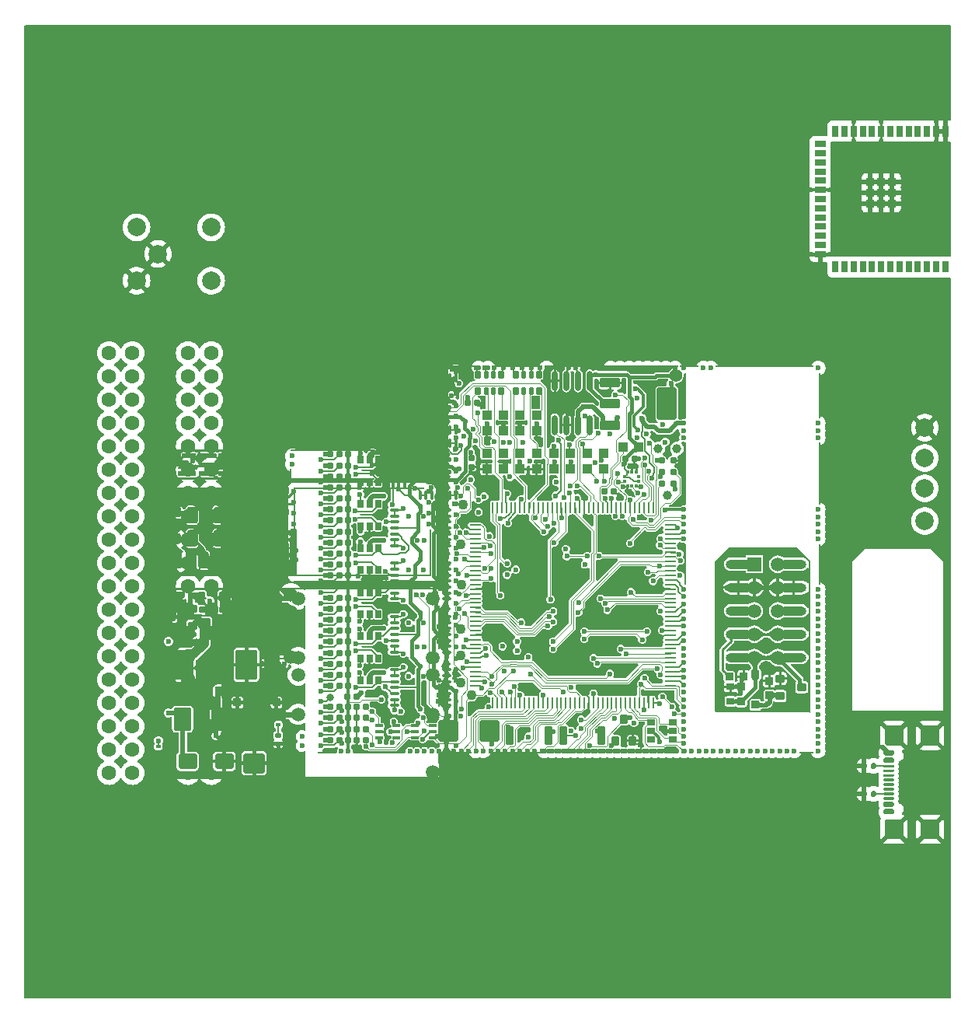
<source format=gtl>
G75*
G70*
%OFA0B0*%
%FSLAX25Y25*%
%IPPOS*%
%LPD*%
%AMOC8*
5,1,8,0,0,1.08239X$1,22.5*
%
%AMM145*
21,1,0.033470,0.026770,0.000000,-0.000000,90.000000*
21,1,0.026770,0.033470,0.000000,-0.000000,90.000000*
1,1,0.006690,0.013390,0.013390*
1,1,0.006690,0.013390,-0.013390*
1,1,0.006690,-0.013390,-0.013390*
1,1,0.006690,-0.013390,0.013390*
%
%AMM146*
21,1,0.035830,0.026770,0.000000,-0.000000,270.000000*
21,1,0.029130,0.033470,0.000000,-0.000000,270.000000*
1,1,0.006690,-0.013390,-0.014570*
1,1,0.006690,-0.013390,0.014570*
1,1,0.006690,0.013390,0.014570*
1,1,0.006690,0.013390,-0.014570*
%
%AMM147*
21,1,0.027560,0.030710,0.000000,-0.000000,270.000000*
21,1,0.022050,0.036220,0.000000,-0.000000,270.000000*
1,1,0.005510,-0.015350,-0.011020*
1,1,0.005510,-0.015350,0.011020*
1,1,0.005510,0.015350,0.011020*
1,1,0.005510,0.015350,-0.011020*
%
%AMM148*
21,1,0.035430,0.030320,0.000000,-0.000000,270.000000*
21,1,0.028350,0.037400,0.000000,-0.000000,270.000000*
1,1,0.007090,-0.015160,-0.014170*
1,1,0.007090,-0.015160,0.014170*
1,1,0.007090,0.015160,0.014170*
1,1,0.007090,0.015160,-0.014170*
%
%AMM149*
21,1,0.033470,0.026770,0.000000,-0.000000,180.000000*
21,1,0.026770,0.033470,0.000000,-0.000000,180.000000*
1,1,0.006690,-0.013390,0.013390*
1,1,0.006690,0.013390,0.013390*
1,1,0.006690,0.013390,-0.013390*
1,1,0.006690,-0.013390,-0.013390*
%
%AMM150*
21,1,0.007870,0.640160,0.000000,-0.000000,180.000000*
21,1,0.000000,0.648030,0.000000,-0.000000,180.000000*
1,1,0.007870,0.000000,0.320080*
1,1,0.007870,0.000000,0.320080*
1,1,0.007870,0.000000,-0.320080*
1,1,0.007870,0.000000,-0.320080*
%
%AMM151*
21,1,0.007870,0.400390,0.000000,-0.000000,270.000000*
21,1,0.000000,0.408270,0.000000,-0.000000,270.000000*
1,1,0.007870,-0.200200,-0.000000*
1,1,0.007870,-0.200200,-0.000000*
1,1,0.007870,0.200200,-0.000000*
1,1,0.007870,0.200200,-0.000000*
%
%AMM152*
21,1,0.007870,0.080320,0.000000,-0.000000,135.000000*
21,1,0.000000,0.088190,0.000000,-0.000000,135.000000*
1,1,0.007870,0.028400,0.028400*
1,1,0.007870,0.028400,0.028400*
1,1,0.007870,-0.028400,-0.028400*
1,1,0.007870,-0.028400,-0.028400*
%
%AMM153*
21,1,0.007870,0.287010,0.000000,-0.000000,90.000000*
21,1,0.000000,0.294880,0.000000,-0.000000,90.000000*
1,1,0.007870,0.143500,-0.000000*
1,1,0.007870,0.143500,-0.000000*
1,1,0.007870,-0.143500,-0.000000*
1,1,0.007870,-0.143500,-0.000000*
%
%AMM154*
21,1,0.007870,0.078350,0.000000,-0.000000,45.000000*
21,1,0.000000,0.086220,0.000000,-0.000000,45.000000*
1,1,0.007870,0.027700,-0.027700*
1,1,0.007870,0.027700,-0.027700*
1,1,0.007870,-0.027700,0.027700*
1,1,0.007870,-0.027700,0.027700*
%
%AMM155*
21,1,0.007870,0.643700,0.000000,-0.000000,180.000000*
21,1,0.000000,0.651580,0.000000,-0.000000,180.000000*
1,1,0.007870,0.000000,0.321850*
1,1,0.007870,0.000000,0.321850*
1,1,0.007870,0.000000,-0.321850*
1,1,0.007870,0.000000,-0.321850*
%
%AMM2*
21,1,0.035830,0.026770,0.000000,0.000000,0.000000*
21,1,0.029130,0.033470,0.000000,0.000000,0.000000*
1,1,0.006690,0.014570,-0.013390*
1,1,0.006690,-0.014570,-0.013390*
1,1,0.006690,-0.014570,0.013390*
1,1,0.006690,0.014570,0.013390*
%
%AMM21*
21,1,0.086610,0.073230,0.000000,0.000000,270.000000*
21,1,0.069290,0.090550,0.000000,0.000000,270.000000*
1,1,0.017320,-0.036610,-0.034650*
1,1,0.017320,-0.036610,0.034650*
1,1,0.017320,0.036610,0.034650*
1,1,0.017320,0.036610,-0.034650*
%
%AMM22*
21,1,0.094490,0.111020,0.000000,0.000000,0.000000*
21,1,0.075590,0.129920,0.000000,0.000000,0.000000*
1,1,0.018900,0.037800,-0.055510*
1,1,0.018900,-0.037800,-0.055510*
1,1,0.018900,-0.037800,0.055510*
1,1,0.018900,0.037800,0.055510*
%
%AMM23*
21,1,0.074800,0.083460,0.000000,0.000000,0.000000*
21,1,0.059840,0.098430,0.000000,0.000000,0.000000*
1,1,0.014960,0.029920,-0.041730*
1,1,0.014960,-0.029920,-0.041730*
1,1,0.014960,-0.029920,0.041730*
1,1,0.014960,0.029920,0.041730*
%
%AMM24*
21,1,0.078740,0.053540,0.000000,0.000000,180.000000*
21,1,0.065350,0.066930,0.000000,0.000000,180.000000*
1,1,0.013390,-0.032680,0.026770*
1,1,0.013390,0.032680,0.026770*
1,1,0.013390,0.032680,-0.026770*
1,1,0.013390,-0.032680,-0.026770*
%
%AMM25*
21,1,0.035430,0.030320,0.000000,0.000000,90.000000*
21,1,0.028350,0.037400,0.000000,0.000000,90.000000*
1,1,0.007090,0.015160,0.014170*
1,1,0.007090,0.015160,-0.014170*
1,1,0.007090,-0.015160,-0.014170*
1,1,0.007090,-0.015160,0.014170*
%
%AMM26*
21,1,0.021650,0.052760,0.000000,0.000000,270.000000*
21,1,0.017320,0.057090,0.000000,0.000000,270.000000*
1,1,0.004330,-0.026380,-0.008660*
1,1,0.004330,-0.026380,0.008660*
1,1,0.004330,0.026380,0.008660*
1,1,0.004330,0.026380,-0.008660*
%
%AMM27*
21,1,0.070870,0.036220,0.000000,0.000000,90.000000*
21,1,0.061810,0.045280,0.000000,0.000000,90.000000*
1,1,0.009060,0.018110,0.030910*
1,1,0.009060,0.018110,-0.030910*
1,1,0.009060,-0.018110,-0.030910*
1,1,0.009060,-0.018110,0.030910*
%
%AMM273*
21,1,0.035430,0.030320,0.000000,-0.000000,0.000000*
21,1,0.028350,0.037400,0.000000,-0.000000,0.000000*
1,1,0.007090,0.014170,-0.015160*
1,1,0.007090,-0.014170,-0.015160*
1,1,0.007090,-0.014170,0.015160*
1,1,0.007090,0.014170,0.015160*
%
%AMM274*
21,1,0.043310,0.075980,0.000000,-0.000000,270.000000*
21,1,0.034650,0.084650,0.000000,-0.000000,270.000000*
1,1,0.008660,-0.037990,-0.017320*
1,1,0.008660,-0.037990,0.017320*
1,1,0.008660,0.037990,0.017320*
1,1,0.008660,0.037990,-0.017320*
%
%AMM275*
21,1,0.043310,0.075990,0.000000,-0.000000,270.000000*
21,1,0.034650,0.084650,0.000000,-0.000000,270.000000*
1,1,0.008660,-0.037990,-0.017320*
1,1,0.008660,-0.037990,0.017320*
1,1,0.008660,0.037990,0.017320*
1,1,0.008660,0.037990,-0.017320*
%
%AMM276*
21,1,0.137800,0.067720,0.000000,-0.000000,270.000000*
21,1,0.120870,0.084650,0.000000,-0.000000,270.000000*
1,1,0.016930,-0.033860,-0.060430*
1,1,0.016930,-0.033860,0.060430*
1,1,0.016930,0.033860,0.060430*
1,1,0.016930,0.033860,-0.060430*
%
%AMM277*
21,1,0.039370,0.035430,0.000000,-0.000000,270.000000*
21,1,0.031500,0.043310,0.000000,-0.000000,270.000000*
1,1,0.007870,-0.017720,-0.015750*
1,1,0.007870,-0.017720,0.015750*
1,1,0.007870,0.017720,0.015750*
1,1,0.007870,0.017720,-0.015750*
%
%AMM278*
21,1,0.023620,0.030710,0.000000,-0.000000,90.000000*
21,1,0.018900,0.035430,0.000000,-0.000000,90.000000*
1,1,0.004720,0.015350,0.009450*
1,1,0.004720,0.015350,-0.009450*
1,1,0.004720,-0.015350,-0.009450*
1,1,0.004720,-0.015350,0.009450*
%
%AMM279*
21,1,0.027560,0.018900,0.000000,-0.000000,90.000000*
21,1,0.022840,0.023620,0.000000,-0.000000,90.000000*
1,1,0.004720,0.009450,0.011420*
1,1,0.004720,0.009450,-0.011420*
1,1,0.004720,-0.009450,-0.011420*
1,1,0.004720,-0.009450,0.011420*
%
%AMM28*
21,1,0.033470,0.026770,0.000000,0.000000,0.000000*
21,1,0.026770,0.033470,0.000000,0.000000,0.000000*
1,1,0.006690,0.013390,-0.013390*
1,1,0.006690,-0.013390,-0.013390*
1,1,0.006690,-0.013390,0.013390*
1,1,0.006690,0.013390,0.013390*
%
%AMM280*
21,1,0.023620,0.030710,0.000000,-0.000000,180.000000*
21,1,0.018900,0.035430,0.000000,-0.000000,180.000000*
1,1,0.004720,-0.009450,0.015350*
1,1,0.004720,0.009450,0.015350*
1,1,0.004720,0.009450,-0.015350*
1,1,0.004720,-0.009450,-0.015350*
%
%AMM281*
21,1,0.086610,0.073230,0.000000,-0.000000,0.000000*
21,1,0.069290,0.090550,0.000000,-0.000000,0.000000*
1,1,0.017320,0.034650,-0.036610*
1,1,0.017320,-0.034650,-0.036610*
1,1,0.017320,-0.034650,0.036610*
1,1,0.017320,0.034650,0.036610*
%
%AMM282*
21,1,0.025590,0.026380,0.000000,-0.000000,0.000000*
21,1,0.020470,0.031500,0.000000,-0.000000,0.000000*
1,1,0.005120,0.010240,-0.013190*
1,1,0.005120,-0.010240,-0.013190*
1,1,0.005120,-0.010240,0.013190*
1,1,0.005120,0.010240,0.013190*
%
%AMM283*
21,1,0.017720,0.027950,0.000000,-0.000000,0.000000*
21,1,0.014170,0.031500,0.000000,-0.000000,0.000000*
1,1,0.003540,0.007090,-0.013980*
1,1,0.003540,-0.007090,-0.013980*
1,1,0.003540,-0.007090,0.013980*
1,1,0.003540,0.007090,0.013980*
%
%AMM284*
21,1,0.031500,0.072440,0.000000,-0.000000,0.000000*
21,1,0.025200,0.078740,0.000000,-0.000000,0.000000*
1,1,0.006300,0.012600,-0.036220*
1,1,0.006300,-0.012600,-0.036220*
1,1,0.006300,-0.012600,0.036220*
1,1,0.006300,0.012600,0.036220*
%
%AMM285*
21,1,0.012600,0.028980,0.000000,-0.000000,0.000000*
21,1,0.010080,0.031500,0.000000,-0.000000,0.000000*
1,1,0.002520,0.005040,-0.014490*
1,1,0.002520,-0.005040,-0.014490*
1,1,0.002520,-0.005040,0.014490*
1,1,0.002520,0.005040,0.014490*
%
%AMM286*
21,1,0.012600,0.028980,0.000000,-0.000000,90.000000*
21,1,0.010080,0.031500,0.000000,-0.000000,90.000000*
1,1,0.002520,0.014490,0.005040*
1,1,0.002520,0.014490,-0.005040*
1,1,0.002520,-0.014490,-0.005040*
1,1,0.002520,-0.014490,0.005040*
%
%AMM287*
21,1,0.039370,0.035430,0.000000,-0.000000,180.000000*
21,1,0.031500,0.043310,0.000000,-0.000000,180.000000*
1,1,0.007870,-0.015750,0.017720*
1,1,0.007870,0.015750,0.017720*
1,1,0.007870,0.015750,-0.017720*
1,1,0.007870,-0.015750,-0.017720*
%
%AMM288*
21,1,0.027560,0.018900,0.000000,-0.000000,0.000000*
21,1,0.022840,0.023620,0.000000,-0.000000,0.000000*
1,1,0.004720,0.011420,-0.009450*
1,1,0.004720,-0.011420,-0.009450*
1,1,0.004720,-0.011420,0.009450*
1,1,0.004720,0.011420,0.009450*
%
%AMM29*
21,1,0.015750,0.016540,0.000000,0.000000,270.000000*
21,1,0.012600,0.019680,0.000000,0.000000,270.000000*
1,1,0.003150,-0.008270,-0.006300*
1,1,0.003150,-0.008270,0.006300*
1,1,0.003150,0.008270,0.006300*
1,1,0.003150,0.008270,-0.006300*
%
%AMM30*
21,1,0.023620,0.018900,0.000000,0.000000,90.000000*
21,1,0.018900,0.023620,0.000000,0.000000,90.000000*
1,1,0.004720,0.009450,0.009450*
1,1,0.004720,0.009450,-0.009450*
1,1,0.004720,-0.009450,-0.009450*
1,1,0.004720,-0.009450,0.009450*
%
%AMM31*
21,1,0.019680,0.019680,0.000000,0.000000,0.000000*
21,1,0.015750,0.023620,0.000000,0.000000,0.000000*
1,1,0.003940,0.007870,-0.009840*
1,1,0.003940,-0.007870,-0.009840*
1,1,0.003940,-0.007870,0.009840*
1,1,0.003940,0.007870,0.009840*
%
%AMM32*
21,1,0.019680,0.019680,0.000000,0.000000,270.000000*
21,1,0.015750,0.023620,0.000000,0.000000,270.000000*
1,1,0.003940,-0.009840,-0.007870*
1,1,0.003940,-0.009840,0.007870*
1,1,0.003940,0.009840,0.007870*
1,1,0.003940,0.009840,-0.007870*
%
%ADD10C,0.02362*%
%ADD11R,0.09055X0.00787*%
%ADD112C,0.01181*%
%ADD12R,0.42126X0.00787*%
%ADD13R,0.08268X0.00787*%
%ADD135O,0.00866X0.05118*%
%ADD136O,0.05118X0.00866*%
%ADD14R,0.23622X0.00787*%
%ADD148O,0.01181X0.04331*%
%ADD149O,0.04331X0.01181*%
%ADD15R,0.21260X0.00787*%
%ADD153R,0.01476X0.01378*%
%ADD154R,0.01378X0.01476*%
%ADD157C,0.03100*%
%ADD158C,0.00492*%
%ADD159C,0.03900*%
%ADD16R,0.00787X0.05512*%
%ADD160C,0.04331*%
%ADD161C,0.05512*%
%ADD17R,0.00787X0.19685*%
%ADD18R,0.00787X0.26772*%
%ADD19R,0.00787X0.17717*%
%ADD20R,0.06299X0.00787*%
%ADD21R,0.22441X0.00787*%
%ADD22R,0.07874X0.00787*%
%ADD224R,0.05512X0.01181*%
%ADD226C,0.01850*%
%ADD227O,0.11221X0.04016*%
%ADD23C,0.07874*%
%ADD24O,0.00787X0.04823*%
%ADD25O,0.36614X0.00787*%
%ADD26C,0.06299*%
%ADD269M145*%
%ADD27C,0.05906*%
%ADD270M146*%
%ADD271M147*%
%ADD272M148*%
%ADD273M149*%
%ADD274M150*%
%ADD275M151*%
%ADD276M152*%
%ADD277M153*%
%ADD278M154*%
%ADD279M155*%
%ADD28O,0.00787X0.12992*%
%ADD29O,0.00787X0.40157*%
%ADD30O,0.00787X0.01181*%
%ADD302O,0.02362X0.08661*%
%ADD31O,0.66929X0.00787*%
%ADD32O,0.60630X0.00787*%
%ADD33O,0.00787X0.18898*%
%ADD34O,0.00787X0.10236*%
%ADD35O,0.00787X0.03937*%
%ADD36O,0.00787X0.05906*%
%ADD37R,0.02800X0.05100*%
%ADD38R,0.05100X0.02800*%
%ADD39R,0.03500X0.03500*%
%ADD40R,0.00984X0.24350*%
%ADD406M273*%
%ADD407M274*%
%ADD408M275*%
%ADD409M276*%
%ADD41R,0.00984X0.04390*%
%ADD410M277*%
%ADD411M278*%
%ADD412M279*%
%ADD413M280*%
%ADD414M281*%
%ADD415M282*%
%ADD416M283*%
%ADD417M284*%
%ADD418M285*%
%ADD419M286*%
%ADD42R,0.56201X0.00984*%
%ADD420M287*%
%ADD421M288*%
%ADD43R,0.59449X0.00984*%
%ADD44R,0.00984X0.20374*%
%ADD45C,0.00787*%
%ADD52C,0.01575*%
%ADD53C,0.00984*%
%ADD56M2*%
%ADD66R,0.05906X0.05906*%
%ADD76C,0.01968*%
%ADD83M21*%
%ADD84M22*%
%ADD85M23*%
%ADD86M24*%
%ADD87M25*%
%ADD88M26*%
%ADD89M27*%
%ADD90M28*%
%ADD91M29*%
%ADD92M30*%
%ADD93M31*%
%ADD94M32*%
%ADD95O,0.00787X0.40158*%
%ADD96C,0.03150*%
%ADD97C,0.03937*%
%ADD98C,0.02756*%
X0000000Y0000000D02*
%LPD*%
G01*
G36*
G01*
X0425343Y0090469D02*
X0425343Y0089012D01*
G75*
G02*
X0424812Y0088480I-000531J0000000D01*
G01*
X0423749Y0088480D01*
G75*
G02*
X0423217Y0089012I0000000J0000531D01*
G01*
X0423217Y0090469D01*
G75*
G02*
X0423749Y0091000I0000531J0000000D01*
G01*
X0424812Y0091000D01*
G75*
G02*
X0425343Y0090469I0000000J-000531D01*
G01*
G37*
G36*
G01*
X0421327Y0090469D02*
X0421327Y0089012D01*
G75*
G02*
X0420796Y0088480I-000531J0000000D01*
G01*
X0419733Y0088480D01*
G75*
G02*
X0419201Y0089012I0000000J0000531D01*
G01*
X0419201Y0090469D01*
G75*
G02*
X0419733Y0091000I0000531J0000000D01*
G01*
X0420796Y0091000D01*
G75*
G02*
X0421327Y0090469I0000000J-000531D01*
G01*
G37*
G36*
G01*
X0425335Y0102469D02*
X0425335Y0101012D01*
G75*
G02*
X0424804Y0100480I-000531J0000000D01*
G01*
X0423741Y0100480D01*
G75*
G02*
X0423209Y0101012I0000000J0000531D01*
G01*
X0423209Y0102469D01*
G75*
G02*
X0423741Y0103000I0000531J0000000D01*
G01*
X0424804Y0103000D01*
G75*
G02*
X0425335Y0102469I0000000J-000531D01*
G01*
G37*
G36*
G01*
X0421320Y0102469D02*
X0421320Y0101012D01*
G75*
G02*
X0420788Y0100480I-000531J0000000D01*
G01*
X0419725Y0100480D01*
G75*
G02*
X0419194Y0101012I0000000J0000531D01*
G01*
X0419194Y0102469D01*
G75*
G02*
X0419725Y0103000I0000531J0000000D01*
G01*
X0420788Y0103000D01*
G75*
G02*
X0421320Y0102469I0000000J-000531D01*
G01*
G37*
D10*
X0390276Y0108161D03*
X0387127Y0108161D03*
X0383977Y0108161D03*
X0380827Y0108161D03*
X0377678Y0108161D03*
X0374528Y0108161D03*
X0371379Y0108161D03*
X0368229Y0108161D03*
X0365079Y0108161D03*
X0361930Y0108161D03*
X0358780Y0108161D03*
X0355631Y0108161D03*
X0352481Y0108161D03*
X0349331Y0108161D03*
X0346182Y0108161D03*
X0343032Y0108161D03*
X0339883Y0108161D03*
X0336733Y0108161D03*
X0333583Y0108161D03*
X0330434Y0108161D03*
X0327284Y0108161D03*
X0324135Y0108161D03*
X0320985Y0108161D03*
X0317835Y0108161D03*
X0314686Y0108161D03*
X0311536Y0108161D03*
X0308386Y0108161D03*
X0305237Y0108161D03*
X0302087Y0108161D03*
X0298938Y0108161D03*
X0295788Y0108161D03*
X0292638Y0108161D03*
X0289489Y0108161D03*
X0286339Y0108161D03*
X0283190Y0108161D03*
X0256812Y0108161D03*
X0253662Y0108161D03*
D11*
X0248347Y0273122D03*
D12*
X0377481Y0273122D03*
D13*
X0345198Y0273122D03*
D14*
X0297757Y0273122D03*
D15*
X0271379Y0273122D03*
D16*
X0244213Y0266035D03*
D17*
X0401300Y0260524D03*
D18*
X0401300Y0227059D03*
D19*
X0401300Y0188280D03*
D20*
X0395394Y0107374D03*
D21*
X0270001Y0107374D03*
D22*
X0247757Y0107374D03*
D10*
X0400512Y0108161D03*
X0400512Y0111311D03*
X0400512Y0114461D03*
X0400512Y0117610D03*
X0400512Y0120760D03*
X0400512Y0123909D03*
X0400512Y0127059D03*
X0400512Y0130209D03*
X0400512Y0133358D03*
X0400512Y0136508D03*
X0400512Y0139657D03*
X0400512Y0142807D03*
X0400512Y0145957D03*
X0400512Y0149106D03*
X0400512Y0152256D03*
X0400512Y0155406D03*
X0400512Y0158555D03*
X0400512Y0161705D03*
X0400512Y0164854D03*
X0400512Y0168004D03*
X0400512Y0171154D03*
X0400512Y0174303D03*
X0400512Y0177453D03*
X0400512Y0199106D03*
X0400512Y0202256D03*
X0400512Y0205406D03*
X0400512Y0208555D03*
X0400512Y0211705D03*
X0400512Y0242413D03*
X0400512Y0245563D03*
X0400512Y0248713D03*
X0400512Y0272335D03*
X0245001Y0110524D03*
X0245001Y0115248D03*
X0245001Y0119972D03*
X0245001Y0124697D03*
X0245001Y0129421D03*
X0245001Y0133752D03*
X0245001Y0138476D03*
X0245001Y0143201D03*
X0245001Y0147925D03*
X0245001Y0152650D03*
X0245001Y0157374D03*
X0245001Y0162098D03*
X0245001Y0166823D03*
X0245001Y0171547D03*
X0245001Y0176272D03*
X0245001Y0180996D03*
X0245001Y0185720D03*
X0245001Y0190445D03*
X0245001Y0195169D03*
X0245001Y0199894D03*
X0245001Y0204618D03*
X0245001Y0209343D03*
X0245001Y0214067D03*
X0245001Y0218791D03*
X0245001Y0223516D03*
X0245001Y0228240D03*
X0245001Y0232965D03*
X0245001Y0237689D03*
X0245001Y0242413D03*
X0245001Y0247138D03*
X0245001Y0251862D03*
X0245001Y0256587D03*
X0245001Y0261311D03*
X0245001Y0270760D03*
X0254843Y0272335D03*
X0258780Y0272335D03*
X0283977Y0272335D03*
X0311536Y0272335D03*
X0315473Y0272335D03*
X0319410Y0272335D03*
X0323347Y0272335D03*
X0327284Y0272335D03*
X0331221Y0272335D03*
X0335158Y0272335D03*
X0339095Y0272335D03*
X0351300Y0272335D03*
X0354449Y0272335D03*
G36*
G01*
X0448995Y0194630D02*
X0420294Y0194630D01*
G75*
G02*
X0419900Y0195024I0000000J0000394D01*
G01*
X0419900Y0195024D01*
G75*
G02*
X0420294Y0195417I0000394J0000000D01*
G01*
X0448995Y0195417D01*
G75*
G02*
X0449388Y0195024I0000000J-000394D01*
G01*
X0449388Y0195024D01*
G75*
G02*
X0448995Y0194630I-000394J0000000D01*
G01*
G37*
G36*
G01*
X0454374Y0189178D02*
X0448834Y0194718D01*
G75*
G02*
X0448834Y0195275I0000278J0000278D01*
G01*
X0448834Y0195275D01*
G75*
G02*
X0449391Y0195275I0000278J-000278D01*
G01*
X0454931Y0189735D01*
G75*
G02*
X0454931Y0189178I-000278J-000278D01*
G01*
X0454931Y0189178D01*
G75*
G02*
X0454374Y0189178I-000278J0000278D01*
G01*
G37*
G36*
G01*
X0420556Y0194738D02*
X0414877Y0189059D01*
G75*
G02*
X0414320Y0189059I-000278J0000278D01*
G01*
X0414320Y0189059D01*
G75*
G02*
X0414320Y0189616I0000278J0000278D01*
G01*
X0419999Y0195295D01*
G75*
G02*
X0420556Y0195295I0000278J-000278D01*
G01*
X0420556Y0195295D01*
G75*
G02*
X0420556Y0194738I-000278J-000278D01*
G01*
G37*
G36*
G01*
X0455054Y0189431D02*
X0455054Y0125061D01*
G75*
G02*
X0454661Y0124667I-000394J0000000D01*
G01*
X0454661Y0124667D01*
G75*
G02*
X0454267Y0125061I0000000J0000394D01*
G01*
X0454267Y0189431D01*
G75*
G02*
X0454661Y0189825I0000394J0000000D01*
G01*
X0454661Y0189825D01*
G75*
G02*
X0455054Y0189431I0000000J-000394D01*
G01*
G37*
G36*
G01*
X0414985Y0189122D02*
X0414985Y0125106D01*
G75*
G02*
X0414591Y0124713I-000394J0000000D01*
G01*
X0414591Y0124713D01*
G75*
G02*
X0414198Y0125106I0000000J0000394D01*
G01*
X0414198Y0189122D01*
G75*
G02*
X0414591Y0189516I0000394J0000000D01*
G01*
X0414591Y0189516D01*
G75*
G02*
X0414985Y0189122I0000000J-000394D01*
G01*
G37*
G36*
G01*
X0414583Y0125368D02*
X0454622Y0125368D01*
G75*
G02*
X0455016Y0124974I0000000J-000394D01*
G01*
X0455016Y0124974D01*
G75*
G02*
X0454622Y0124581I-000394J0000000D01*
G01*
X0414583Y0124581D01*
G75*
G02*
X0414189Y0124974I0000000J0000394D01*
G01*
X0414189Y0124974D01*
G75*
G02*
X0414583Y0125368I0000394J0000000D01*
G01*
G37*
D23*
X0446264Y0246740D03*
D10*
X0209190Y0234642D03*
D24*
X0174150Y0226866D03*
D25*
X0192064Y0237004D03*
X0192064Y0224799D03*
D10*
X0209190Y0230902D03*
X0209190Y0227161D03*
X0174938Y0231098D03*
X0174938Y0234642D03*
D23*
X0108075Y0332677D03*
X0108075Y0309843D03*
X0117249Y0321260D03*
X0140083Y0332677D03*
X0140083Y0309843D03*
D26*
X0140083Y0098740D03*
X0140083Y0108740D03*
X0140083Y0118740D03*
X0140083Y0128740D03*
X0140083Y0138740D03*
X0140083Y0148740D03*
X0140083Y0158740D03*
X0140083Y0168740D03*
X0140083Y0178740D03*
X0140083Y0188740D03*
X0140083Y0198740D03*
X0140083Y0208740D03*
X0140083Y0218740D03*
X0140083Y0228740D03*
X0140083Y0238740D03*
X0140083Y0248740D03*
X0140083Y0258740D03*
X0140083Y0268740D03*
X0140083Y0278740D03*
X0130083Y0098740D03*
X0130083Y0108740D03*
X0130083Y0118740D03*
X0130083Y0128740D03*
X0130083Y0138740D03*
X0130083Y0148740D03*
X0130083Y0158740D03*
X0130083Y0168740D03*
X0130083Y0178740D03*
X0130083Y0188740D03*
X0130083Y0198740D03*
X0130083Y0208740D03*
X0130083Y0218740D03*
X0130083Y0228740D03*
X0130083Y0238740D03*
X0130083Y0248740D03*
X0130083Y0258740D03*
X0130083Y0268740D03*
X0130083Y0278740D03*
X0106264Y0098740D03*
X0106264Y0108740D03*
X0106264Y0118740D03*
X0106264Y0128740D03*
X0106264Y0138740D03*
X0106264Y0148740D03*
X0106264Y0158740D03*
X0106264Y0168740D03*
X0106264Y0178740D03*
X0106264Y0188740D03*
X0106264Y0198740D03*
X0106264Y0208740D03*
X0106264Y0218740D03*
X0106264Y0228740D03*
X0106264Y0238740D03*
X0106264Y0248740D03*
X0106264Y0258740D03*
X0106264Y0268740D03*
X0106264Y0278740D03*
X0096264Y0098740D03*
X0096264Y0108740D03*
X0096264Y0118740D03*
X0096264Y0128740D03*
X0096264Y0138740D03*
X0096264Y0148740D03*
X0096264Y0158740D03*
X0096264Y0168740D03*
X0096264Y0178740D03*
X0096264Y0188740D03*
X0096264Y0198740D03*
X0096264Y0208740D03*
X0096264Y0218740D03*
X0096264Y0228740D03*
X0096264Y0238740D03*
X0096264Y0248740D03*
X0096264Y0258740D03*
X0096264Y0268740D03*
X0096264Y0278740D03*
D23*
X0446264Y0220740D03*
D27*
X0235268Y0173453D03*
X0235268Y0148256D03*
X0235268Y0140776D03*
X0235268Y0123846D03*
D10*
X0237040Y0114398D03*
X0237040Y0110461D03*
D28*
X0171686Y0158295D03*
D29*
X0171686Y0124831D03*
D30*
X0171686Y0096878D03*
D31*
X0204757Y0096681D03*
D32*
X0207906Y0177783D03*
D27*
X0235268Y0099240D03*
D30*
X0237827Y0177587D03*
D33*
X0237827Y0161051D03*
D34*
X0237827Y0132114D03*
D35*
X0237827Y0118335D03*
D36*
X0237827Y0105343D03*
D27*
X0174245Y0175224D03*
X0174245Y0167941D03*
X0174245Y0148453D03*
X0174245Y0101012D03*
D37*
X0455099Y0373921D03*
X0451162Y0373921D03*
X0447225Y0373921D03*
X0443288Y0373921D03*
X0439351Y0373921D03*
X0435414Y0373921D03*
X0431477Y0373921D03*
X0427540Y0373921D03*
X0423603Y0373921D03*
X0419666Y0373921D03*
X0415729Y0373921D03*
X0411792Y0373921D03*
X0407855Y0373921D03*
D38*
X0401359Y0368409D03*
X0401359Y0364472D03*
X0401359Y0360535D03*
X0401359Y0356598D03*
X0401359Y0352661D03*
X0401359Y0348724D03*
X0401359Y0344787D03*
X0401359Y0340850D03*
X0401359Y0336913D03*
X0401359Y0332976D03*
X0401359Y0329039D03*
X0401359Y0325102D03*
X0401359Y0321165D03*
D37*
X0407855Y0315654D03*
X0411792Y0315654D03*
X0415729Y0315654D03*
X0419666Y0315654D03*
X0423603Y0315654D03*
X0427540Y0315654D03*
X0431477Y0315654D03*
X0435414Y0315654D03*
X0439351Y0315654D03*
X0443288Y0315654D03*
X0447225Y0315654D03*
X0451162Y0315654D03*
X0455099Y0315654D03*
D39*
X0432264Y0352189D03*
X0432264Y0347465D03*
X0432264Y0342740D03*
X0427540Y0352189D03*
X0427540Y0347465D03*
X0427540Y0342740D03*
X0422816Y0352189D03*
X0422816Y0347465D03*
X0422816Y0342740D03*
D23*
X0446264Y0206740D03*
X0446264Y0233740D03*
G36*
G01*
X0432449Y0080961D02*
X0429103Y0080961D01*
G75*
G02*
X0428512Y0081551I0000000J0000591D01*
G01*
X0428512Y0082732D01*
G75*
G02*
X0429103Y0083323I0000591J0000000D01*
G01*
X0432449Y0083323D01*
G75*
G02*
X0433040Y0082732I0000000J-000591D01*
G01*
X0433040Y0081551D01*
G75*
G02*
X0432449Y0080961I-000591J0000000D01*
G01*
G37*
G36*
G01*
X0432449Y0084110D02*
X0429103Y0084110D01*
G75*
G02*
X0428512Y0084701I0000000J0000591D01*
G01*
X0428512Y0085882D01*
G75*
G02*
X0429103Y0086472I0000591J0000000D01*
G01*
X0432449Y0086472D01*
G75*
G02*
X0433040Y0085882I0000000J-000591D01*
G01*
X0433040Y0084701D01*
G75*
G02*
X0432449Y0084110I-000591J0000000D01*
G01*
G37*
G36*
G01*
X0432745Y0089228D02*
X0428808Y0089228D01*
G75*
G02*
X0428512Y0089524I0000000J0000295D01*
G01*
X0428512Y0090114D01*
G75*
G02*
X0428808Y0090409I0000295J0000000D01*
G01*
X0432745Y0090409D01*
G75*
G02*
X0433040Y0090114I0000000J-000295D01*
G01*
X0433040Y0089524D01*
G75*
G02*
X0432745Y0089228I-000295J0000000D01*
G01*
G37*
G36*
G01*
X0432745Y0093165D02*
X0428808Y0093165D01*
G75*
G02*
X0428512Y0093461I0000000J0000295D01*
G01*
X0428512Y0094051D01*
G75*
G02*
X0428808Y0094346I0000295J0000000D01*
G01*
X0432745Y0094346D01*
G75*
G02*
X0433040Y0094051I0000000J-000295D01*
G01*
X0433040Y0093461D01*
G75*
G02*
X0432745Y0093165I-000295J0000000D01*
G01*
G37*
G36*
G01*
X0432745Y0095134D02*
X0428808Y0095134D01*
G75*
G02*
X0428512Y0095429I0000000J0000295D01*
G01*
X0428512Y0096020D01*
G75*
G02*
X0428808Y0096315I0000295J0000000D01*
G01*
X0432745Y0096315D01*
G75*
G02*
X0433040Y0096020I0000000J-000295D01*
G01*
X0433040Y0095429D01*
G75*
G02*
X0432745Y0095134I-000295J0000000D01*
G01*
G37*
G36*
G01*
X0432745Y0099071D02*
X0428808Y0099071D01*
G75*
G02*
X0428512Y0099366I0000000J0000295D01*
G01*
X0428512Y0099957D01*
G75*
G02*
X0428808Y0100252I0000295J0000000D01*
G01*
X0432745Y0100252D01*
G75*
G02*
X0433040Y0099957I0000000J-000295D01*
G01*
X0433040Y0099366D01*
G75*
G02*
X0432745Y0099071I-000295J0000000D01*
G01*
G37*
G36*
G01*
X0432449Y0103008D02*
X0429103Y0103008D01*
G75*
G02*
X0428512Y0103598I0000000J0000591D01*
G01*
X0428512Y0104780D01*
G75*
G02*
X0429103Y0105370I0000591J0000000D01*
G01*
X0432449Y0105370D01*
G75*
G02*
X0433040Y0104780I0000000J-000591D01*
G01*
X0433040Y0103598D01*
G75*
G02*
X0432449Y0103008I-000591J0000000D01*
G01*
G37*
G36*
G01*
X0432449Y0106157D02*
X0429103Y0106157D01*
G75*
G02*
X0428512Y0106748I0000000J0000591D01*
G01*
X0428512Y0107929D01*
G75*
G02*
X0429103Y0108520I0000591J0000000D01*
G01*
X0432449Y0108520D01*
G75*
G02*
X0433040Y0107929I0000000J-000591D01*
G01*
X0433040Y0106748D01*
G75*
G02*
X0432449Y0106157I-000591J0000000D01*
G01*
G37*
G36*
G01*
X0432449Y0106157D02*
X0429103Y0106157D01*
G75*
G02*
X0428512Y0106748I0000000J0000591D01*
G01*
X0428512Y0107929D01*
G75*
G02*
X0429103Y0108520I0000591J0000000D01*
G01*
X0432449Y0108520D01*
G75*
G02*
X0433040Y0107929I0000000J-000591D01*
G01*
X0433040Y0106748D01*
G75*
G02*
X0432449Y0106157I-000591J0000000D01*
G01*
G37*
G36*
G01*
X0432449Y0103008D02*
X0429103Y0103008D01*
G75*
G02*
X0428512Y0103598I0000000J0000591D01*
G01*
X0428512Y0104780D01*
G75*
G02*
X0429103Y0105370I0000591J0000000D01*
G01*
X0432449Y0105370D01*
G75*
G02*
X0433040Y0104780I0000000J-000591D01*
G01*
X0433040Y0103598D01*
G75*
G02*
X0432449Y0103008I-000591J0000000D01*
G01*
G37*
G36*
G01*
X0432745Y0101039D02*
X0428808Y0101039D01*
G75*
G02*
X0428512Y0101335I0000000J0000295D01*
G01*
X0428512Y0101925D01*
G75*
G02*
X0428808Y0102220I0000295J0000000D01*
G01*
X0432745Y0102220D01*
G75*
G02*
X0433040Y0101925I0000000J-000295D01*
G01*
X0433040Y0101335D01*
G75*
G02*
X0432745Y0101039I-000295J0000000D01*
G01*
G37*
G36*
G01*
X0432745Y0097102D02*
X0428808Y0097102D01*
G75*
G02*
X0428512Y0097398I0000000J0000295D01*
G01*
X0428512Y0097988D01*
G75*
G02*
X0428808Y0098283I0000295J0000000D01*
G01*
X0432745Y0098283D01*
G75*
G02*
X0433040Y0097988I0000000J-000295D01*
G01*
X0433040Y0097398D01*
G75*
G02*
X0432745Y0097102I-000295J0000000D01*
G01*
G37*
G36*
G01*
X0432745Y0091197D02*
X0428808Y0091197D01*
G75*
G02*
X0428512Y0091492I0000000J0000295D01*
G01*
X0428512Y0092083D01*
G75*
G02*
X0428808Y0092378I0000295J0000000D01*
G01*
X0432745Y0092378D01*
G75*
G02*
X0433040Y0092083I0000000J-000295D01*
G01*
X0433040Y0091492D01*
G75*
G02*
X0432745Y0091197I-000295J0000000D01*
G01*
G37*
G36*
G01*
X0432745Y0087260D02*
X0428808Y0087260D01*
G75*
G02*
X0428512Y0087555I0000000J0000295D01*
G01*
X0428512Y0088146D01*
G75*
G02*
X0428808Y0088441I0000295J0000000D01*
G01*
X0432745Y0088441D01*
G75*
G02*
X0433040Y0088146I0000000J-000295D01*
G01*
X0433040Y0087555D01*
G75*
G02*
X0432745Y0087260I-000295J0000000D01*
G01*
G37*
G36*
G01*
X0432449Y0084110D02*
X0429103Y0084110D01*
G75*
G02*
X0428512Y0084701I0000000J0000591D01*
G01*
X0428512Y0085882D01*
G75*
G02*
X0429103Y0086472I0000591J0000000D01*
G01*
X0432449Y0086472D01*
G75*
G02*
X0433040Y0085882I0000000J-000591D01*
G01*
X0433040Y0084701D01*
G75*
G02*
X0432449Y0084110I-000591J0000000D01*
G01*
G37*
G36*
G01*
X0432449Y0080961D02*
X0429103Y0080961D01*
G75*
G02*
X0428512Y0081551I0000000J0000591D01*
G01*
X0428512Y0082732D01*
G75*
G02*
X0429103Y0083323I0000591J0000000D01*
G01*
X0432449Y0083323D01*
G75*
G02*
X0433040Y0082732I0000000J-000591D01*
G01*
X0433040Y0081551D01*
G75*
G02*
X0432449Y0080961I-000591J0000000D01*
G01*
G37*
G36*
G01*
X0435993Y0070331D02*
X0430087Y0070331D01*
G75*
G02*
X0429103Y0071315I0000000J0000984D01*
G01*
X0429103Y0077929D01*
G75*
G02*
X0430087Y0078913I0000984J0000000D01*
G01*
X0435993Y0078913D01*
G75*
G02*
X0436977Y0077929I0000000J-000984D01*
G01*
X0436977Y0071315D01*
G75*
G02*
X0435993Y0070331I-000984J0000000D01*
G01*
G37*
G36*
G01*
X0451465Y0070331D02*
X0445560Y0070331D01*
G75*
G02*
X0444575Y0071315I0000000J0000984D01*
G01*
X0444575Y0077929D01*
G75*
G02*
X0445560Y0078913I0000984J0000000D01*
G01*
X0451465Y0078913D01*
G75*
G02*
X0452449Y0077929I0000000J-000984D01*
G01*
X0452449Y0071315D01*
G75*
G02*
X0451465Y0070331I-000984J0000000D01*
G01*
G37*
G36*
G01*
X0435993Y0110567D02*
X0430087Y0110567D01*
G75*
G02*
X0429103Y0111551I0000000J0000984D01*
G01*
X0429103Y0118165D01*
G75*
G02*
X0430087Y0119150I0000984J0000000D01*
G01*
X0435993Y0119150D01*
G75*
G02*
X0436977Y0118165I0000000J-000984D01*
G01*
X0436977Y0111551D01*
G75*
G02*
X0435993Y0110567I-000984J0000000D01*
G01*
G37*
G36*
G01*
X0451465Y0110567D02*
X0445560Y0110567D01*
G75*
G02*
X0444575Y0111551I0000000J0000984D01*
G01*
X0444575Y0118165D01*
G75*
G02*
X0445560Y0119150I0000984J0000000D01*
G01*
X0451465Y0119150D01*
G75*
G02*
X0452449Y0118165I0000000J-000984D01*
G01*
X0452449Y0111551D01*
G75*
G02*
X0451465Y0110567I-000984J0000000D01*
G01*
G37*
D10*
X0233402Y0210041D03*
X0233402Y0205317D03*
X0233402Y0214766D03*
X0233402Y0219490D03*
D40*
X0175725Y0208988D03*
D41*
X0175725Y0185169D03*
D42*
X0203333Y0220671D03*
D43*
X0204957Y0183467D03*
D44*
X0234190Y0193161D03*
D10*
X0176611Y0194057D03*
X0176611Y0190120D03*
D45*
X0424383Y0101630D02*
X0424272Y0101740D01*
X0430776Y0101630D02*
X0424383Y0101630D01*
X0430776Y0089819D02*
X0424359Y0089819D01*
X0424359Y0089819D02*
X0424280Y0089740D01*
G36*
X0457235Y0419212D02*
G01*
X0457415Y0419004D01*
X0457459Y0418801D01*
X0457459Y0378900D01*
X0457382Y0378636D01*
X0457174Y0378456D01*
X0456919Y0378415D01*
X0456687Y0378440D01*
X0456083Y0378440D01*
X0456083Y0369403D01*
X0456687Y0369403D01*
X0456687Y0369403D01*
X0456919Y0369428D01*
X0457190Y0369379D01*
X0457391Y0369191D01*
X0457459Y0368942D01*
X0457459Y0320635D01*
X0457382Y0320371D01*
X0457174Y0320190D01*
X0456919Y0320149D01*
X0456688Y0320174D01*
X0456688Y0320174D01*
X0453511Y0320174D01*
X0453511Y0320174D01*
X0453276Y0320149D01*
X0453246Y0320142D01*
X0453243Y0320154D01*
X0453027Y0320139D01*
X0453015Y0320142D01*
X0453015Y0320142D01*
X0452985Y0320149D01*
X0452751Y0320174D01*
X0452751Y0320174D01*
X0452751Y0320174D01*
X0452751Y0320174D01*
X0449574Y0320174D01*
X0449574Y0320174D01*
X0449339Y0320149D01*
X0449309Y0320142D01*
X0449306Y0320154D01*
X0449089Y0320139D01*
X0449078Y0320142D01*
X0449078Y0320142D01*
X0449048Y0320149D01*
X0448814Y0320174D01*
X0448814Y0320174D01*
X0448814Y0320174D01*
X0448814Y0320174D01*
X0445637Y0320174D01*
X0445637Y0320174D01*
X0445402Y0320149D01*
X0445372Y0320142D01*
X0445369Y0320154D01*
X0445153Y0320139D01*
X0445141Y0320142D01*
X0445141Y0320142D01*
X0445111Y0320149D01*
X0444877Y0320174D01*
X0444877Y0320174D01*
X0444877Y0320174D01*
X0444877Y0320174D01*
X0441700Y0320174D01*
X0441700Y0320174D01*
X0441465Y0320149D01*
X0441435Y0320142D01*
X0441432Y0320154D01*
X0441215Y0320139D01*
X0441204Y0320142D01*
X0441204Y0320142D01*
X0441174Y0320149D01*
X0440940Y0320174D01*
X0440940Y0320174D01*
X0440940Y0320174D01*
X0440940Y0320174D01*
X0437763Y0320174D01*
X0437763Y0320174D01*
X0437528Y0320149D01*
X0437498Y0320142D01*
X0437495Y0320154D01*
X0437278Y0320139D01*
X0437267Y0320142D01*
X0437267Y0320142D01*
X0437237Y0320149D01*
X0437003Y0320174D01*
X0437003Y0320174D01*
X0437003Y0320174D01*
X0437003Y0320174D01*
X0433826Y0320174D01*
X0433826Y0320174D01*
X0433591Y0320149D01*
X0433561Y0320142D01*
X0433558Y0320154D01*
X0433342Y0320139D01*
X0433330Y0320142D01*
X0433330Y0320142D01*
X0433300Y0320149D01*
X0433066Y0320174D01*
X0433066Y0320174D01*
X0433066Y0320174D01*
X0433065Y0320174D01*
X0429889Y0320174D01*
X0429889Y0320174D01*
X0429654Y0320149D01*
X0429624Y0320142D01*
X0429621Y0320154D01*
X0429405Y0320139D01*
X0429393Y0320142D01*
X0429393Y0320142D01*
X0429363Y0320149D01*
X0429129Y0320174D01*
X0429129Y0320174D01*
X0429129Y0320174D01*
X0429128Y0320174D01*
X0425952Y0320174D01*
X0425952Y0320174D01*
X0425717Y0320149D01*
X0425687Y0320142D01*
X0425684Y0320154D01*
X0425467Y0320139D01*
X0425456Y0320142D01*
X0425456Y0320142D01*
X0425426Y0320149D01*
X0425192Y0320174D01*
X0425192Y0320174D01*
X0425192Y0320174D01*
X0425191Y0320174D01*
X0422015Y0320174D01*
X0422015Y0320174D01*
X0421780Y0320149D01*
X0421750Y0320142D01*
X0421747Y0320154D01*
X0421530Y0320139D01*
X0421519Y0320142D01*
X0421519Y0320142D01*
X0421489Y0320149D01*
X0421255Y0320174D01*
X0421255Y0320174D01*
X0421255Y0320174D01*
X0421254Y0320174D01*
X0418078Y0320174D01*
X0418078Y0320174D01*
X0417843Y0320149D01*
X0417813Y0320142D01*
X0417810Y0320154D01*
X0417593Y0320139D01*
X0417582Y0320142D01*
X0417582Y0320142D01*
X0417552Y0320149D01*
X0417318Y0320174D01*
X0417318Y0320174D01*
X0417317Y0320174D01*
X0417317Y0320174D01*
X0414141Y0320174D01*
X0414141Y0320174D01*
X0413906Y0320149D01*
X0413876Y0320142D01*
X0413873Y0320154D01*
X0413656Y0320139D01*
X0413645Y0320142D01*
X0413645Y0320142D01*
X0413615Y0320149D01*
X0413381Y0320174D01*
X0413381Y0320174D01*
X0413380Y0320174D01*
X0413380Y0320174D01*
X0410204Y0320174D01*
X0410204Y0320174D01*
X0409969Y0320149D01*
X0409939Y0320142D01*
X0409936Y0320154D01*
X0409719Y0320139D01*
X0409708Y0320142D01*
X0409708Y0320142D01*
X0409678Y0320149D01*
X0409444Y0320174D01*
X0409444Y0320174D01*
X0409443Y0320174D01*
X0409443Y0320174D01*
X0406267Y0320174D01*
X0406266Y0320174D01*
X0406154Y0320162D01*
X0406047Y0320181D01*
X0402343Y0320181D01*
X0402343Y0317797D01*
X0403996Y0317797D01*
X0404260Y0317719D01*
X0404440Y0317511D01*
X0404485Y0317309D01*
X0404485Y0312915D01*
X0404485Y0312915D01*
X0404510Y0312680D01*
X0404708Y0312149D01*
X0404708Y0312149D01*
X0405047Y0311696D01*
X0405047Y0311696D01*
X0405501Y0311356D01*
X0405501Y0311356D01*
X0406032Y0311158D01*
X0406032Y0311158D01*
X0406059Y0311155D01*
X0406267Y0311133D01*
X0409443Y0311133D01*
X0409678Y0311158D01*
X0409708Y0311165D01*
X0409711Y0311153D01*
X0409927Y0311169D01*
X0409939Y0311165D01*
X0409939Y0311165D01*
X0409969Y0311158D01*
X0409969Y0311158D01*
X0410204Y0311133D01*
X0413380Y0311133D01*
X0413615Y0311158D01*
X0413645Y0311165D01*
X0413648Y0311153D01*
X0413864Y0311169D01*
X0413876Y0311165D01*
X0413876Y0311165D01*
X0413906Y0311158D01*
X0413906Y0311158D01*
X0414141Y0311133D01*
X0417317Y0311133D01*
X0417552Y0311158D01*
X0417582Y0311165D01*
X0417585Y0311153D01*
X0417801Y0311169D01*
X0417813Y0311165D01*
X0417813Y0311165D01*
X0417843Y0311158D01*
X0417843Y0311158D01*
X0418078Y0311133D01*
X0421255Y0311133D01*
X0421489Y0311158D01*
X0421489Y0311158D01*
X0421489Y0311158D01*
X0421519Y0311165D01*
X0421522Y0311153D01*
X0421738Y0311169D01*
X0421750Y0311165D01*
X0421750Y0311165D01*
X0421780Y0311158D01*
X0421780Y0311158D01*
X0422015Y0311133D01*
X0425191Y0311133D01*
X0425426Y0311158D01*
X0425456Y0311165D01*
X0425459Y0311153D01*
X0425675Y0311169D01*
X0425687Y0311165D01*
X0425687Y0311165D01*
X0425717Y0311158D01*
X0425717Y0311158D01*
X0425952Y0311133D01*
X0429129Y0311133D01*
X0429363Y0311158D01*
X0429393Y0311165D01*
X0429396Y0311153D01*
X0429612Y0311169D01*
X0429624Y0311165D01*
X0429624Y0311165D01*
X0429654Y0311158D01*
X0429654Y0311158D01*
X0429889Y0311133D01*
X0433066Y0311133D01*
X0433300Y0311158D01*
X0433330Y0311165D01*
X0433333Y0311153D01*
X0433549Y0311169D01*
X0433561Y0311165D01*
X0433561Y0311165D01*
X0433591Y0311158D01*
X0433591Y0311158D01*
X0433826Y0311133D01*
X0437003Y0311133D01*
X0437237Y0311158D01*
X0437267Y0311165D01*
X0437270Y0311153D01*
X0437486Y0311169D01*
X0437498Y0311165D01*
X0437498Y0311165D01*
X0437528Y0311158D01*
X0437528Y0311158D01*
X0437763Y0311133D01*
X0440940Y0311133D01*
X0441174Y0311158D01*
X0441174Y0311158D01*
X0441174Y0311158D01*
X0441204Y0311165D01*
X0441207Y0311153D01*
X0441423Y0311169D01*
X0441435Y0311165D01*
X0441435Y0311165D01*
X0441465Y0311158D01*
X0441465Y0311158D01*
X0441700Y0311133D01*
X0444877Y0311133D01*
X0445111Y0311158D01*
X0445141Y0311165D01*
X0445144Y0311153D01*
X0445360Y0311169D01*
X0445372Y0311165D01*
X0445372Y0311165D01*
X0445402Y0311158D01*
X0445402Y0311158D01*
X0445637Y0311133D01*
X0448814Y0311133D01*
X0449048Y0311158D01*
X0449078Y0311165D01*
X0449081Y0311153D01*
X0449297Y0311169D01*
X0449309Y0311165D01*
X0449309Y0311165D01*
X0449339Y0311158D01*
X0449339Y0311158D01*
X0449574Y0311133D01*
X0452751Y0311133D01*
X0452985Y0311158D01*
X0453015Y0311165D01*
X0453018Y0311153D01*
X0453234Y0311169D01*
X0453246Y0311165D01*
X0453246Y0311165D01*
X0453276Y0311158D01*
X0453276Y0311158D01*
X0453511Y0311133D01*
X0456688Y0311133D01*
X0456919Y0311158D01*
X0457190Y0311109D01*
X0457391Y0310922D01*
X0457459Y0310673D01*
X0457459Y0002459D01*
X0457382Y0002195D01*
X0457174Y0002015D01*
X0456971Y0001970D01*
X0060314Y0001970D01*
X0060050Y0002048D01*
X0059870Y0002256D01*
X0059825Y0002459D01*
X0059825Y0068773D01*
X0428583Y0068773D01*
X0428831Y0068621D01*
X0428831Y0068621D01*
X0429486Y0068404D01*
X0429486Y0068404D01*
X0429891Y0068362D01*
X0436190Y0068362D01*
X0436190Y0068362D01*
X0436594Y0068404D01*
X0437249Y0068621D01*
X0437249Y0068621D01*
X0437497Y0068773D01*
X0444056Y0068773D01*
X0444303Y0068621D01*
X0444303Y0068621D01*
X0444959Y0068404D01*
X0444959Y0068404D01*
X0445363Y0068362D01*
X0451662Y0068362D01*
X0451662Y0068362D01*
X0452066Y0068404D01*
X0452722Y0068621D01*
X0452722Y0068621D01*
X0452969Y0068773D01*
X0452969Y0068773D01*
X0448512Y0073230D01*
X0444056Y0068773D01*
X0437497Y0068773D01*
X0437497Y0068773D01*
X0433040Y0073230D01*
X0428583Y0068773D01*
X0059825Y0068773D01*
X0059825Y0088756D01*
X0417233Y0088756D01*
X0417244Y0088618D01*
X0417244Y0088618D01*
X0417420Y0088011D01*
X0417420Y0088011D01*
X0417742Y0087467D01*
X0417742Y0087467D01*
X0418188Y0087021D01*
X0418189Y0087021D01*
X0418732Y0086699D01*
X0419280Y0086540D01*
X0419280Y0088756D01*
X0417233Y0088756D01*
X0059825Y0088756D01*
X0059825Y0090724D01*
X0417233Y0090724D01*
X0419280Y0090724D01*
X0419280Y0092940D01*
X0419280Y0092940D01*
X0418732Y0092781D01*
X0418732Y0092781D01*
X0418189Y0092460D01*
X0418188Y0092460D01*
X0417742Y0092013D01*
X0417742Y0092013D01*
X0417420Y0091469D01*
X0417420Y0091469D01*
X0417244Y0090863D01*
X0417244Y0090863D01*
X0417233Y0090724D01*
X0059825Y0090724D01*
X0059825Y0278740D01*
X0091125Y0278740D01*
X0091125Y0278740D01*
X0091203Y0277848D01*
X0091203Y0277848D01*
X0091435Y0276982D01*
X0091435Y0276982D01*
X0091813Y0276170D01*
X0091813Y0276170D01*
X0092327Y0275436D01*
X0092961Y0274803D01*
X0092961Y0274803D01*
X0093695Y0274289D01*
X0093923Y0274183D01*
X0094129Y0274001D01*
X0094205Y0273736D01*
X0094125Y0273473D01*
X0093923Y0273298D01*
X0093695Y0273191D01*
X0093695Y0273191D01*
X0092961Y0272677D01*
X0092327Y0272044D01*
X0091813Y0271310D01*
X0091813Y0271310D01*
X0091435Y0270498D01*
X0091435Y0270498D01*
X0091203Y0269633D01*
X0091203Y0269633D01*
X0091125Y0268740D01*
X0091125Y0268740D01*
X0091203Y0267848D01*
X0091203Y0267848D01*
X0091435Y0266982D01*
X0091435Y0266982D01*
X0091813Y0266170D01*
X0091813Y0266170D01*
X0092327Y0265436D01*
X0092961Y0264803D01*
X0092961Y0264803D01*
X0093695Y0264289D01*
X0093923Y0264183D01*
X0094129Y0264001D01*
X0094205Y0263736D01*
X0094125Y0263473D01*
X0093923Y0263298D01*
X0093903Y0263288D01*
X0093695Y0263191D01*
X0093695Y0263191D01*
X0092961Y0262677D01*
X0092327Y0262044D01*
X0091813Y0261310D01*
X0091813Y0261310D01*
X0091435Y0260498D01*
X0091435Y0260498D01*
X0091203Y0259633D01*
X0091203Y0259633D01*
X0091125Y0258740D01*
X0091125Y0258740D01*
X0091203Y0257848D01*
X0091203Y0257848D01*
X0091435Y0256982D01*
X0091435Y0256982D01*
X0091813Y0256170D01*
X0091813Y0256170D01*
X0092327Y0255436D01*
X0092961Y0254803D01*
X0092961Y0254803D01*
X0093695Y0254289D01*
X0093923Y0254183D01*
X0094129Y0254001D01*
X0094205Y0253736D01*
X0094125Y0253473D01*
X0093923Y0253298D01*
X0093695Y0253191D01*
X0093695Y0253191D01*
X0092961Y0252677D01*
X0092327Y0252044D01*
X0091813Y0251310D01*
X0091813Y0251310D01*
X0091435Y0250498D01*
X0091435Y0250498D01*
X0091203Y0249633D01*
X0091203Y0249633D01*
X0091125Y0248740D01*
X0091125Y0248740D01*
X0091203Y0247848D01*
X0091203Y0247848D01*
X0091435Y0246982D01*
X0091435Y0246982D01*
X0091813Y0246170D01*
X0091813Y0246170D01*
X0092327Y0245436D01*
X0092961Y0244803D01*
X0092961Y0244803D01*
X0093695Y0244289D01*
X0093923Y0244183D01*
X0094129Y0244001D01*
X0094205Y0243736D01*
X0094125Y0243473D01*
X0093923Y0243298D01*
X0093695Y0243191D01*
X0093695Y0243191D01*
X0092961Y0242677D01*
X0092327Y0242044D01*
X0091813Y0241310D01*
X0091813Y0241310D01*
X0091435Y0240498D01*
X0091435Y0240498D01*
X0091203Y0239633D01*
X0091203Y0239633D01*
X0091125Y0238740D01*
X0091125Y0238740D01*
X0091203Y0237848D01*
X0091203Y0237848D01*
X0091435Y0236982D01*
X0091435Y0236982D01*
X0091813Y0236170D01*
X0091813Y0236170D01*
X0092327Y0235436D01*
X0092961Y0234803D01*
X0092961Y0234803D01*
X0093695Y0234289D01*
X0093923Y0234183D01*
X0094129Y0234001D01*
X0094205Y0233736D01*
X0094125Y0233473D01*
X0093923Y0233298D01*
X0093695Y0233191D01*
X0093695Y0233191D01*
X0092961Y0232677D01*
X0092327Y0232044D01*
X0091813Y0231310D01*
X0091813Y0231310D01*
X0091435Y0230498D01*
X0091435Y0230498D01*
X0091203Y0229633D01*
X0091203Y0229633D01*
X0091125Y0228740D01*
X0091125Y0228740D01*
X0091203Y0227848D01*
X0091203Y0227848D01*
X0091435Y0226982D01*
X0091435Y0226982D01*
X0091813Y0226170D01*
X0091813Y0226170D01*
X0092327Y0225436D01*
X0092961Y0224803D01*
X0092961Y0224803D01*
X0093695Y0224289D01*
X0093840Y0224221D01*
X0093923Y0224183D01*
X0094129Y0224001D01*
X0094205Y0223736D01*
X0094125Y0223473D01*
X0093923Y0223298D01*
X0093695Y0223191D01*
X0093695Y0223191D01*
X0092961Y0222677D01*
X0092327Y0222044D01*
X0091813Y0221310D01*
X0091813Y0221310D01*
X0091435Y0220498D01*
X0091435Y0220498D01*
X0091203Y0219633D01*
X0091203Y0219633D01*
X0091125Y0218740D01*
X0091125Y0218740D01*
X0091203Y0217848D01*
X0091203Y0217848D01*
X0091435Y0216982D01*
X0091435Y0216982D01*
X0091813Y0216170D01*
X0091813Y0216170D01*
X0092327Y0215436D01*
X0092961Y0214803D01*
X0092961Y0214803D01*
X0093695Y0214289D01*
X0093919Y0214184D01*
X0093923Y0214183D01*
X0094129Y0214001D01*
X0094205Y0213736D01*
X0094125Y0213473D01*
X0093923Y0213298D01*
X0093695Y0213191D01*
X0093695Y0213191D01*
X0092961Y0212677D01*
X0092327Y0212044D01*
X0091813Y0211310D01*
X0091813Y0211310D01*
X0091435Y0210498D01*
X0091435Y0210498D01*
X0091203Y0209633D01*
X0091203Y0209633D01*
X0091125Y0208740D01*
X0091125Y0208740D01*
X0091203Y0207848D01*
X0091203Y0207848D01*
X0091435Y0206982D01*
X0091435Y0206982D01*
X0091813Y0206170D01*
X0091813Y0206170D01*
X0092327Y0205436D01*
X0092961Y0204803D01*
X0092961Y0204803D01*
X0093695Y0204289D01*
X0093894Y0204196D01*
X0093923Y0204183D01*
X0094129Y0204001D01*
X0094205Y0203736D01*
X0094125Y0203473D01*
X0093923Y0203298D01*
X0093695Y0203191D01*
X0093695Y0203191D01*
X0092961Y0202677D01*
X0092327Y0202044D01*
X0091813Y0201310D01*
X0091813Y0201310D01*
X0091435Y0200498D01*
X0091435Y0200498D01*
X0091203Y0199633D01*
X0091203Y0199633D01*
X0091125Y0198740D01*
X0091125Y0198740D01*
X0091203Y0197848D01*
X0091203Y0197848D01*
X0091435Y0196982D01*
X0091435Y0196982D01*
X0091813Y0196170D01*
X0091813Y0196170D01*
X0092327Y0195436D01*
X0092961Y0194803D01*
X0092961Y0194803D01*
X0093695Y0194289D01*
X0093923Y0194183D01*
X0094129Y0194001D01*
X0094205Y0193736D01*
X0094125Y0193473D01*
X0093923Y0193298D01*
X0093695Y0193191D01*
X0093695Y0193191D01*
X0092961Y0192677D01*
X0092327Y0192044D01*
X0091813Y0191310D01*
X0091813Y0191310D01*
X0091435Y0190498D01*
X0091435Y0190498D01*
X0091203Y0189633D01*
X0091203Y0189633D01*
X0091125Y0188740D01*
X0091125Y0188740D01*
X0091203Y0187848D01*
X0091203Y0187848D01*
X0091435Y0186982D01*
X0091435Y0186982D01*
X0091813Y0186170D01*
X0091813Y0186170D01*
X0092327Y0185436D01*
X0092961Y0184803D01*
X0092961Y0184803D01*
X0093695Y0184289D01*
X0093923Y0184183D01*
X0094129Y0184001D01*
X0094205Y0183736D01*
X0094125Y0183473D01*
X0093923Y0183298D01*
X0093695Y0183191D01*
X0093695Y0183191D01*
X0092961Y0182677D01*
X0092327Y0182044D01*
X0091813Y0181310D01*
X0091813Y0181310D01*
X0091435Y0180498D01*
X0091435Y0180498D01*
X0091203Y0179633D01*
X0091203Y0179633D01*
X0091125Y0178740D01*
X0091125Y0178740D01*
X0091203Y0177848D01*
X0091203Y0177848D01*
X0091435Y0176982D01*
X0091435Y0176982D01*
X0091813Y0176170D01*
X0091813Y0176170D01*
X0092327Y0175436D01*
X0092961Y0174803D01*
X0092961Y0174803D01*
X0093695Y0174289D01*
X0093769Y0174255D01*
X0093923Y0174183D01*
X0094129Y0174001D01*
X0094205Y0173736D01*
X0094125Y0173473D01*
X0093923Y0173298D01*
X0093695Y0173191D01*
X0093695Y0173191D01*
X0092961Y0172677D01*
X0092327Y0172044D01*
X0091813Y0171310D01*
X0091813Y0171310D01*
X0091435Y0170498D01*
X0091435Y0170498D01*
X0091203Y0169633D01*
X0091203Y0169633D01*
X0091125Y0168740D01*
X0091125Y0168740D01*
X0091203Y0167848D01*
X0091203Y0167848D01*
X0091435Y0166982D01*
X0091435Y0166982D01*
X0091813Y0166170D01*
X0091813Y0166170D01*
X0092327Y0165436D01*
X0092961Y0164803D01*
X0092961Y0164803D01*
X0093695Y0164289D01*
X0093923Y0164183D01*
X0094129Y0164001D01*
X0094205Y0163736D01*
X0094125Y0163473D01*
X0093923Y0163298D01*
X0093695Y0163191D01*
X0093695Y0163191D01*
X0092961Y0162677D01*
X0092327Y0162044D01*
X0091813Y0161310D01*
X0091813Y0161310D01*
X0091435Y0160498D01*
X0091435Y0160498D01*
X0091203Y0159633D01*
X0091203Y0159633D01*
X0091125Y0158740D01*
X0091125Y0158740D01*
X0091203Y0157848D01*
X0091203Y0157848D01*
X0091435Y0156982D01*
X0091435Y0156982D01*
X0091813Y0156170D01*
X0091813Y0156170D01*
X0092327Y0155436D01*
X0092961Y0154803D01*
X0092961Y0154803D01*
X0093695Y0154289D01*
X0093923Y0154183D01*
X0094129Y0154001D01*
X0094205Y0153736D01*
X0094125Y0153473D01*
X0093923Y0153298D01*
X0093695Y0153191D01*
X0093695Y0153191D01*
X0092961Y0152677D01*
X0092327Y0152044D01*
X0091813Y0151310D01*
X0091813Y0151310D01*
X0091435Y0150498D01*
X0091435Y0150498D01*
X0091203Y0149633D01*
X0091203Y0149633D01*
X0091125Y0148740D01*
X0091125Y0148740D01*
X0091203Y0147848D01*
X0091203Y0147848D01*
X0091435Y0146982D01*
X0091435Y0146982D01*
X0091813Y0146170D01*
X0091813Y0146170D01*
X0092327Y0145436D01*
X0092961Y0144803D01*
X0092961Y0144803D01*
X0093695Y0144289D01*
X0093923Y0144183D01*
X0094129Y0144001D01*
X0094205Y0143736D01*
X0094125Y0143473D01*
X0093923Y0143298D01*
X0093695Y0143191D01*
X0093695Y0143191D01*
X0092961Y0142677D01*
X0092327Y0142044D01*
X0091813Y0141310D01*
X0091813Y0141310D01*
X0091435Y0140498D01*
X0091435Y0140498D01*
X0091203Y0139633D01*
X0091203Y0139633D01*
X0091125Y0138740D01*
X0091125Y0138740D01*
X0091203Y0137848D01*
X0091203Y0137848D01*
X0091435Y0136982D01*
X0091435Y0136982D01*
X0091813Y0136170D01*
X0091813Y0136170D01*
X0092327Y0135436D01*
X0092961Y0134803D01*
X0093022Y0134760D01*
X0093695Y0134289D01*
X0093923Y0134183D01*
X0094129Y0134001D01*
X0094205Y0133736D01*
X0094125Y0133473D01*
X0093923Y0133298D01*
X0093695Y0133191D01*
X0093695Y0133191D01*
X0092961Y0132677D01*
X0092327Y0132044D01*
X0091813Y0131310D01*
X0091813Y0131310D01*
X0091435Y0130498D01*
X0091435Y0130498D01*
X0091203Y0129633D01*
X0091203Y0129633D01*
X0091125Y0128740D01*
X0091125Y0128740D01*
X0091203Y0127848D01*
X0091203Y0127848D01*
X0091435Y0126982D01*
X0091435Y0126982D01*
X0091813Y0126170D01*
X0091813Y0126170D01*
X0092327Y0125436D01*
X0092961Y0124803D01*
X0092961Y0124803D01*
X0093695Y0124289D01*
X0093923Y0124183D01*
X0094129Y0124001D01*
X0094205Y0123736D01*
X0094125Y0123473D01*
X0093923Y0123298D01*
X0093695Y0123191D01*
X0093695Y0123191D01*
X0092961Y0122677D01*
X0092327Y0122044D01*
X0091813Y0121310D01*
X0091813Y0121310D01*
X0091435Y0120498D01*
X0091435Y0120498D01*
X0091203Y0119633D01*
X0091203Y0119633D01*
X0091125Y0118740D01*
X0091125Y0118740D01*
X0091203Y0117848D01*
X0091203Y0117848D01*
X0091435Y0116982D01*
X0091435Y0116982D01*
X0091813Y0116170D01*
X0091813Y0116170D01*
X0092327Y0115436D01*
X0092961Y0114803D01*
X0092961Y0114803D01*
X0093695Y0114289D01*
X0093923Y0114183D01*
X0094129Y0114001D01*
X0094205Y0113736D01*
X0094125Y0113473D01*
X0093923Y0113298D01*
X0093695Y0113191D01*
X0093695Y0113191D01*
X0092961Y0112677D01*
X0092327Y0112044D01*
X0091813Y0111310D01*
X0091813Y0111310D01*
X0091435Y0110498D01*
X0091435Y0110498D01*
X0091203Y0109633D01*
X0091203Y0109633D01*
X0091125Y0108740D01*
X0091125Y0108740D01*
X0091203Y0107848D01*
X0091203Y0107848D01*
X0091435Y0106982D01*
X0091435Y0106982D01*
X0091813Y0106170D01*
X0091813Y0106170D01*
X0092327Y0105436D01*
X0092961Y0104803D01*
X0093053Y0104738D01*
X0093695Y0104289D01*
X0093923Y0104183D01*
X0094129Y0104001D01*
X0094205Y0103736D01*
X0094125Y0103473D01*
X0093923Y0103298D01*
X0093695Y0103191D01*
X0093695Y0103191D01*
X0092961Y0102677D01*
X0092327Y0102044D01*
X0091813Y0101310D01*
X0091813Y0101310D01*
X0091435Y0100498D01*
X0091435Y0100498D01*
X0091203Y0099633D01*
X0091203Y0099633D01*
X0091125Y0098740D01*
X0091125Y0098740D01*
X0091203Y0097848D01*
X0091203Y0097848D01*
X0091435Y0096982D01*
X0091435Y0096982D01*
X0091813Y0096170D01*
X0091813Y0096170D01*
X0092327Y0095436D01*
X0092961Y0094803D01*
X0092961Y0094803D01*
X0093695Y0094289D01*
X0094507Y0093910D01*
X0095372Y0093679D01*
X0096009Y0093623D01*
X0096264Y0093601D01*
X0096264Y0093601D01*
X0096264Y0093601D01*
X0096488Y0093620D01*
X0097157Y0093679D01*
X0098022Y0093910D01*
X0098834Y0094289D01*
X0099568Y0094803D01*
X0100202Y0095436D01*
X0100716Y0096170D01*
X0100822Y0096399D01*
X0101004Y0096605D01*
X0101268Y0096681D01*
X0101532Y0096601D01*
X0101707Y0096399D01*
X0101813Y0096170D01*
X0101813Y0096170D01*
X0102327Y0095436D01*
X0102961Y0094803D01*
X0102961Y0094803D01*
X0103695Y0094289D01*
X0104507Y0093910D01*
X0105372Y0093679D01*
X0106009Y0093623D01*
X0106264Y0093601D01*
X0106264Y0093601D01*
X0106264Y0093601D01*
X0106488Y0093620D01*
X0107157Y0093679D01*
X0108022Y0093910D01*
X0108834Y0094289D01*
X0109568Y0094803D01*
X0110202Y0095436D01*
X0110716Y0096170D01*
X0111094Y0096982D01*
X0111326Y0097848D01*
X0111404Y0098740D01*
X0111326Y0099633D01*
X0111094Y0100498D01*
X0110716Y0101310D01*
X0110202Y0102044D01*
X0110202Y0102044D01*
X0109568Y0102677D01*
X0108834Y0103191D01*
X0108834Y0103191D01*
X0108606Y0103298D01*
X0108399Y0103479D01*
X0108324Y0103744D01*
X0108404Y0104007D01*
X0108606Y0104183D01*
X0108834Y0104289D01*
X0109568Y0104803D01*
X0110202Y0105436D01*
X0110716Y0106170D01*
X0111094Y0106982D01*
X0111326Y0107848D01*
X0111404Y0108740D01*
X0111394Y0108857D01*
X0111337Y0109510D01*
X0111326Y0109633D01*
X0111094Y0110498D01*
X0110716Y0111310D01*
X0110202Y0112044D01*
X0110202Y0112044D01*
X0109568Y0112677D01*
X0108834Y0113191D01*
X0108834Y0113191D01*
X0108606Y0113298D01*
X0108399Y0113479D01*
X0108324Y0113744D01*
X0108404Y0114007D01*
X0108606Y0114183D01*
X0108834Y0114289D01*
X0109568Y0114803D01*
X0110202Y0115436D01*
X0110716Y0116170D01*
X0111094Y0116982D01*
X0111326Y0117848D01*
X0111404Y0118740D01*
X0111326Y0119633D01*
X0111094Y0120498D01*
X0110716Y0121310D01*
X0110202Y0122044D01*
X0110202Y0122044D01*
X0109568Y0122677D01*
X0108834Y0123191D01*
X0108834Y0123191D01*
X0108606Y0123298D01*
X0108399Y0123479D01*
X0108324Y0123744D01*
X0108404Y0124007D01*
X0108606Y0124183D01*
X0108834Y0124289D01*
X0109568Y0124803D01*
X0110202Y0125436D01*
X0110716Y0126170D01*
X0111094Y0126982D01*
X0111326Y0127848D01*
X0111395Y0128634D01*
X0111404Y0128740D01*
X0111404Y0128740D01*
X0111345Y0129421D01*
X0111326Y0129633D01*
X0111094Y0130498D01*
X0110716Y0131310D01*
X0110202Y0132044D01*
X0110202Y0132044D01*
X0109568Y0132677D01*
X0108834Y0133191D01*
X0108834Y0133191D01*
X0108606Y0133298D01*
X0108399Y0133479D01*
X0108324Y0133744D01*
X0108404Y0134007D01*
X0108606Y0134183D01*
X0108834Y0134289D01*
X0109568Y0134803D01*
X0110202Y0135436D01*
X0110716Y0136170D01*
X0111094Y0136982D01*
X0111326Y0137848D01*
X0111404Y0138740D01*
X0111326Y0139633D01*
X0111094Y0140498D01*
X0110716Y0141310D01*
X0110202Y0142044D01*
X0110202Y0142044D01*
X0109568Y0142677D01*
X0108834Y0143191D01*
X0108834Y0143191D01*
X0108606Y0143298D01*
X0108399Y0143479D01*
X0108324Y0143744D01*
X0108404Y0144007D01*
X0108606Y0144183D01*
X0108834Y0144289D01*
X0109568Y0144803D01*
X0110202Y0145436D01*
X0110716Y0146170D01*
X0111094Y0146982D01*
X0111326Y0147848D01*
X0111404Y0148740D01*
X0111326Y0149633D01*
X0111094Y0150498D01*
X0110716Y0151310D01*
X0110272Y0151944D01*
X0110202Y0152044D01*
X0109568Y0152677D01*
X0108834Y0153191D01*
X0108834Y0153191D01*
X0108606Y0153298D01*
X0108399Y0153479D01*
X0108324Y0153744D01*
X0108404Y0154007D01*
X0108606Y0154183D01*
X0108834Y0154289D01*
X0109568Y0154803D01*
X0110202Y0155436D01*
X0110716Y0156170D01*
X0111094Y0156982D01*
X0111326Y0157848D01*
X0111404Y0158740D01*
X0111326Y0159633D01*
X0111094Y0160498D01*
X0110716Y0161310D01*
X0110202Y0162044D01*
X0110202Y0162044D01*
X0109568Y0162677D01*
X0108834Y0163191D01*
X0108834Y0163191D01*
X0108606Y0163298D01*
X0108399Y0163479D01*
X0108324Y0163744D01*
X0108404Y0164007D01*
X0108606Y0164183D01*
X0108834Y0164289D01*
X0109568Y0164803D01*
X0110202Y0165436D01*
X0110716Y0166170D01*
X0111094Y0166982D01*
X0111326Y0167848D01*
X0111404Y0168740D01*
X0111399Y0168800D01*
X0111360Y0169244D01*
X0111326Y0169633D01*
X0111094Y0170498D01*
X0110716Y0171310D01*
X0110202Y0172044D01*
X0110202Y0172044D01*
X0109568Y0172677D01*
X0108834Y0173191D01*
X0108834Y0173191D01*
X0108606Y0173298D01*
X0108399Y0173479D01*
X0108324Y0173744D01*
X0108404Y0174007D01*
X0108606Y0174183D01*
X0108834Y0174289D01*
X0109568Y0174803D01*
X0110202Y0175436D01*
X0110716Y0176170D01*
X0111094Y0176982D01*
X0111326Y0177848D01*
X0111404Y0178740D01*
X0111396Y0178829D01*
X0111380Y0179019D01*
X0111326Y0179633D01*
X0111094Y0180498D01*
X0110716Y0181310D01*
X0110202Y0182044D01*
X0110202Y0182044D01*
X0109568Y0182677D01*
X0108834Y0183191D01*
X0108834Y0183191D01*
X0108606Y0183298D01*
X0108399Y0183479D01*
X0108324Y0183744D01*
X0108404Y0184007D01*
X0108606Y0184183D01*
X0108834Y0184289D01*
X0109568Y0184803D01*
X0110202Y0185436D01*
X0110716Y0186170D01*
X0111094Y0186982D01*
X0111326Y0187848D01*
X0111404Y0188740D01*
X0111326Y0189633D01*
X0111108Y0190445D01*
X0111094Y0190498D01*
X0111094Y0190498D01*
X0110716Y0191310D01*
X0110716Y0191310D01*
X0110585Y0191496D01*
X0110202Y0192044D01*
X0110202Y0192044D01*
X0109568Y0192677D01*
X0108834Y0193191D01*
X0108834Y0193191D01*
X0108606Y0193298D01*
X0108399Y0193479D01*
X0108324Y0193744D01*
X0108404Y0194007D01*
X0108606Y0194183D01*
X0108834Y0194289D01*
X0109568Y0194803D01*
X0110202Y0195436D01*
X0110716Y0196170D01*
X0111094Y0196982D01*
X0111326Y0197848D01*
X0111404Y0198740D01*
X0111326Y0199633D01*
X0111094Y0200498D01*
X0110716Y0201310D01*
X0110202Y0202044D01*
X0110202Y0202044D01*
X0109568Y0202677D01*
X0108834Y0203191D01*
X0108834Y0203191D01*
X0108606Y0203298D01*
X0108399Y0203479D01*
X0108324Y0203744D01*
X0108404Y0204007D01*
X0108606Y0204183D01*
X0108635Y0204196D01*
X0108834Y0204289D01*
X0109568Y0204803D01*
X0110202Y0205436D01*
X0110716Y0206170D01*
X0111094Y0206982D01*
X0111326Y0207848D01*
X0111404Y0208740D01*
X0111326Y0209633D01*
X0111094Y0210498D01*
X0110716Y0211310D01*
X0110202Y0212044D01*
X0110202Y0212044D01*
X0109568Y0212677D01*
X0108834Y0213191D01*
X0108834Y0213191D01*
X0108606Y0213298D01*
X0108399Y0213479D01*
X0108324Y0213744D01*
X0108404Y0214007D01*
X0108606Y0214183D01*
X0108610Y0214184D01*
X0108834Y0214289D01*
X0109568Y0214803D01*
X0110202Y0215436D01*
X0110716Y0216170D01*
X0111094Y0216982D01*
X0111326Y0217848D01*
X0111404Y0218740D01*
X0111400Y0218791D01*
X0111382Y0218995D01*
X0111326Y0219633D01*
X0111094Y0220498D01*
X0110716Y0221310D01*
X0110202Y0222044D01*
X0110202Y0222044D01*
X0109568Y0222677D01*
X0108834Y0223191D01*
X0108834Y0223191D01*
X0108606Y0223298D01*
X0108399Y0223479D01*
X0108324Y0223744D01*
X0108404Y0224007D01*
X0108606Y0224183D01*
X0108689Y0224221D01*
X0108834Y0224289D01*
X0109568Y0224803D01*
X0110202Y0225436D01*
X0110716Y0226170D01*
X0111094Y0226982D01*
X0111326Y0227848D01*
X0111404Y0228740D01*
X0111326Y0229633D01*
X0111094Y0230498D01*
X0110716Y0231310D01*
X0110202Y0232044D01*
X0110202Y0232044D01*
X0109568Y0232677D01*
X0108834Y0233191D01*
X0108834Y0233191D01*
X0108675Y0233266D01*
X0108606Y0233298D01*
X0108399Y0233479D01*
X0108324Y0233744D01*
X0108404Y0234007D01*
X0108606Y0234183D01*
X0108834Y0234289D01*
X0109568Y0234803D01*
X0110202Y0235436D01*
X0110716Y0236170D01*
X0111094Y0236982D01*
X0111326Y0237848D01*
X0111404Y0238740D01*
X0111326Y0239633D01*
X0111094Y0240498D01*
X0110716Y0241310D01*
X0110202Y0242044D01*
X0110202Y0242044D01*
X0109568Y0242677D01*
X0108834Y0243191D01*
X0108834Y0243191D01*
X0108606Y0243298D01*
X0108399Y0243479D01*
X0108324Y0243744D01*
X0108404Y0244007D01*
X0108606Y0244183D01*
X0108834Y0244289D01*
X0109568Y0244803D01*
X0110202Y0245436D01*
X0110716Y0246170D01*
X0111094Y0246982D01*
X0111326Y0247848D01*
X0111404Y0248740D01*
X0111326Y0249633D01*
X0111150Y0250290D01*
X0111094Y0250498D01*
X0111094Y0250498D01*
X0110787Y0251156D01*
X0110716Y0251310D01*
X0110202Y0252044D01*
X0110202Y0252044D01*
X0109568Y0252677D01*
X0108834Y0253191D01*
X0108834Y0253191D01*
X0108606Y0253298D01*
X0108399Y0253479D01*
X0108324Y0253744D01*
X0108404Y0254007D01*
X0108606Y0254183D01*
X0108834Y0254289D01*
X0109568Y0254803D01*
X0110202Y0255436D01*
X0110716Y0256170D01*
X0111094Y0256982D01*
X0111326Y0257848D01*
X0111404Y0258740D01*
X0111326Y0259633D01*
X0111094Y0260498D01*
X0110716Y0261310D01*
X0110202Y0262044D01*
X0110202Y0262044D01*
X0109568Y0262677D01*
X0108834Y0263191D01*
X0108834Y0263191D01*
X0108626Y0263288D01*
X0108606Y0263298D01*
X0108399Y0263479D01*
X0108324Y0263744D01*
X0108404Y0264007D01*
X0108606Y0264183D01*
X0108834Y0264289D01*
X0109568Y0264803D01*
X0110202Y0265436D01*
X0110716Y0266170D01*
X0111094Y0266982D01*
X0111326Y0267848D01*
X0111404Y0268740D01*
X0111326Y0269633D01*
X0111094Y0270498D01*
X0110716Y0271310D01*
X0110202Y0272044D01*
X0110202Y0272044D01*
X0109568Y0272677D01*
X0108834Y0273191D01*
X0108834Y0273191D01*
X0108606Y0273298D01*
X0108399Y0273479D01*
X0108324Y0273744D01*
X0108404Y0274007D01*
X0108606Y0274183D01*
X0108834Y0274289D01*
X0109568Y0274803D01*
X0110202Y0275436D01*
X0110716Y0276170D01*
X0111094Y0276982D01*
X0111326Y0277848D01*
X0111404Y0278740D01*
X0111404Y0278740D01*
X0124944Y0278740D01*
X0124944Y0278740D01*
X0125022Y0277848D01*
X0125022Y0277848D01*
X0125254Y0276982D01*
X0125254Y0276982D01*
X0125632Y0276170D01*
X0125632Y0276170D01*
X0126146Y0275436D01*
X0126780Y0274803D01*
X0126780Y0274803D01*
X0127514Y0274289D01*
X0127742Y0274183D01*
X0127948Y0274001D01*
X0128024Y0273736D01*
X0127944Y0273473D01*
X0127742Y0273298D01*
X0127514Y0273191D01*
X0127514Y0273191D01*
X0126780Y0272677D01*
X0126146Y0272044D01*
X0125632Y0271310D01*
X0125632Y0271310D01*
X0125254Y0270498D01*
X0125254Y0270498D01*
X0125022Y0269633D01*
X0125022Y0269633D01*
X0124944Y0268740D01*
X0124944Y0268740D01*
X0125022Y0267848D01*
X0125022Y0267848D01*
X0125254Y0266982D01*
X0125254Y0266982D01*
X0125632Y0266170D01*
X0125632Y0266170D01*
X0126146Y0265436D01*
X0126780Y0264803D01*
X0126780Y0264803D01*
X0127514Y0264289D01*
X0127742Y0264183D01*
X0127948Y0264001D01*
X0128024Y0263736D01*
X0127944Y0263473D01*
X0127742Y0263298D01*
X0127722Y0263288D01*
X0127514Y0263191D01*
X0127514Y0263191D01*
X0126780Y0262677D01*
X0126146Y0262044D01*
X0125632Y0261310D01*
X0125632Y0261310D01*
X0125254Y0260498D01*
X0125254Y0260498D01*
X0125022Y0259633D01*
X0125022Y0259633D01*
X0124944Y0258740D01*
X0124944Y0258740D01*
X0125022Y0257848D01*
X0125022Y0257848D01*
X0125254Y0256982D01*
X0125254Y0256982D01*
X0125632Y0256170D01*
X0125632Y0256170D01*
X0126146Y0255436D01*
X0126780Y0254803D01*
X0126780Y0254803D01*
X0127514Y0254289D01*
X0127742Y0254183D01*
X0127948Y0254001D01*
X0128024Y0253736D01*
X0127944Y0253473D01*
X0127742Y0253298D01*
X0127514Y0253191D01*
X0127514Y0253191D01*
X0126780Y0252677D01*
X0126146Y0252044D01*
X0125632Y0251310D01*
X0125632Y0251310D01*
X0125254Y0250498D01*
X0125254Y0250498D01*
X0125022Y0249633D01*
X0125022Y0249633D01*
X0124944Y0248740D01*
X0124944Y0248740D01*
X0125022Y0247848D01*
X0125022Y0247848D01*
X0125254Y0246982D01*
X0125254Y0246982D01*
X0125632Y0246170D01*
X0125632Y0246170D01*
X0126146Y0245436D01*
X0126780Y0244803D01*
X0126780Y0244803D01*
X0127514Y0244289D01*
X0127742Y0244183D01*
X0127948Y0244001D01*
X0128024Y0243736D01*
X0127944Y0243473D01*
X0127742Y0243298D01*
X0127514Y0243191D01*
X0127514Y0243191D01*
X0126780Y0242677D01*
X0126146Y0242044D01*
X0125632Y0241310D01*
X0125632Y0241310D01*
X0125254Y0240498D01*
X0125254Y0240498D01*
X0125022Y0239633D01*
X0125022Y0239633D01*
X0124944Y0238740D01*
X0124944Y0238740D01*
X0125022Y0237848D01*
X0125022Y0237848D01*
X0125254Y0236982D01*
X0125254Y0236982D01*
X0125632Y0236170D01*
X0125632Y0236170D01*
X0126146Y0235436D01*
X0126780Y0234803D01*
X0126780Y0234803D01*
X0127514Y0234289D01*
X0127742Y0234183D01*
X0127948Y0234001D01*
X0128024Y0233736D01*
X0127944Y0233473D01*
X0127742Y0233298D01*
X0127514Y0233191D01*
X0127514Y0233191D01*
X0126780Y0232677D01*
X0126146Y0232044D01*
X0125632Y0231310D01*
X0125632Y0231310D01*
X0125254Y0230498D01*
X0125254Y0230498D01*
X0125022Y0229633D01*
X0125022Y0229633D01*
X0124944Y0228740D01*
X0124944Y0228740D01*
X0125022Y0227848D01*
X0125022Y0227848D01*
X0125254Y0226982D01*
X0125254Y0226982D01*
X0125632Y0226170D01*
X0125632Y0226170D01*
X0126146Y0225436D01*
X0126780Y0224803D01*
X0126780Y0224803D01*
X0127514Y0224289D01*
X0127659Y0224221D01*
X0127742Y0224183D01*
X0127948Y0224001D01*
X0128024Y0223736D01*
X0127944Y0223473D01*
X0127742Y0223298D01*
X0127514Y0223191D01*
X0127514Y0223191D01*
X0126780Y0222677D01*
X0126146Y0222044D01*
X0125632Y0221310D01*
X0125632Y0221310D01*
X0125254Y0220498D01*
X0125254Y0220498D01*
X0125022Y0219633D01*
X0125022Y0219633D01*
X0124944Y0218740D01*
X0124944Y0218740D01*
X0125022Y0217848D01*
X0125022Y0217848D01*
X0125254Y0216982D01*
X0125254Y0216982D01*
X0125632Y0216170D01*
X0125632Y0216170D01*
X0126146Y0215436D01*
X0126780Y0214803D01*
X0126780Y0214803D01*
X0127514Y0214289D01*
X0127738Y0214184D01*
X0127742Y0214183D01*
X0127948Y0214001D01*
X0128024Y0213736D01*
X0127944Y0213473D01*
X0127742Y0213298D01*
X0127514Y0213191D01*
X0127514Y0213191D01*
X0126780Y0212677D01*
X0126146Y0212044D01*
X0125632Y0211310D01*
X0125632Y0211310D01*
X0125254Y0210498D01*
X0125254Y0210498D01*
X0125022Y0209633D01*
X0125022Y0209633D01*
X0124944Y0208740D01*
X0124944Y0208740D01*
X0125022Y0207848D01*
X0125022Y0207848D01*
X0125254Y0206982D01*
X0125254Y0206982D01*
X0125632Y0206170D01*
X0125632Y0206170D01*
X0126146Y0205436D01*
X0126780Y0204803D01*
X0126780Y0204803D01*
X0127514Y0204289D01*
X0127712Y0204196D01*
X0127742Y0204183D01*
X0127948Y0204001D01*
X0128024Y0203736D01*
X0127944Y0203473D01*
X0127742Y0203298D01*
X0127514Y0203191D01*
X0127514Y0203191D01*
X0126780Y0202677D01*
X0126146Y0202044D01*
X0125632Y0201310D01*
X0125632Y0201310D01*
X0125254Y0200498D01*
X0125254Y0200498D01*
X0125022Y0199633D01*
X0125022Y0199633D01*
X0124944Y0198740D01*
X0124944Y0198740D01*
X0125022Y0197848D01*
X0125022Y0197848D01*
X0125254Y0196982D01*
X0125254Y0196982D01*
X0125632Y0196170D01*
X0125632Y0196170D01*
X0126146Y0195436D01*
X0126780Y0194803D01*
X0126780Y0194803D01*
X0127514Y0194289D01*
X0127742Y0194183D01*
X0127948Y0194001D01*
X0128024Y0193736D01*
X0127944Y0193473D01*
X0127742Y0193298D01*
X0127514Y0193191D01*
X0127514Y0193191D01*
X0126780Y0192677D01*
X0126146Y0192044D01*
X0125632Y0191310D01*
X0125632Y0191310D01*
X0125254Y0190498D01*
X0125254Y0190498D01*
X0125022Y0189633D01*
X0125022Y0189633D01*
X0124944Y0188740D01*
X0124944Y0188740D01*
X0125022Y0187848D01*
X0125022Y0187848D01*
X0125254Y0186982D01*
X0125254Y0186982D01*
X0125632Y0186170D01*
X0125632Y0186170D01*
X0126146Y0185436D01*
X0126780Y0184803D01*
X0126780Y0184803D01*
X0127514Y0184289D01*
X0127742Y0184183D01*
X0127948Y0184001D01*
X0128024Y0183736D01*
X0127944Y0183473D01*
X0127742Y0183298D01*
X0127514Y0183191D01*
X0127514Y0183191D01*
X0126780Y0182677D01*
X0126146Y0182044D01*
X0125632Y0181310D01*
X0125632Y0181310D01*
X0125254Y0180498D01*
X0125254Y0180498D01*
X0125022Y0179633D01*
X0125022Y0179633D01*
X0124944Y0178740D01*
X0124944Y0178740D01*
X0125022Y0177848D01*
X0125022Y0177848D01*
X0125254Y0176982D01*
X0125254Y0176982D01*
X0125632Y0176170D01*
X0125632Y0176170D01*
X0126146Y0175436D01*
X0126780Y0174803D01*
X0126780Y0174803D01*
X0127514Y0174289D01*
X0127587Y0174255D01*
X0127742Y0174183D01*
X0127948Y0174001D01*
X0128024Y0173736D01*
X0127944Y0173473D01*
X0127742Y0173298D01*
X0127514Y0173191D01*
X0127514Y0173191D01*
X0126780Y0172677D01*
X0126146Y0172044D01*
X0125632Y0171310D01*
X0125632Y0171310D01*
X0125254Y0170498D01*
X0125254Y0170498D01*
X0125022Y0169633D01*
X0125022Y0169633D01*
X0124944Y0168740D01*
X0124944Y0168740D01*
X0125022Y0167848D01*
X0125022Y0167848D01*
X0125254Y0166982D01*
X0125254Y0166982D01*
X0125632Y0166170D01*
X0125632Y0166170D01*
X0126146Y0165436D01*
X0126780Y0164803D01*
X0126780Y0164803D01*
X0127514Y0164289D01*
X0127742Y0164183D01*
X0127948Y0164001D01*
X0128024Y0163736D01*
X0127944Y0163473D01*
X0127742Y0163298D01*
X0127514Y0163191D01*
X0127514Y0163191D01*
X0126780Y0162677D01*
X0126146Y0162044D01*
X0125632Y0161310D01*
X0125632Y0161310D01*
X0125254Y0160498D01*
X0125254Y0160498D01*
X0125022Y0159633D01*
X0125022Y0159633D01*
X0124944Y0158740D01*
X0124944Y0158740D01*
X0125022Y0157848D01*
X0125022Y0157848D01*
X0125254Y0156982D01*
X0125254Y0156982D01*
X0125632Y0156170D01*
X0125632Y0156170D01*
X0126146Y0155436D01*
X0126780Y0154803D01*
X0126780Y0154803D01*
X0127514Y0154289D01*
X0127742Y0154183D01*
X0127948Y0154001D01*
X0128024Y0153736D01*
X0127944Y0153473D01*
X0127742Y0153298D01*
X0127514Y0153191D01*
X0127514Y0153191D01*
X0126780Y0152677D01*
X0126146Y0152044D01*
X0125632Y0151310D01*
X0125632Y0151310D01*
X0125254Y0150498D01*
X0125254Y0150498D01*
X0125022Y0149633D01*
X0125022Y0149633D01*
X0124944Y0148740D01*
X0124944Y0148740D01*
X0125022Y0147848D01*
X0125022Y0147848D01*
X0125254Y0146982D01*
X0125254Y0146982D01*
X0125632Y0146170D01*
X0125632Y0146170D01*
X0126146Y0145436D01*
X0126780Y0144803D01*
X0126780Y0144803D01*
X0127514Y0144289D01*
X0127742Y0144183D01*
X0127948Y0144001D01*
X0128024Y0143736D01*
X0127944Y0143473D01*
X0127742Y0143298D01*
X0127514Y0143191D01*
X0127514Y0143191D01*
X0126780Y0142677D01*
X0126146Y0142044D01*
X0125632Y0141310D01*
X0125632Y0141310D01*
X0125254Y0140498D01*
X0125254Y0140498D01*
X0125022Y0139633D01*
X0125022Y0139633D01*
X0124944Y0138740D01*
X0124944Y0138740D01*
X0125022Y0137848D01*
X0125022Y0137848D01*
X0125254Y0136982D01*
X0125254Y0136982D01*
X0125632Y0136170D01*
X0125632Y0136170D01*
X0126146Y0135436D01*
X0126780Y0134803D01*
X0126841Y0134760D01*
X0127514Y0134289D01*
X0127742Y0134183D01*
X0127948Y0134001D01*
X0128024Y0133736D01*
X0127944Y0133473D01*
X0127742Y0133298D01*
X0127514Y0133191D01*
X0127514Y0133191D01*
X0126780Y0132677D01*
X0126146Y0132044D01*
X0125632Y0131310D01*
X0125632Y0131310D01*
X0125254Y0130498D01*
X0125254Y0130498D01*
X0125022Y0129633D01*
X0125022Y0129633D01*
X0124944Y0128740D01*
X0124944Y0128740D01*
X0125022Y0127848D01*
X0125022Y0127848D01*
X0125254Y0126982D01*
X0125254Y0126982D01*
X0125632Y0126170D01*
X0125632Y0126170D01*
X0126146Y0125436D01*
X0126780Y0124803D01*
X0126780Y0124803D01*
X0127514Y0124289D01*
X0127742Y0124183D01*
X0127948Y0124001D01*
X0128024Y0123736D01*
X0127944Y0123473D01*
X0127742Y0123298D01*
X0127514Y0123191D01*
X0127514Y0123191D01*
X0126780Y0122677D01*
X0126146Y0122044D01*
X0125632Y0121310D01*
X0125632Y0121310D01*
X0125254Y0120498D01*
X0125254Y0120498D01*
X0125022Y0119633D01*
X0125022Y0119633D01*
X0124944Y0118740D01*
X0124944Y0118740D01*
X0125022Y0117848D01*
X0125022Y0117848D01*
X0125254Y0116982D01*
X0125254Y0116982D01*
X0125632Y0116170D01*
X0125632Y0116170D01*
X0126146Y0115436D01*
X0126780Y0114803D01*
X0126780Y0114803D01*
X0127514Y0114289D01*
X0127742Y0114183D01*
X0127948Y0114001D01*
X0128024Y0113736D01*
X0127944Y0113473D01*
X0127742Y0113298D01*
X0127514Y0113191D01*
X0127514Y0113191D01*
X0126780Y0112677D01*
X0126146Y0112044D01*
X0125632Y0111310D01*
X0125632Y0111310D01*
X0125254Y0110498D01*
X0125254Y0110498D01*
X0125022Y0109633D01*
X0125022Y0109633D01*
X0124944Y0108740D01*
X0124944Y0108740D01*
X0125022Y0107848D01*
X0125022Y0107848D01*
X0125254Y0106982D01*
X0125254Y0106982D01*
X0125632Y0106170D01*
X0125632Y0106170D01*
X0126146Y0105436D01*
X0126780Y0104803D01*
X0126872Y0104738D01*
X0127514Y0104289D01*
X0127742Y0104183D01*
X0127948Y0104001D01*
X0128024Y0103736D01*
X0127944Y0103473D01*
X0127742Y0103298D01*
X0127514Y0103191D01*
X0127514Y0103191D01*
X0126780Y0102677D01*
X0126146Y0102044D01*
X0125632Y0101310D01*
X0125632Y0101310D01*
X0125254Y0100498D01*
X0125254Y0100498D01*
X0125022Y0099633D01*
X0125022Y0099633D01*
X0124944Y0098740D01*
X0124944Y0098740D01*
X0125022Y0097848D01*
X0125022Y0097848D01*
X0125254Y0096982D01*
X0125254Y0096982D01*
X0125632Y0096170D01*
X0125632Y0096170D01*
X0126146Y0095436D01*
X0126780Y0094803D01*
X0126780Y0094803D01*
X0127514Y0094289D01*
X0128325Y0093910D01*
X0129191Y0093679D01*
X0129828Y0093623D01*
X0130083Y0093601D01*
X0130083Y0093601D01*
X0130083Y0093601D01*
X0130306Y0093620D01*
X0130976Y0093679D01*
X0131841Y0093910D01*
X0132653Y0094289D01*
X0133387Y0094803D01*
X0134021Y0095436D01*
X0134534Y0096170D01*
X0134641Y0096399D01*
X0134823Y0096605D01*
X0135087Y0096681D01*
X0135351Y0096601D01*
X0135526Y0096399D01*
X0135632Y0096170D01*
X0135632Y0096170D01*
X0136146Y0095436D01*
X0136780Y0094803D01*
X0136780Y0094803D01*
X0137514Y0094289D01*
X0138325Y0093910D01*
X0139191Y0093679D01*
X0139828Y0093623D01*
X0140083Y0093601D01*
X0140083Y0093601D01*
X0140083Y0093601D01*
X0140306Y0093620D01*
X0140976Y0093679D01*
X0141841Y0093910D01*
X0142653Y0094289D01*
X0143387Y0094803D01*
X0144021Y0095436D01*
X0144534Y0096170D01*
X0144913Y0096982D01*
X0145145Y0097848D01*
X0145223Y0098740D01*
X0145145Y0099633D01*
X0144913Y0100498D01*
X0144534Y0101310D01*
X0144021Y0102044D01*
X0144021Y0102044D01*
X0143387Y0102677D01*
X0142653Y0103191D01*
X0142653Y0103191D01*
X0142425Y0103298D01*
X0142218Y0103479D01*
X0142143Y0103744D01*
X0142223Y0104007D01*
X0142425Y0104183D01*
X0142653Y0104289D01*
X0143387Y0104803D01*
X0144021Y0105436D01*
X0144534Y0106170D01*
X0144913Y0106982D01*
X0145145Y0107848D01*
X0145223Y0108740D01*
X0145213Y0108857D01*
X0145156Y0109510D01*
X0145145Y0109633D01*
X0144913Y0110498D01*
X0144534Y0111310D01*
X0144021Y0112044D01*
X0144021Y0112044D01*
X0143387Y0112677D01*
X0142653Y0113191D01*
X0142653Y0113191D01*
X0142425Y0113298D01*
X0142218Y0113479D01*
X0142143Y0113744D01*
X0142223Y0114007D01*
X0142425Y0114183D01*
X0142653Y0114289D01*
X0143387Y0114803D01*
X0144021Y0115436D01*
X0144534Y0116170D01*
X0144913Y0116982D01*
X0145145Y0117848D01*
X0145223Y0118740D01*
X0145145Y0119633D01*
X0144913Y0120498D01*
X0144534Y0121310D01*
X0144021Y0122044D01*
X0144021Y0122044D01*
X0143387Y0122677D01*
X0142653Y0123191D01*
X0142653Y0123191D01*
X0142425Y0123298D01*
X0142218Y0123479D01*
X0142143Y0123744D01*
X0142223Y0124007D01*
X0142425Y0124183D01*
X0142653Y0124289D01*
X0143387Y0124803D01*
X0144021Y0125436D01*
X0144534Y0126170D01*
X0144913Y0126982D01*
X0145145Y0127848D01*
X0145214Y0128634D01*
X0145223Y0128740D01*
X0145223Y0128740D01*
X0145163Y0129421D01*
X0145145Y0129633D01*
X0144913Y0130498D01*
X0144534Y0131310D01*
X0144021Y0132044D01*
X0144021Y0132044D01*
X0143387Y0132677D01*
X0142653Y0133191D01*
X0142653Y0133191D01*
X0142425Y0133298D01*
X0142218Y0133479D01*
X0142143Y0133744D01*
X0142223Y0134007D01*
X0142425Y0134183D01*
X0142653Y0134289D01*
X0143387Y0134803D01*
X0144021Y0135436D01*
X0144534Y0136170D01*
X0144913Y0136982D01*
X0145145Y0137848D01*
X0145223Y0138740D01*
X0145145Y0139633D01*
X0144913Y0140498D01*
X0144534Y0141310D01*
X0144021Y0142044D01*
X0144021Y0142044D01*
X0143387Y0142677D01*
X0142653Y0143191D01*
X0142653Y0143191D01*
X0142425Y0143298D01*
X0142218Y0143479D01*
X0142143Y0143744D01*
X0142223Y0144007D01*
X0142425Y0144183D01*
X0142653Y0144289D01*
X0143387Y0144803D01*
X0144021Y0145436D01*
X0144534Y0146170D01*
X0144913Y0146982D01*
X0145145Y0147848D01*
X0145223Y0148740D01*
X0145145Y0149633D01*
X0144913Y0150498D01*
X0144534Y0151310D01*
X0144091Y0151944D01*
X0144021Y0152044D01*
X0143387Y0152677D01*
X0142653Y0153191D01*
X0142653Y0153191D01*
X0142425Y0153298D01*
X0142218Y0153479D01*
X0142143Y0153744D01*
X0142223Y0154007D01*
X0142425Y0154183D01*
X0142653Y0154289D01*
X0143387Y0154803D01*
X0144021Y0155436D01*
X0144534Y0156170D01*
X0144913Y0156982D01*
X0145145Y0157848D01*
X0145223Y0158740D01*
X0145145Y0159633D01*
X0144913Y0160498D01*
X0144534Y0161310D01*
X0144021Y0162044D01*
X0144021Y0162044D01*
X0143387Y0162677D01*
X0142653Y0163191D01*
X0142653Y0163191D01*
X0142425Y0163298D01*
X0142218Y0163479D01*
X0142143Y0163744D01*
X0142223Y0164007D01*
X0142425Y0164183D01*
X0142653Y0164289D01*
X0143387Y0164803D01*
X0144021Y0165436D01*
X0144534Y0166170D01*
X0144913Y0166982D01*
X0145145Y0167848D01*
X0145223Y0168740D01*
X0145218Y0168800D01*
X0145179Y0169244D01*
X0145145Y0169633D01*
X0144913Y0170498D01*
X0144534Y0171310D01*
X0144021Y0172044D01*
X0144021Y0172044D01*
X0143387Y0172677D01*
X0142653Y0173191D01*
X0142653Y0173191D01*
X0142425Y0173298D01*
X0142218Y0173479D01*
X0142143Y0173744D01*
X0142223Y0174007D01*
X0142425Y0174183D01*
X0142653Y0174289D01*
X0143387Y0174803D01*
X0143809Y0175224D01*
X0169303Y0175224D01*
X0169303Y0175224D01*
X0169378Y0174366D01*
X0169378Y0174366D01*
X0169601Y0173534D01*
X0169601Y0173534D01*
X0169601Y0173534D01*
X0169711Y0173298D01*
X0169965Y0172753D01*
X0170018Y0172677D01*
X0170459Y0172048D01*
X0170459Y0172048D01*
X0170579Y0171928D01*
X0170711Y0171686D01*
X0170691Y0171412D01*
X0170579Y0171237D01*
X0170459Y0171118D01*
X0169965Y0170412D01*
X0169965Y0170412D01*
X0169669Y0169777D01*
X0169617Y0169667D01*
X0169601Y0169631D01*
X0169601Y0169631D01*
X0169378Y0168799D01*
X0169378Y0168799D01*
X0169370Y0168710D01*
X0169308Y0168004D01*
X0169303Y0167941D01*
X0169359Y0167298D01*
X0169378Y0167083D01*
X0169378Y0167083D01*
X0169601Y0166251D01*
X0169601Y0166251D01*
X0169601Y0166251D01*
X0169783Y0165860D01*
X0169965Y0165470D01*
X0170079Y0165307D01*
X0170459Y0164764D01*
X0170933Y0164290D01*
X0171068Y0164155D01*
X0171478Y0163868D01*
X0171649Y0163654D01*
X0171686Y0163469D01*
X0171686Y0152925D01*
X0171608Y0152661D01*
X0171478Y0152525D01*
X0171068Y0152239D01*
X0170459Y0151629D01*
X0169965Y0150924D01*
X0169965Y0150924D01*
X0169601Y0150143D01*
X0169601Y0150143D01*
X0169378Y0149311D01*
X0169378Y0149311D01*
X0169303Y0148453D01*
X0169303Y0148453D01*
X0169307Y0148401D01*
X0169349Y0147925D01*
X0169378Y0147595D01*
X0169378Y0147595D01*
X0169601Y0146763D01*
X0169601Y0146762D01*
X0169601Y0146762D01*
X0169700Y0146549D01*
X0169965Y0145982D01*
X0169982Y0145957D01*
X0170459Y0145276D01*
X0170874Y0144861D01*
X0171068Y0144667D01*
X0171478Y0144380D01*
X0171649Y0144165D01*
X0171686Y0143980D01*
X0171686Y0105484D01*
X0171608Y0105220D01*
X0171478Y0105084D01*
X0171068Y0104798D01*
X0170459Y0104189D01*
X0169965Y0103483D01*
X0169965Y0103483D01*
X0169676Y0102863D01*
X0169612Y0102727D01*
X0169601Y0102702D01*
X0169601Y0102702D01*
X0169378Y0101870D01*
X0169378Y0101870D01*
X0169303Y0101012D01*
X0169303Y0101012D01*
X0169378Y0100154D01*
X0169378Y0100154D01*
X0169601Y0099322D01*
X0169601Y0099322D01*
X0169601Y0099322D01*
X0169741Y0099021D01*
X0169965Y0098541D01*
X0169986Y0098510D01*
X0170459Y0097835D01*
X0171068Y0097226D01*
X0171416Y0096982D01*
X0171478Y0096939D01*
X0171649Y0096724D01*
X0171651Y0096716D01*
X0171686Y0096681D01*
X0171774Y0096681D01*
X0171981Y0096635D01*
X0172554Y0096368D01*
X0173387Y0096145D01*
X0174107Y0096082D01*
X0174245Y0096070D01*
X0174245Y0096070D01*
X0174245Y0096070D01*
X0174356Y0096080D01*
X0175103Y0096145D01*
X0175935Y0096368D01*
X0176509Y0096635D01*
X0176715Y0096681D01*
X0237827Y0096681D01*
X0237827Y0100756D01*
X0417225Y0100756D01*
X0417236Y0100618D01*
X0417236Y0100618D01*
X0417412Y0100011D01*
X0417412Y0100011D01*
X0417734Y0099467D01*
X0417734Y0099467D01*
X0418181Y0099021D01*
X0418181Y0099021D01*
X0418724Y0098699D01*
X0419272Y0098540D01*
X0419272Y0100756D01*
X0417225Y0100756D01*
X0237827Y0100756D01*
X0237827Y0102721D01*
X0421239Y0102721D01*
X0421239Y0100759D01*
X0421239Y0100759D01*
X0421239Y0100753D01*
X0421241Y0100715D01*
X0421241Y0098540D01*
X0421789Y0098699D01*
X0421789Y0098699D01*
X0422014Y0098832D01*
X0422281Y0098900D01*
X0422511Y0098832D01*
X0422739Y0098697D01*
X0422775Y0098687D01*
X0423346Y0098521D01*
X0423346Y0098521D01*
X0423346Y0098521D01*
X0423488Y0098510D01*
X0425056Y0098510D01*
X0425198Y0098521D01*
X0425805Y0098697D01*
X0425821Y0098706D01*
X0426087Y0098774D01*
X0426348Y0098687D01*
X0426521Y0098472D01*
X0426553Y0098223D01*
X0426542Y0098137D01*
X0426542Y0098137D01*
X0426542Y0097249D01*
X0426605Y0096774D01*
X0426593Y0096773D01*
X0426593Y0096644D01*
X0426605Y0096643D01*
X0426542Y0096168D01*
X0426542Y0095281D01*
X0426605Y0094806D01*
X0426593Y0094804D01*
X0426593Y0094676D01*
X0426605Y0094674D01*
X0426542Y0094200D01*
X0426542Y0093312D01*
X0426542Y0093312D01*
X0426548Y0093265D01*
X0426506Y0092994D01*
X0426323Y0092788D01*
X0426058Y0092714D01*
X0425843Y0092774D01*
X0425841Y0092771D01*
X0425818Y0092781D01*
X0425816Y0092782D01*
X0425813Y0092783D01*
X0425813Y0092783D01*
X0425206Y0092959D01*
X0425206Y0092959D01*
X0425064Y0092970D01*
X0423496Y0092970D01*
X0423496Y0092970D01*
X0423354Y0092959D01*
X0422747Y0092783D01*
X0422747Y0092783D01*
X0422519Y0092648D01*
X0422252Y0092580D01*
X0422022Y0092648D01*
X0421797Y0092781D01*
X0421797Y0092781D01*
X0421249Y0092940D01*
X0421249Y0092940D01*
X0421249Y0090765D01*
X0421247Y0090727D01*
X0421247Y0090721D01*
X0421247Y0088759D01*
X0421247Y0088759D01*
X0421247Y0088753D01*
X0421249Y0088715D01*
X0421249Y0086540D01*
X0421797Y0086699D01*
X0421797Y0086699D01*
X0422022Y0086832D01*
X0422289Y0086900D01*
X0422519Y0086832D01*
X0422747Y0086697D01*
X0422812Y0086679D01*
X0423354Y0086521D01*
X0423354Y0086521D01*
X0423354Y0086521D01*
X0423496Y0086510D01*
X0425064Y0086510D01*
X0425206Y0086521D01*
X0425813Y0086697D01*
X0425815Y0086698D01*
X0425816Y0086698D01*
X0425841Y0086710D01*
X0425843Y0086705D01*
X0426081Y0086766D01*
X0426342Y0086679D01*
X0426514Y0086464D01*
X0426550Y0086240D01*
X0426542Y0086141D01*
X0426542Y0086140D01*
X0426542Y0084442D01*
X0426553Y0084297D01*
X0426553Y0084297D01*
X0426684Y0083849D01*
X0426684Y0083577D01*
X0426555Y0083136D01*
X0426555Y0083136D01*
X0426544Y0082991D01*
X0426544Y0081293D01*
X0426555Y0081148D01*
X0426555Y0081148D01*
X0426736Y0080527D01*
X0426736Y0080527D01*
X0427065Y0079970D01*
X0427065Y0079970D01*
X0427296Y0079739D01*
X0427428Y0079497D01*
X0427409Y0079223D01*
X0427394Y0079187D01*
X0427393Y0079186D01*
X0427176Y0078530D01*
X0427176Y0078530D01*
X0427135Y0078126D01*
X0427135Y0071118D01*
X0427135Y0071118D01*
X0427176Y0070714D01*
X0427316Y0070290D01*
X0431648Y0074622D01*
X0434432Y0074622D01*
X0434432Y0074622D01*
X0438764Y0070290D01*
X0438764Y0070290D01*
X0438904Y0070714D01*
X0438904Y0070714D01*
X0438946Y0071118D01*
X0438946Y0078126D01*
X0438946Y0078126D01*
X0442607Y0078126D01*
X0442607Y0071118D01*
X0442607Y0071118D01*
X0442648Y0070714D01*
X0442789Y0070290D01*
X0447121Y0074622D01*
X0447121Y0074622D01*
X0449904Y0074622D01*
X0449904Y0074622D01*
X0454236Y0070290D01*
X0454236Y0070290D01*
X0454377Y0070714D01*
X0454377Y0070714D01*
X0454418Y0071118D01*
X0454418Y0078126D01*
X0454418Y0078126D01*
X0454377Y0078530D01*
X0454236Y0078954D01*
X0454236Y0078954D01*
X0449904Y0074622D01*
X0447121Y0074622D01*
X0442789Y0078954D01*
X0442789Y0078954D01*
X0442648Y0078530D01*
X0442607Y0078126D01*
X0438946Y0078126D01*
X0438946Y0078126D01*
X0438904Y0078530D01*
X0438764Y0078954D01*
X0438764Y0078954D01*
X0434432Y0074622D01*
X0431648Y0074622D01*
X0433040Y0076014D01*
X0437497Y0080471D01*
X0437497Y0080471D01*
X0444056Y0080471D01*
X0444056Y0080471D01*
X0448512Y0076014D01*
X0448512Y0076014D01*
X0452969Y0080471D01*
X0452969Y0080471D01*
X0452722Y0080623D01*
X0452722Y0080623D01*
X0452066Y0080841D01*
X0452066Y0080841D01*
X0451662Y0080882D01*
X0445363Y0080882D01*
X0445363Y0080882D01*
X0444959Y0080841D01*
X0444303Y0080623D01*
X0444056Y0080471D01*
X0437497Y0080471D01*
X0437249Y0080623D01*
X0437249Y0080623D01*
X0436667Y0080816D01*
X0436441Y0080973D01*
X0436335Y0081227D01*
X0436384Y0081498D01*
X0436475Y0081625D01*
X0436822Y0081971D01*
X0437120Y0082488D01*
X0437274Y0083064D01*
X0437274Y0083660D01*
X0437120Y0084237D01*
X0436822Y0084753D01*
X0436400Y0085175D01*
X0436141Y0085324D01*
X0435883Y0085474D01*
X0435372Y0085610D01*
X0435137Y0085754D01*
X0435017Y0086001D01*
X0435011Y0086082D01*
X0435011Y0086140D01*
X0435011Y0086141D01*
X0435011Y0086141D01*
X0434999Y0086286D01*
X0434912Y0086586D01*
X0434913Y0086861D01*
X0434930Y0086909D01*
X0434952Y0086964D01*
X0435011Y0087407D01*
X0435011Y0088294D01*
X0434952Y0088737D01*
X0434952Y0088737D01*
X0434948Y0088769D01*
X0434960Y0088770D01*
X0434960Y0088899D01*
X0434948Y0088900D01*
X0434952Y0088932D01*
X0435011Y0089375D01*
X0435011Y0090263D01*
X0434952Y0090706D01*
X0434952Y0090706D01*
X0434948Y0090737D01*
X0434960Y0090739D01*
X0434960Y0090867D01*
X0434948Y0090869D01*
X0434952Y0090901D01*
X0435011Y0091344D01*
X0435011Y0092231D01*
X0434952Y0092674D01*
X0434952Y0092674D01*
X0434948Y0092706D01*
X0434960Y0092707D01*
X0434960Y0092836D01*
X0434948Y0092837D01*
X0434952Y0092869D01*
X0435011Y0093312D01*
X0435011Y0094200D01*
X0434952Y0094643D01*
X0434952Y0094643D01*
X0434948Y0094674D01*
X0434960Y0094676D01*
X0434960Y0094804D01*
X0434948Y0094806D01*
X0434952Y0094838D01*
X0435011Y0095281D01*
X0435011Y0096168D01*
X0434952Y0096611D01*
X0434952Y0096611D01*
X0434948Y0096643D01*
X0434960Y0096644D01*
X0434960Y0096773D01*
X0434948Y0096774D01*
X0434975Y0096982D01*
X0435011Y0097249D01*
X0435011Y0098137D01*
X0434952Y0098580D01*
X0434952Y0098580D01*
X0434948Y0098611D01*
X0434960Y0098613D01*
X0434960Y0098741D01*
X0434948Y0098743D01*
X0434960Y0098832D01*
X0435011Y0099218D01*
X0435011Y0100105D01*
X0434952Y0100548D01*
X0434952Y0100548D01*
X0434948Y0100580D01*
X0434960Y0100581D01*
X0434960Y0100710D01*
X0434948Y0100711D01*
X0434988Y0101012D01*
X0435011Y0101186D01*
X0435011Y0102074D01*
X0434952Y0102517D01*
X0434930Y0102571D01*
X0434900Y0102845D01*
X0434912Y0102894D01*
X0434999Y0103195D01*
X0435011Y0103340D01*
X0435011Y0103398D01*
X0435088Y0103662D01*
X0435296Y0103842D01*
X0435372Y0103870D01*
X0435883Y0104007D01*
X0436400Y0104305D01*
X0436822Y0104727D01*
X0437120Y0105244D01*
X0437274Y0105820D01*
X0437274Y0106416D01*
X0437120Y0106993D01*
X0436822Y0107509D01*
X0436476Y0107855D01*
X0436344Y0108097D01*
X0436363Y0108371D01*
X0436528Y0108591D01*
X0436667Y0108664D01*
X0437249Y0108857D01*
X0437249Y0108857D01*
X0437497Y0109010D01*
X0444056Y0109010D01*
X0444303Y0108857D01*
X0444303Y0108857D01*
X0444959Y0108640D01*
X0444959Y0108640D01*
X0445363Y0108598D01*
X0451662Y0108598D01*
X0451662Y0108598D01*
X0452066Y0108640D01*
X0452722Y0108857D01*
X0452722Y0108857D01*
X0452969Y0109010D01*
X0452969Y0109010D01*
X0448512Y0113466D01*
X0444056Y0109010D01*
X0437497Y0109010D01*
X0437497Y0109010D01*
X0433040Y0113466D01*
X0431648Y0114858D01*
X0434432Y0114858D01*
X0434432Y0114858D01*
X0438764Y0110526D01*
X0438764Y0110526D01*
X0438904Y0110950D01*
X0438904Y0110950D01*
X0438946Y0111354D01*
X0438946Y0118362D01*
X0438946Y0118362D01*
X0442607Y0118362D01*
X0442607Y0111354D01*
X0442607Y0111354D01*
X0442648Y0110950D01*
X0442789Y0110526D01*
X0447121Y0114858D01*
X0447121Y0114858D01*
X0449904Y0114858D01*
X0449904Y0114858D01*
X0454236Y0110526D01*
X0454236Y0110526D01*
X0454377Y0110950D01*
X0454377Y0110950D01*
X0454418Y0111354D01*
X0454418Y0118362D01*
X0454418Y0118362D01*
X0454377Y0118767D01*
X0454236Y0119190D01*
X0454236Y0119190D01*
X0449904Y0114858D01*
X0447121Y0114858D01*
X0442789Y0119190D01*
X0442789Y0119190D01*
X0442648Y0118767D01*
X0442607Y0118362D01*
X0438946Y0118362D01*
X0438946Y0118362D01*
X0438904Y0118767D01*
X0438764Y0119190D01*
X0438764Y0119190D01*
X0434432Y0114858D01*
X0431648Y0114858D01*
X0427316Y0119190D01*
X0427316Y0119190D01*
X0427176Y0118767D01*
X0427135Y0118362D01*
X0427135Y0111354D01*
X0427135Y0111354D01*
X0427176Y0110950D01*
X0427289Y0110609D01*
X0427289Y0110609D01*
X0427392Y0110639D01*
X0427526Y0110657D01*
X0428647Y0110657D01*
X0428911Y0110580D01*
X0428992Y0110514D01*
X0431333Y0108174D01*
X0431465Y0107933D01*
X0431445Y0107658D01*
X0431280Y0107438D01*
X0431022Y0107342D01*
X0430988Y0107341D01*
X0429585Y0107341D01*
X0429321Y0107418D01*
X0429239Y0107484D01*
X0427139Y0109584D01*
X0427065Y0109510D01*
X0427065Y0109510D01*
X0426736Y0108954D01*
X0426736Y0108954D01*
X0426555Y0108333D01*
X0426555Y0108333D01*
X0426544Y0108188D01*
X0426544Y0106490D01*
X0426555Y0106345D01*
X0426555Y0106345D01*
X0426684Y0105904D01*
X0426684Y0105631D01*
X0426553Y0105183D01*
X0426553Y0105183D01*
X0426551Y0105158D01*
X0426453Y0104901D01*
X0426232Y0104738D01*
X0425958Y0104720D01*
X0425816Y0104776D01*
X0425808Y0104781D01*
X0425805Y0104783D01*
X0425805Y0104783D01*
X0425198Y0104959D01*
X0425198Y0104959D01*
X0425057Y0104970D01*
X0423488Y0104970D01*
X0423488Y0104970D01*
X0423346Y0104959D01*
X0422739Y0104783D01*
X0422739Y0104783D01*
X0422511Y0104648D01*
X0422244Y0104580D01*
X0422014Y0104648D01*
X0421789Y0104781D01*
X0421789Y0104781D01*
X0421241Y0104940D01*
X0421241Y0104940D01*
X0421241Y0102765D01*
X0421239Y0102727D01*
X0421239Y0102721D01*
X0237827Y0102721D01*
X0237827Y0102724D01*
X0417225Y0102724D01*
X0419272Y0102724D01*
X0419272Y0104940D01*
X0419272Y0104940D01*
X0418724Y0104781D01*
X0418724Y0104781D01*
X0418181Y0104460D01*
X0418181Y0104460D01*
X0417734Y0104013D01*
X0417734Y0104013D01*
X0417412Y0103469D01*
X0417412Y0103469D01*
X0417236Y0102863D01*
X0417236Y0102863D01*
X0417225Y0102724D01*
X0237827Y0102724D01*
X0237827Y0107051D01*
X0237905Y0107315D01*
X0238113Y0107495D01*
X0238154Y0107512D01*
X0238416Y0107603D01*
X0239017Y0107981D01*
X0239520Y0108483D01*
X0239897Y0109085D01*
X0240132Y0109755D01*
X0240132Y0109755D01*
X0240212Y0110461D01*
X0240212Y0110461D01*
X0240132Y0111166D01*
X0240132Y0111166D01*
X0240066Y0111354D01*
X0239897Y0111837D01*
X0239858Y0111900D01*
X0239688Y0112169D01*
X0239614Y0112434D01*
X0239688Y0112689D01*
X0239897Y0113022D01*
X0240132Y0113692D01*
X0240137Y0113740D01*
X0240212Y0114398D01*
X0240212Y0114398D01*
X0240132Y0115103D01*
X0240132Y0115103D01*
X0239897Y0115774D01*
X0239840Y0115866D01*
X0239696Y0116095D01*
X0239520Y0116375D01*
X0239017Y0116877D01*
X0238463Y0117225D01*
X0238416Y0117255D01*
X0238416Y0117255D01*
X0238154Y0117347D01*
X0237931Y0117507D01*
X0237830Y0117763D01*
X0237827Y0117807D01*
X0237827Y0119374D01*
X0237905Y0119638D01*
X0238036Y0119774D01*
X0238445Y0120061D01*
X0239054Y0120670D01*
X0239548Y0121375D01*
X0239912Y0122156D01*
X0240135Y0122988D01*
X0240210Y0123846D01*
X0240205Y0123909D01*
X0240181Y0124183D01*
X0240135Y0124705D01*
X0239912Y0125537D01*
X0239548Y0126317D01*
X0239548Y0126317D01*
X0239548Y0126317D01*
X0239054Y0127023D01*
X0238914Y0127163D01*
X0238445Y0127632D01*
X0238137Y0127848D01*
X0238036Y0127919D01*
X0237864Y0128134D01*
X0237827Y0128319D01*
X0237827Y0136303D01*
X0237905Y0136567D01*
X0238036Y0136703D01*
X0238434Y0136982D01*
X0238445Y0136990D01*
X0239054Y0137599D01*
X0239548Y0138305D01*
X0239912Y0139085D01*
X0240135Y0139917D01*
X0240210Y0140776D01*
X0240135Y0141634D01*
X0239912Y0142466D01*
X0239548Y0143247D01*
X0239548Y0143247D01*
X0239548Y0143247D01*
X0239054Y0143952D01*
X0238999Y0144007D01*
X0238836Y0144171D01*
X0238704Y0144412D01*
X0238724Y0144686D01*
X0238836Y0144861D01*
X0239054Y0145079D01*
X0239548Y0145785D01*
X0239912Y0146566D01*
X0240135Y0147398D01*
X0240210Y0148256D01*
X0240135Y0149114D01*
X0239935Y0149862D01*
X0239912Y0149946D01*
X0239912Y0149946D01*
X0239912Y0149946D01*
X0239548Y0150727D01*
X0239548Y0150727D01*
X0239548Y0150727D01*
X0239054Y0151433D01*
X0238857Y0151629D01*
X0238445Y0152042D01*
X0238228Y0152193D01*
X0238036Y0152328D01*
X0237864Y0152543D01*
X0237827Y0152728D01*
X0237827Y0168980D01*
X0237905Y0169244D01*
X0238036Y0169380D01*
X0238072Y0169406D01*
X0238445Y0169667D01*
X0239054Y0170276D01*
X0239548Y0170982D01*
X0239912Y0171762D01*
X0240135Y0172595D01*
X0240210Y0173453D01*
X0240203Y0173534D01*
X0240170Y0173909D01*
X0240135Y0174311D01*
X0239912Y0175143D01*
X0239548Y0175924D01*
X0239548Y0175924D01*
X0239548Y0175924D01*
X0239054Y0176629D01*
X0238769Y0176915D01*
X0238445Y0177239D01*
X0238228Y0177390D01*
X0238036Y0177525D01*
X0237973Y0177604D01*
X0237970Y0177601D01*
X0237827Y0177744D01*
X0237823Y0177744D01*
X0237617Y0177790D01*
X0237493Y0177848D01*
X0236959Y0178097D01*
X0236959Y0178097D01*
X0236959Y0178097D01*
X0236127Y0178320D01*
X0235268Y0178395D01*
X0235268Y0178395D01*
X0234696Y0178345D01*
X0234410Y0178320D01*
X0234410Y0178320D01*
X0233578Y0178097D01*
X0233578Y0178097D01*
X0233578Y0178097D01*
X0232988Y0177822D01*
X0232920Y0177790D01*
X0232714Y0177744D01*
X0178745Y0177744D01*
X0178481Y0177822D01*
X0178345Y0177952D01*
X0178031Y0178401D01*
X0177798Y0178634D01*
X0177421Y0179010D01*
X0176716Y0179504D01*
X0176716Y0179504D01*
X0176716Y0179504D01*
X0176325Y0179686D01*
X0175935Y0179868D01*
X0175935Y0179868D01*
X0175935Y0179868D01*
X0175279Y0180044D01*
X0175044Y0180187D01*
X0174924Y0180435D01*
X0174957Y0180708D01*
X0175132Y0180920D01*
X0175394Y0181004D01*
X0175405Y0181004D01*
X0233509Y0181004D01*
X0233509Y0181004D01*
X0234870Y0181004D01*
X0235105Y0181029D01*
X0235636Y0181227D01*
X0236089Y0181567D01*
X0236429Y0182020D01*
X0236627Y0182551D01*
X0236652Y0182786D01*
X0236652Y0203537D01*
X0236627Y0203772D01*
X0236572Y0203919D01*
X0236469Y0204196D01*
X0236449Y0204471D01*
X0236465Y0204528D01*
X0236494Y0204611D01*
X0236574Y0205317D01*
X0236564Y0205405D01*
X0236494Y0206023D01*
X0236494Y0206023D01*
X0236294Y0206595D01*
X0236260Y0206693D01*
X0236230Y0206740D01*
X0236078Y0206982D01*
X0235882Y0207294D01*
X0235842Y0207334D01*
X0235710Y0207575D01*
X0235730Y0207850D01*
X0235842Y0208024D01*
X0235882Y0208064D01*
X0236260Y0208665D01*
X0236494Y0209336D01*
X0236495Y0209342D01*
X0236574Y0210041D01*
X0236574Y0210041D01*
X0236494Y0210747D01*
X0236494Y0210747D01*
X0236294Y0211320D01*
X0236260Y0211417D01*
X0235882Y0212019D01*
X0235842Y0212058D01*
X0235710Y0212300D01*
X0235730Y0212574D01*
X0235842Y0212749D01*
X0235882Y0212788D01*
X0236260Y0213390D01*
X0236494Y0214060D01*
X0236495Y0214067D01*
X0236574Y0214766D01*
X0236574Y0214766D01*
X0236494Y0215471D01*
X0236494Y0215471D01*
X0236294Y0216044D01*
X0236260Y0216142D01*
X0236242Y0216170D01*
X0236079Y0216429D01*
X0235882Y0216743D01*
X0235842Y0216783D01*
X0235710Y0217024D01*
X0235730Y0217299D01*
X0235842Y0217473D01*
X0235882Y0217513D01*
X0236260Y0218114D01*
X0236494Y0218784D01*
X0236494Y0218784D01*
X0236574Y0219490D01*
X0236574Y0219490D01*
X0236494Y0220196D01*
X0236494Y0220196D01*
X0236304Y0220740D01*
X0236260Y0220866D01*
X0235882Y0221468D01*
X0235380Y0221970D01*
X0235262Y0222044D01*
X0234778Y0222348D01*
X0234108Y0222582D01*
X0234108Y0222582D01*
X0233402Y0222662D01*
X0233402Y0222662D01*
X0233002Y0222617D01*
X0232731Y0222664D01*
X0232655Y0222711D01*
X0232388Y0222911D01*
X0232388Y0222911D01*
X0231857Y0223109D01*
X0231857Y0223109D01*
X0231622Y0223134D01*
X0231622Y0223134D01*
X0231622Y0223134D01*
X0210095Y0223134D01*
X0209831Y0223211D01*
X0209651Y0223419D01*
X0209612Y0223692D01*
X0209726Y0223942D01*
X0209934Y0224083D01*
X0210566Y0224304D01*
X0211167Y0224682D01*
X0211669Y0225184D01*
X0212047Y0225785D01*
X0212282Y0226456D01*
X0212285Y0226487D01*
X0212361Y0227161D01*
X0212361Y0227161D01*
X0212282Y0227867D01*
X0212282Y0227867D01*
X0212223Y0228035D01*
X0212047Y0228537D01*
X0211996Y0228619D01*
X0211669Y0229139D01*
X0211167Y0229641D01*
X0210566Y0230019D01*
X0210566Y0230019D01*
X0210336Y0230099D01*
X0210304Y0230110D01*
X0210080Y0230271D01*
X0209979Y0230526D01*
X0209977Y0230571D01*
X0209977Y0231232D01*
X0210055Y0231496D01*
X0210262Y0231676D01*
X0210304Y0231693D01*
X0210335Y0231703D01*
X0210566Y0231784D01*
X0211167Y0232162D01*
X0211669Y0232664D01*
X0211858Y0232965D01*
X0241829Y0232965D01*
X0241829Y0232965D01*
X0241909Y0232259D01*
X0241909Y0232259D01*
X0242143Y0231588D01*
X0242521Y0230987D01*
X0242561Y0230948D01*
X0242692Y0230706D01*
X0242673Y0230432D01*
X0242561Y0230257D01*
X0242521Y0230218D01*
X0242143Y0229616D01*
X0241909Y0228946D01*
X0241909Y0228946D01*
X0241829Y0228240D01*
X0241829Y0228240D01*
X0241909Y0227534D01*
X0241909Y0227534D01*
X0242143Y0226864D01*
X0242521Y0226263D01*
X0242561Y0226223D01*
X0242692Y0225982D01*
X0242673Y0225707D01*
X0242561Y0225533D01*
X0242521Y0225493D01*
X0242521Y0225493D01*
X0242143Y0224892D01*
X0241909Y0224221D01*
X0241909Y0224221D01*
X0241829Y0223516D01*
X0241829Y0223516D01*
X0241909Y0222810D01*
X0241909Y0222810D01*
X0242143Y0222140D01*
X0242521Y0221538D01*
X0242561Y0221499D01*
X0242692Y0221257D01*
X0242673Y0220983D01*
X0242561Y0220808D01*
X0242521Y0220769D01*
X0242521Y0220769D01*
X0242143Y0220167D01*
X0241909Y0219497D01*
X0241909Y0219497D01*
X0241829Y0218791D01*
X0241829Y0218791D01*
X0241909Y0218086D01*
X0241909Y0218086D01*
X0242143Y0217415D01*
X0242521Y0216814D01*
X0242561Y0216774D01*
X0242692Y0216533D01*
X0242673Y0216259D01*
X0242561Y0216084D01*
X0242521Y0216044D01*
X0242521Y0216044D01*
X0242143Y0215443D01*
X0241909Y0214773D01*
X0241909Y0214773D01*
X0241829Y0214067D01*
X0241829Y0214067D01*
X0241909Y0213361D01*
X0241909Y0213361D01*
X0242143Y0212691D01*
X0242521Y0212090D01*
X0242561Y0212050D01*
X0242692Y0211808D01*
X0242673Y0211534D01*
X0242561Y0211360D01*
X0242521Y0211320D01*
X0242143Y0210719D01*
X0241909Y0210048D01*
X0241909Y0210048D01*
X0241829Y0209343D01*
X0241829Y0209342D01*
X0241909Y0208637D01*
X0241909Y0208637D01*
X0242143Y0207966D01*
X0242521Y0207365D01*
X0242561Y0207325D01*
X0242692Y0207084D01*
X0242673Y0206810D01*
X0242561Y0206635D01*
X0242521Y0206596D01*
X0242521Y0206596D01*
X0242143Y0205994D01*
X0241909Y0205324D01*
X0241909Y0205324D01*
X0241829Y0204618D01*
X0241829Y0204618D01*
X0241909Y0203912D01*
X0241909Y0203912D01*
X0242143Y0203242D01*
X0242521Y0202641D01*
X0242561Y0202601D01*
X0242692Y0202360D01*
X0242673Y0202085D01*
X0242561Y0201911D01*
X0242521Y0201871D01*
X0242143Y0201270D01*
X0241909Y0200599D01*
X0241909Y0200599D01*
X0241829Y0199894D01*
X0241829Y0199894D01*
X0241909Y0199188D01*
X0241909Y0199188D01*
X0242143Y0198518D01*
X0242521Y0197916D01*
X0242561Y0197877D01*
X0242692Y0197635D01*
X0242673Y0197361D01*
X0242561Y0197186D01*
X0242521Y0197147D01*
X0242521Y0197147D01*
X0242143Y0196545D01*
X0241909Y0195875D01*
X0241909Y0195875D01*
X0241829Y0195169D01*
X0241829Y0195169D01*
X0241909Y0194464D01*
X0241909Y0194464D01*
X0242143Y0193793D01*
X0242521Y0193192D01*
X0242561Y0193152D01*
X0242692Y0192911D01*
X0242673Y0192636D01*
X0242561Y0192462D01*
X0242521Y0192422D01*
X0242521Y0192422D01*
X0242143Y0191821D01*
X0241909Y0191151D01*
X0241909Y0191151D01*
X0241829Y0190445D01*
X0241829Y0190445D01*
X0241909Y0189739D01*
X0241909Y0189739D01*
X0242143Y0189069D01*
X0242521Y0188467D01*
X0242561Y0188428D01*
X0242692Y0188186D01*
X0242673Y0187912D01*
X0242561Y0187737D01*
X0242521Y0187698D01*
X0242521Y0187698D01*
X0242143Y0187097D01*
X0241909Y0186426D01*
X0241909Y0186426D01*
X0241829Y0185720D01*
X0241829Y0185720D01*
X0241909Y0185015D01*
X0241909Y0185015D01*
X0242143Y0184344D01*
X0242521Y0183743D01*
X0242561Y0183703D01*
X0242692Y0183462D01*
X0242673Y0183188D01*
X0242561Y0183013D01*
X0242521Y0182973D01*
X0242143Y0182372D01*
X0241909Y0181702D01*
X0241909Y0181702D01*
X0241829Y0180996D01*
X0241829Y0180996D01*
X0241909Y0180290D01*
X0241909Y0180290D01*
X0242143Y0179620D01*
X0242521Y0179019D01*
X0242561Y0178979D01*
X0242692Y0178738D01*
X0242673Y0178463D01*
X0242561Y0178289D01*
X0242521Y0178249D01*
X0242143Y0177648D01*
X0241909Y0176977D01*
X0241909Y0176977D01*
X0241829Y0176272D01*
X0241829Y0176272D01*
X0241909Y0175566D01*
X0241909Y0175566D01*
X0242143Y0174896D01*
X0242521Y0174294D01*
X0242561Y0174255D01*
X0242692Y0174013D01*
X0242673Y0173739D01*
X0242561Y0173564D01*
X0242521Y0173525D01*
X0242143Y0172923D01*
X0241909Y0172253D01*
X0241909Y0172253D01*
X0241829Y0171547D01*
X0241829Y0171547D01*
X0241909Y0170842D01*
X0241909Y0170841D01*
X0242143Y0170171D01*
X0242521Y0169570D01*
X0242561Y0169530D01*
X0242692Y0169289D01*
X0242673Y0169014D01*
X0242561Y0168840D01*
X0242521Y0168800D01*
X0242521Y0168800D01*
X0242143Y0168199D01*
X0241909Y0167529D01*
X0241909Y0167528D01*
X0241829Y0166823D01*
X0241829Y0166823D01*
X0241909Y0166117D01*
X0241909Y0166117D01*
X0242143Y0165447D01*
X0242521Y0164845D01*
X0242561Y0164806D01*
X0242692Y0164564D01*
X0242673Y0164290D01*
X0242561Y0164115D01*
X0242521Y0164076D01*
X0242143Y0163474D01*
X0241909Y0162804D01*
X0241909Y0162804D01*
X0241829Y0162098D01*
X0241829Y0162098D01*
X0241909Y0161393D01*
X0241909Y0161393D01*
X0242143Y0160722D01*
X0242521Y0160121D01*
X0242561Y0160081D01*
X0242692Y0159840D01*
X0242673Y0159566D01*
X0242561Y0159391D01*
X0242521Y0159351D01*
X0242143Y0158750D01*
X0241909Y0158080D01*
X0241909Y0158080D01*
X0241829Y0157374D01*
X0241829Y0157374D01*
X0241909Y0156668D01*
X0241909Y0156668D01*
X0242143Y0155998D01*
X0242521Y0155397D01*
X0242561Y0155357D01*
X0242692Y0155116D01*
X0242673Y0154841D01*
X0242561Y0154667D01*
X0242521Y0154627D01*
X0242143Y0154026D01*
X0241909Y0153355D01*
X0241909Y0153355D01*
X0241829Y0152650D01*
X0241829Y0152650D01*
X0241909Y0151944D01*
X0241909Y0151944D01*
X0242143Y0151273D01*
X0242521Y0150672D01*
X0242561Y0150633D01*
X0242692Y0150391D01*
X0242673Y0150117D01*
X0242561Y0149942D01*
X0242521Y0149903D01*
X0242521Y0149903D01*
X0242143Y0149301D01*
X0241909Y0148631D01*
X0241909Y0148631D01*
X0241829Y0147925D01*
X0241829Y0147925D01*
X0241909Y0147219D01*
X0241909Y0147219D01*
X0242143Y0146549D01*
X0242521Y0145948D01*
X0242561Y0145908D01*
X0242692Y0145667D01*
X0242673Y0145392D01*
X0242561Y0145218D01*
X0242521Y0145178D01*
X0242143Y0144577D01*
X0241909Y0143906D01*
X0241909Y0143906D01*
X0241829Y0143201D01*
X0241829Y0143201D01*
X0241909Y0142495D01*
X0241909Y0142495D01*
X0242143Y0141825D01*
X0242521Y0141223D01*
X0242561Y0141184D01*
X0242692Y0140942D01*
X0242673Y0140668D01*
X0242561Y0140493D01*
X0242521Y0140454D01*
X0242143Y0139852D01*
X0241909Y0139182D01*
X0241909Y0139182D01*
X0241829Y0138476D01*
X0241829Y0138476D01*
X0241909Y0137771D01*
X0241909Y0137771D01*
X0242143Y0137100D01*
X0242521Y0136499D01*
X0242561Y0136459D01*
X0242692Y0136218D01*
X0242673Y0135944D01*
X0242561Y0135769D01*
X0242521Y0135729D01*
X0242143Y0135128D01*
X0241909Y0134458D01*
X0241909Y0134458D01*
X0241829Y0133752D01*
X0241829Y0133752D01*
X0241909Y0133046D01*
X0241909Y0133046D01*
X0242143Y0132376D01*
X0242476Y0131846D01*
X0242551Y0131582D01*
X0242476Y0131327D01*
X0242143Y0130797D01*
X0241909Y0130127D01*
X0241909Y0130127D01*
X0241829Y0129421D01*
X0241829Y0129421D01*
X0241909Y0128716D01*
X0241909Y0128716D01*
X0242143Y0128045D01*
X0242521Y0127444D01*
X0242561Y0127404D01*
X0242692Y0127163D01*
X0242673Y0126888D01*
X0242561Y0126714D01*
X0242521Y0126674D01*
X0242143Y0126073D01*
X0241909Y0125403D01*
X0241909Y0125403D01*
X0241829Y0124697D01*
X0241829Y0124697D01*
X0241909Y0123991D01*
X0241909Y0123991D01*
X0242143Y0123321D01*
X0242521Y0122719D01*
X0242561Y0122680D01*
X0242692Y0122438D01*
X0242673Y0122164D01*
X0242561Y0121989D01*
X0242521Y0121950D01*
X0242143Y0121349D01*
X0241909Y0120678D01*
X0241909Y0120678D01*
X0241829Y0119972D01*
X0241829Y0119972D01*
X0241909Y0119267D01*
X0241909Y0119267D01*
X0242143Y0118596D01*
X0242521Y0117995D01*
X0242561Y0117955D01*
X0242692Y0117714D01*
X0242673Y0117440D01*
X0242561Y0117265D01*
X0242521Y0117225D01*
X0242521Y0117225D01*
X0242143Y0116624D01*
X0241909Y0115954D01*
X0241909Y0115954D01*
X0241829Y0115248D01*
X0241829Y0115248D01*
X0241909Y0114542D01*
X0241909Y0114542D01*
X0242143Y0113872D01*
X0242521Y0113271D01*
X0242561Y0113231D01*
X0242692Y0112990D01*
X0242673Y0112715D01*
X0242561Y0112541D01*
X0242521Y0112501D01*
X0242521Y0112501D01*
X0242143Y0111900D01*
X0241909Y0111229D01*
X0241909Y0111229D01*
X0241829Y0110524D01*
X0241829Y0110524D01*
X0241909Y0109818D01*
X0241909Y0109818D01*
X0242143Y0109148D01*
X0242399Y0108740D01*
X0242521Y0108546D01*
X0243023Y0108044D01*
X0243625Y0107666D01*
X0243976Y0107543D01*
X0244159Y0107428D01*
X0244213Y0107374D01*
X0244779Y0107374D01*
X0244833Y0107371D01*
X0245001Y0107352D01*
X0245001Y0107352D01*
X0245001Y0107352D01*
X0245168Y0107371D01*
X0245223Y0107374D01*
X0250252Y0107374D01*
X0250516Y0107297D01*
X0250696Y0107089D01*
X0250713Y0107047D01*
X0250805Y0106785D01*
X0250805Y0106785D01*
X0251036Y0106416D01*
X0251182Y0106184D01*
X0251685Y0105682D01*
X0252040Y0105458D01*
X0252286Y0105304D01*
X0252286Y0105304D01*
X0252525Y0105220D01*
X0252956Y0105069D01*
X0252956Y0105069D01*
X0253662Y0104990D01*
X0253662Y0104990D01*
X0253662Y0104990D01*
X0254368Y0105069D01*
X0254368Y0105069D01*
X0254368Y0105069D01*
X0254368Y0105069D01*
X0254368Y0105069D01*
X0255064Y0105313D01*
X0255067Y0105305D01*
X0255296Y0105342D01*
X0255409Y0105309D01*
X0255410Y0105313D01*
X0256106Y0105069D01*
X0256106Y0105069D01*
X0256812Y0104990D01*
X0256812Y0104990D01*
X0256812Y0104990D01*
X0257517Y0105069D01*
X0257517Y0105069D01*
X0257517Y0105069D01*
X0258188Y0105304D01*
X0258789Y0105682D01*
X0259291Y0106184D01*
X0259669Y0106785D01*
X0259761Y0107047D01*
X0259921Y0107271D01*
X0260177Y0107372D01*
X0260222Y0107374D01*
X0279780Y0107374D01*
X0280044Y0107297D01*
X0280224Y0107089D01*
X0280241Y0107047D01*
X0280332Y0106785D01*
X0280332Y0106785D01*
X0280564Y0106416D01*
X0280710Y0106184D01*
X0281212Y0105682D01*
X0281568Y0105458D01*
X0281814Y0105304D01*
X0281814Y0105304D01*
X0282053Y0105220D01*
X0282484Y0105069D01*
X0282484Y0105069D01*
X0283190Y0104990D01*
X0283190Y0104990D01*
X0283190Y0104990D01*
X0283895Y0105069D01*
X0283895Y0105069D01*
X0283895Y0105069D01*
X0283895Y0105069D01*
X0283895Y0105069D01*
X0284592Y0105313D01*
X0284595Y0105305D01*
X0284824Y0105342D01*
X0284936Y0105309D01*
X0284937Y0105313D01*
X0285633Y0105069D01*
X0285633Y0105069D01*
X0285634Y0105069D01*
X0285634Y0105069D01*
X0285634Y0105069D01*
X0286339Y0104990D01*
X0286339Y0104990D01*
X0286339Y0104990D01*
X0287045Y0105069D01*
X0287045Y0105069D01*
X0287045Y0105069D01*
X0287045Y0105069D01*
X0287045Y0105069D01*
X0287741Y0105313D01*
X0287744Y0105305D01*
X0287974Y0105342D01*
X0288086Y0105309D01*
X0288087Y0105313D01*
X0288783Y0105069D01*
X0288783Y0105069D01*
X0288783Y0105069D01*
X0288783Y0105069D01*
X0288783Y0105069D01*
X0289489Y0104990D01*
X0289489Y0104990D01*
X0289489Y0104990D01*
X0290195Y0105069D01*
X0290195Y0105069D01*
X0290195Y0105069D01*
X0290865Y0105304D01*
X0290865Y0105304D01*
X0290891Y0105313D01*
X0290894Y0105305D01*
X0291123Y0105342D01*
X0291235Y0105309D01*
X0291236Y0105313D01*
X0291262Y0105304D01*
X0291262Y0105304D01*
X0291435Y0105244D01*
X0291933Y0105069D01*
X0291933Y0105069D01*
X0292638Y0104990D01*
X0292638Y0104990D01*
X0292638Y0104990D01*
X0293344Y0105069D01*
X0293344Y0105069D01*
X0293344Y0105069D01*
X0293344Y0105069D01*
X0293344Y0105069D01*
X0294040Y0105313D01*
X0294043Y0105305D01*
X0294273Y0105342D01*
X0294385Y0105309D01*
X0294386Y0105313D01*
X0295082Y0105069D01*
X0295082Y0105069D01*
X0295082Y0105069D01*
X0295082Y0105069D01*
X0295082Y0105069D01*
X0295788Y0104990D01*
X0295788Y0104990D01*
X0295788Y0104990D01*
X0296494Y0105069D01*
X0296494Y0105069D01*
X0296494Y0105069D01*
X0296494Y0105069D01*
X0296494Y0105069D01*
X0297190Y0105313D01*
X0297193Y0105305D01*
X0297422Y0105342D01*
X0297534Y0105309D01*
X0297536Y0105313D01*
X0298232Y0105069D01*
X0298232Y0105069D01*
X0298232Y0105069D01*
X0298232Y0105069D01*
X0298232Y0105069D01*
X0298938Y0104990D01*
X0298938Y0104990D01*
X0298938Y0104990D01*
X0299643Y0105069D01*
X0299643Y0105069D01*
X0299643Y0105069D01*
X0299643Y0105069D01*
X0299643Y0105069D01*
X0300340Y0105313D01*
X0300343Y0105305D01*
X0300572Y0105342D01*
X0300684Y0105309D01*
X0300685Y0105313D01*
X0300711Y0105304D01*
X0300711Y0105304D01*
X0300884Y0105244D01*
X0301382Y0105069D01*
X0301382Y0105069D01*
X0302087Y0104990D01*
X0302087Y0104990D01*
X0302087Y0104990D01*
X0302793Y0105069D01*
X0302793Y0105069D01*
X0302793Y0105069D01*
X0302793Y0105069D01*
X0302793Y0105069D01*
X0303489Y0105313D01*
X0303492Y0105305D01*
X0303722Y0105342D01*
X0303834Y0105309D01*
X0303835Y0105313D01*
X0304531Y0105069D01*
X0304531Y0105069D01*
X0304531Y0105069D01*
X0304531Y0105069D01*
X0304531Y0105069D01*
X0305237Y0104990D01*
X0305237Y0104990D01*
X0305237Y0104990D01*
X0305943Y0105069D01*
X0305943Y0105069D01*
X0305943Y0105069D01*
X0305943Y0105069D01*
X0305943Y0105069D01*
X0306639Y0105313D01*
X0306642Y0105305D01*
X0306871Y0105342D01*
X0306983Y0105309D01*
X0306985Y0105313D01*
X0307681Y0105069D01*
X0307681Y0105069D01*
X0307681Y0105069D01*
X0307681Y0105069D01*
X0307681Y0105069D01*
X0308386Y0104990D01*
X0308386Y0104990D01*
X0308386Y0104990D01*
X0309092Y0105069D01*
X0309092Y0105069D01*
X0309092Y0105069D01*
X0309092Y0105069D01*
X0309092Y0105069D01*
X0309788Y0105313D01*
X0309791Y0105305D01*
X0310021Y0105342D01*
X0310133Y0105309D01*
X0310134Y0105313D01*
X0310830Y0105069D01*
X0310830Y0105069D01*
X0310830Y0105069D01*
X0310830Y0105069D01*
X0310830Y0105069D01*
X0311536Y0104990D01*
X0311536Y0104990D01*
X0311536Y0104990D01*
X0312242Y0105069D01*
X0312242Y0105069D01*
X0312242Y0105069D01*
X0312242Y0105069D01*
X0312242Y0105069D01*
X0312938Y0105313D01*
X0312941Y0105305D01*
X0313170Y0105342D01*
X0313283Y0105309D01*
X0313284Y0105313D01*
X0313980Y0105069D01*
X0313980Y0105069D01*
X0313980Y0105069D01*
X0313980Y0105069D01*
X0313980Y0105069D01*
X0314686Y0104990D01*
X0314686Y0104990D01*
X0314686Y0104990D01*
X0315391Y0105069D01*
X0315391Y0105069D01*
X0315391Y0105069D01*
X0316062Y0105304D01*
X0316062Y0105304D01*
X0316088Y0105313D01*
X0316091Y0105305D01*
X0316320Y0105342D01*
X0316432Y0105309D01*
X0316433Y0105313D01*
X0316459Y0105304D01*
X0316459Y0105304D01*
X0316632Y0105244D01*
X0317130Y0105069D01*
X0317130Y0105069D01*
X0317835Y0104990D01*
X0317835Y0104990D01*
X0317835Y0104990D01*
X0318541Y0105069D01*
X0318541Y0105069D01*
X0318541Y0105069D01*
X0318541Y0105069D01*
X0318541Y0105069D01*
X0319237Y0105313D01*
X0319240Y0105305D01*
X0319470Y0105342D01*
X0319582Y0105309D01*
X0319583Y0105313D01*
X0320279Y0105069D01*
X0320279Y0105069D01*
X0320279Y0105069D01*
X0320279Y0105069D01*
X0320279Y0105069D01*
X0320985Y0104990D01*
X0320985Y0104990D01*
X0320985Y0104990D01*
X0321691Y0105069D01*
X0321691Y0105069D01*
X0321691Y0105069D01*
X0322361Y0105304D01*
X0322361Y0105304D01*
X0322387Y0105313D01*
X0322390Y0105305D01*
X0322619Y0105342D01*
X0322731Y0105309D01*
X0322733Y0105313D01*
X0322758Y0105304D01*
X0322758Y0105304D01*
X0322931Y0105244D01*
X0323429Y0105069D01*
X0323429Y0105069D01*
X0324134Y0104990D01*
X0324135Y0104990D01*
X0324135Y0104990D01*
X0324840Y0105069D01*
X0324840Y0105069D01*
X0324840Y0105069D01*
X0324840Y0105069D01*
X0324840Y0105069D01*
X0325536Y0105313D01*
X0325539Y0105305D01*
X0325769Y0105342D01*
X0325881Y0105309D01*
X0325882Y0105313D01*
X0326578Y0105069D01*
X0326578Y0105069D01*
X0326578Y0105069D01*
X0326578Y0105069D01*
X0326578Y0105069D01*
X0327284Y0104990D01*
X0327284Y0104990D01*
X0327284Y0104990D01*
X0327990Y0105069D01*
X0327990Y0105069D01*
X0327990Y0105069D01*
X0327990Y0105069D01*
X0327990Y0105069D01*
X0328686Y0105313D01*
X0328689Y0105305D01*
X0328918Y0105342D01*
X0329031Y0105309D01*
X0329032Y0105313D01*
X0329728Y0105069D01*
X0329728Y0105069D01*
X0329728Y0105069D01*
X0329728Y0105069D01*
X0329728Y0105069D01*
X0330434Y0104990D01*
X0330434Y0104990D01*
X0330434Y0104990D01*
X0331139Y0105069D01*
X0331139Y0105069D01*
X0331139Y0105069D01*
X0331139Y0105069D01*
X0331139Y0105069D01*
X0331836Y0105313D01*
X0331839Y0105305D01*
X0332068Y0105342D01*
X0332180Y0105309D01*
X0332181Y0105313D01*
X0332878Y0105069D01*
X0332878Y0105069D01*
X0332878Y0105069D01*
X0332878Y0105069D01*
X0332878Y0105069D01*
X0333583Y0104990D01*
X0333583Y0104990D01*
X0333583Y0104990D01*
X0334289Y0105069D01*
X0334289Y0105069D01*
X0334289Y0105069D01*
X0334289Y0105069D01*
X0334289Y0105069D01*
X0334985Y0105313D01*
X0334988Y0105305D01*
X0335218Y0105342D01*
X0335330Y0105309D01*
X0335331Y0105313D01*
X0336027Y0105069D01*
X0336027Y0105069D01*
X0336027Y0105069D01*
X0336027Y0105069D01*
X0336027Y0105069D01*
X0336733Y0104990D01*
X0336733Y0104990D01*
X0336733Y0104990D01*
X0337439Y0105069D01*
X0337439Y0105069D01*
X0337439Y0105069D01*
X0337439Y0105069D01*
X0337439Y0105069D01*
X0338135Y0105313D01*
X0338138Y0105305D01*
X0338367Y0105342D01*
X0338479Y0105309D01*
X0338481Y0105313D01*
X0339177Y0105069D01*
X0339177Y0105069D01*
X0339177Y0105069D01*
X0339177Y0105069D01*
X0339177Y0105069D01*
X0339883Y0104990D01*
X0339883Y0104990D01*
X0339883Y0104990D01*
X0340588Y0105069D01*
X0340588Y0105069D01*
X0340588Y0105069D01*
X0341259Y0105304D01*
X0341259Y0105304D01*
X0341284Y0105313D01*
X0341287Y0105305D01*
X0341517Y0105342D01*
X0341629Y0105309D01*
X0341630Y0105313D01*
X0341656Y0105304D01*
X0341656Y0105304D01*
X0341829Y0105244D01*
X0342326Y0105069D01*
X0342326Y0105069D01*
X0343032Y0104990D01*
X0343032Y0104990D01*
X0343032Y0104990D01*
X0343738Y0105069D01*
X0343738Y0105069D01*
X0343738Y0105069D01*
X0343738Y0105069D01*
X0343738Y0105069D01*
X0344434Y0105313D01*
X0344437Y0105305D01*
X0344666Y0105342D01*
X0344779Y0105309D01*
X0344780Y0105313D01*
X0345476Y0105069D01*
X0345476Y0105069D01*
X0345476Y0105069D01*
X0345476Y0105069D01*
X0345476Y0105069D01*
X0346182Y0104990D01*
X0346182Y0104990D01*
X0346182Y0104990D01*
X0346887Y0105069D01*
X0346887Y0105069D01*
X0346887Y0105069D01*
X0346887Y0105069D01*
X0346888Y0105069D01*
X0347584Y0105313D01*
X0347587Y0105305D01*
X0347816Y0105342D01*
X0347928Y0105309D01*
X0347929Y0105313D01*
X0348626Y0105069D01*
X0348626Y0105069D01*
X0349331Y0104990D01*
X0349331Y0104990D01*
X0349331Y0104990D01*
X0350037Y0105069D01*
X0350037Y0105069D01*
X0350037Y0105069D01*
X0350037Y0105069D01*
X0350037Y0105069D01*
X0350733Y0105313D01*
X0350736Y0105305D01*
X0350966Y0105342D01*
X0351078Y0105309D01*
X0351079Y0105313D01*
X0351775Y0105069D01*
X0351775Y0105069D01*
X0351775Y0105069D01*
X0351775Y0105069D01*
X0351775Y0105069D01*
X0352481Y0104990D01*
X0352481Y0104990D01*
X0352481Y0104990D01*
X0353187Y0105069D01*
X0353187Y0105069D01*
X0353187Y0105069D01*
X0353187Y0105069D01*
X0353187Y0105069D01*
X0353883Y0105313D01*
X0353886Y0105305D01*
X0354115Y0105342D01*
X0354227Y0105309D01*
X0354229Y0105313D01*
X0354925Y0105069D01*
X0354925Y0105069D01*
X0354925Y0105069D01*
X0354925Y0105069D01*
X0354925Y0105069D01*
X0355631Y0104990D01*
X0355631Y0104990D01*
X0355631Y0104990D01*
X0356336Y0105069D01*
X0356336Y0105069D01*
X0356336Y0105069D01*
X0357007Y0105304D01*
X0357007Y0105304D01*
X0357033Y0105313D01*
X0357035Y0105305D01*
X0357265Y0105342D01*
X0357377Y0105309D01*
X0357378Y0105313D01*
X0357404Y0105304D01*
X0357404Y0105304D01*
X0357577Y0105244D01*
X0358074Y0105069D01*
X0358074Y0105069D01*
X0358780Y0104990D01*
X0358780Y0104990D01*
X0358780Y0104990D01*
X0359486Y0105069D01*
X0359486Y0105069D01*
X0359486Y0105069D01*
X0359486Y0105069D01*
X0359486Y0105069D01*
X0360182Y0105313D01*
X0360185Y0105305D01*
X0360414Y0105342D01*
X0360527Y0105309D01*
X0360528Y0105313D01*
X0361224Y0105069D01*
X0361224Y0105069D01*
X0361224Y0105069D01*
X0361224Y0105069D01*
X0361224Y0105069D01*
X0361930Y0104990D01*
X0361930Y0104990D01*
X0361930Y0104990D01*
X0362635Y0105069D01*
X0362635Y0105069D01*
X0362636Y0105069D01*
X0362636Y0105069D01*
X0362636Y0105069D01*
X0363332Y0105313D01*
X0363335Y0105305D01*
X0363564Y0105342D01*
X0363676Y0105309D01*
X0363677Y0105313D01*
X0364374Y0105069D01*
X0364374Y0105069D01*
X0364374Y0105069D01*
X0364374Y0105069D01*
X0364374Y0105069D01*
X0365079Y0104990D01*
X0365079Y0104990D01*
X0365079Y0104990D01*
X0365785Y0105069D01*
X0365785Y0105069D01*
X0365785Y0105069D01*
X0365785Y0105069D01*
X0365785Y0105069D01*
X0366481Y0105313D01*
X0366484Y0105305D01*
X0366714Y0105342D01*
X0366826Y0105309D01*
X0366827Y0105313D01*
X0367523Y0105069D01*
X0367523Y0105069D01*
X0367523Y0105069D01*
X0367523Y0105069D01*
X0367523Y0105069D01*
X0368229Y0104990D01*
X0368229Y0104990D01*
X0368229Y0104990D01*
X0368935Y0105069D01*
X0368935Y0105069D01*
X0368935Y0105069D01*
X0368935Y0105069D01*
X0368935Y0105069D01*
X0369631Y0105313D01*
X0369634Y0105305D01*
X0369863Y0105342D01*
X0369975Y0105309D01*
X0369977Y0105313D01*
X0370673Y0105069D01*
X0370673Y0105069D01*
X0370673Y0105069D01*
X0370673Y0105069D01*
X0370673Y0105069D01*
X0371379Y0104990D01*
X0371379Y0104990D01*
X0371379Y0104990D01*
X0372084Y0105069D01*
X0372084Y0105069D01*
X0372084Y0105069D01*
X0372084Y0105069D01*
X0372084Y0105069D01*
X0372781Y0105313D01*
X0372784Y0105305D01*
X0373013Y0105342D01*
X0373125Y0105309D01*
X0373126Y0105313D01*
X0373822Y0105069D01*
X0373822Y0105069D01*
X0373822Y0105069D01*
X0373822Y0105069D01*
X0373823Y0105069D01*
X0374528Y0104990D01*
X0374528Y0104990D01*
X0374528Y0104990D01*
X0375234Y0105069D01*
X0375234Y0105069D01*
X0375234Y0105069D01*
X0375234Y0105069D01*
X0375234Y0105069D01*
X0375930Y0105313D01*
X0375933Y0105305D01*
X0376162Y0105342D01*
X0376275Y0105309D01*
X0376276Y0105313D01*
X0376302Y0105304D01*
X0376302Y0105304D01*
X0376474Y0105244D01*
X0376972Y0105069D01*
X0376972Y0105069D01*
X0377678Y0104990D01*
X0377678Y0104990D01*
X0377678Y0104990D01*
X0378384Y0105069D01*
X0378384Y0105069D01*
X0378384Y0105069D01*
X0378384Y0105069D01*
X0378384Y0105069D01*
X0379080Y0105313D01*
X0379083Y0105305D01*
X0379312Y0105342D01*
X0379424Y0105309D01*
X0379425Y0105313D01*
X0380122Y0105069D01*
X0380122Y0105069D01*
X0380122Y0105069D01*
X0380122Y0105069D01*
X0380122Y0105069D01*
X0380827Y0104990D01*
X0380827Y0104990D01*
X0380827Y0104990D01*
X0381533Y0105069D01*
X0381533Y0105069D01*
X0381533Y0105069D01*
X0381533Y0105069D01*
X0381533Y0105069D01*
X0382229Y0105313D01*
X0382232Y0105305D01*
X0382462Y0105342D01*
X0382574Y0105309D01*
X0382575Y0105313D01*
X0383271Y0105069D01*
X0383271Y0105069D01*
X0383271Y0105069D01*
X0383271Y0105069D01*
X0383271Y0105069D01*
X0383977Y0104990D01*
X0383977Y0104990D01*
X0383977Y0104990D01*
X0384683Y0105069D01*
X0384683Y0105069D01*
X0384683Y0105069D01*
X0385353Y0105304D01*
X0385353Y0105304D01*
X0385379Y0105313D01*
X0385382Y0105305D01*
X0385611Y0105342D01*
X0385723Y0105309D01*
X0385725Y0105313D01*
X0385751Y0105304D01*
X0385751Y0105304D01*
X0385923Y0105244D01*
X0386421Y0105069D01*
X0386421Y0105069D01*
X0387127Y0104990D01*
X0387127Y0104990D01*
X0387127Y0104990D01*
X0387832Y0105069D01*
X0387832Y0105069D01*
X0387832Y0105069D01*
X0387832Y0105069D01*
X0387832Y0105069D01*
X0388529Y0105313D01*
X0388532Y0105305D01*
X0388761Y0105342D01*
X0388873Y0105309D01*
X0388874Y0105313D01*
X0389570Y0105069D01*
X0389571Y0105069D01*
X0389571Y0105069D01*
X0389571Y0105069D01*
X0389571Y0105069D01*
X0390276Y0104990D01*
X0390276Y0104990D01*
X0390276Y0104990D01*
X0390982Y0105069D01*
X0390982Y0105069D01*
X0390982Y0105069D01*
X0391652Y0105304D01*
X0392254Y0105682D01*
X0392756Y0106184D01*
X0393134Y0106785D01*
X0393225Y0107047D01*
X0393386Y0107271D01*
X0393641Y0107372D01*
X0393686Y0107374D01*
X0397103Y0107374D01*
X0397367Y0107297D01*
X0397547Y0107089D01*
X0397563Y0107047D01*
X0397655Y0106785D01*
X0397655Y0106785D01*
X0397887Y0106416D01*
X0398033Y0106184D01*
X0398535Y0105682D01*
X0398891Y0105458D01*
X0399136Y0105304D01*
X0399136Y0105304D01*
X0399376Y0105220D01*
X0399807Y0105069D01*
X0399807Y0105069D01*
X0400512Y0104990D01*
X0400512Y0104990D01*
X0400512Y0104990D01*
X0401218Y0105069D01*
X0401218Y0105069D01*
X0401218Y0105069D01*
X0401889Y0105304D01*
X0402490Y0105682D01*
X0402992Y0106184D01*
X0403370Y0106785D01*
X0403604Y0107456D01*
X0403608Y0107484D01*
X0403684Y0108161D01*
X0403684Y0108161D01*
X0403604Y0108867D01*
X0403604Y0108867D01*
X0403361Y0109563D01*
X0403369Y0109566D01*
X0403332Y0109796D01*
X0403364Y0109908D01*
X0403361Y0109909D01*
X0403604Y0110605D01*
X0403604Y0110605D01*
X0403684Y0111311D01*
X0403684Y0111311D01*
X0403604Y0112017D01*
X0403604Y0112017D01*
X0403361Y0112713D01*
X0403369Y0112716D01*
X0403332Y0112945D01*
X0403364Y0113057D01*
X0403361Y0113059D01*
X0403604Y0113755D01*
X0403604Y0113755D01*
X0403684Y0114461D01*
X0403684Y0114461D01*
X0403604Y0115166D01*
X0403604Y0115166D01*
X0403361Y0115863D01*
X0403369Y0115866D01*
X0403332Y0116095D01*
X0403364Y0116207D01*
X0403361Y0116208D01*
X0403604Y0116904D01*
X0403604Y0116905D01*
X0403684Y0117610D01*
X0403684Y0117610D01*
X0403604Y0118316D01*
X0403604Y0118316D01*
X0403361Y0119012D01*
X0403369Y0119015D01*
X0403332Y0119245D01*
X0403364Y0119357D01*
X0403361Y0119358D01*
X0403604Y0120054D01*
X0403604Y0120054D01*
X0403678Y0120707D01*
X0428583Y0120707D01*
X0428583Y0120707D01*
X0433040Y0116250D01*
X0433040Y0116250D01*
X0437497Y0120707D01*
X0437497Y0120707D01*
X0444056Y0120707D01*
X0444056Y0120707D01*
X0448512Y0116250D01*
X0448512Y0116250D01*
X0452969Y0120707D01*
X0452969Y0120707D01*
X0452722Y0120860D01*
X0452722Y0120860D01*
X0452066Y0121077D01*
X0452066Y0121077D01*
X0451662Y0121118D01*
X0445363Y0121118D01*
X0445363Y0121118D01*
X0444959Y0121077D01*
X0444303Y0120860D01*
X0444056Y0120707D01*
X0437497Y0120707D01*
X0437249Y0120860D01*
X0437249Y0120860D01*
X0436594Y0121077D01*
X0436594Y0121077D01*
X0436190Y0121118D01*
X0429891Y0121118D01*
X0429890Y0121118D01*
X0429486Y0121077D01*
X0428831Y0120860D01*
X0428583Y0120707D01*
X0403678Y0120707D01*
X0403684Y0120760D01*
X0403684Y0120760D01*
X0403604Y0121466D01*
X0403604Y0121466D01*
X0403361Y0122162D01*
X0403369Y0122165D01*
X0403332Y0122394D01*
X0403364Y0122506D01*
X0403361Y0122507D01*
X0403604Y0123204D01*
X0403604Y0123204D01*
X0403684Y0123909D01*
X0403684Y0123909D01*
X0403604Y0124615D01*
X0403604Y0124615D01*
X0403361Y0125311D01*
X0403369Y0125314D01*
X0403332Y0125544D01*
X0403364Y0125656D01*
X0403361Y0125657D01*
X0403592Y0126317D01*
X0403604Y0126353D01*
X0403604Y0126353D01*
X0403684Y0127059D01*
X0403684Y0127059D01*
X0403604Y0127765D01*
X0403604Y0127765D01*
X0403361Y0128461D01*
X0403369Y0128464D01*
X0403332Y0128693D01*
X0403364Y0128805D01*
X0403361Y0128807D01*
X0403604Y0129503D01*
X0403604Y0129503D01*
X0403684Y0130209D01*
X0403684Y0130209D01*
X0403604Y0130914D01*
X0403604Y0130914D01*
X0403361Y0131611D01*
X0403369Y0131614D01*
X0403332Y0131843D01*
X0403364Y0131955D01*
X0403361Y0131956D01*
X0403391Y0132044D01*
X0403604Y0132653D01*
X0403604Y0132653D01*
X0403684Y0133358D01*
X0403684Y0133358D01*
X0403604Y0134064D01*
X0403604Y0134064D01*
X0403361Y0134760D01*
X0403369Y0134763D01*
X0403332Y0134993D01*
X0403364Y0135105D01*
X0403361Y0135106D01*
X0403604Y0135802D01*
X0403604Y0135802D01*
X0403684Y0136508D01*
X0403684Y0136508D01*
X0403604Y0137214D01*
X0403604Y0137214D01*
X0403361Y0137910D01*
X0403369Y0137913D01*
X0403332Y0138142D01*
X0403364Y0138254D01*
X0403361Y0138256D01*
X0403604Y0138952D01*
X0403604Y0138952D01*
X0403684Y0139657D01*
X0403684Y0139657D01*
X0403604Y0140363D01*
X0403604Y0140363D01*
X0403361Y0141059D01*
X0403369Y0141062D01*
X0403332Y0141292D01*
X0403364Y0141404D01*
X0403361Y0141405D01*
X0403604Y0142101D01*
X0403604Y0142101D01*
X0403684Y0142807D01*
X0403684Y0142807D01*
X0403604Y0143513D01*
X0403604Y0143513D01*
X0403361Y0144209D01*
X0403369Y0144212D01*
X0403332Y0144441D01*
X0403364Y0144553D01*
X0403361Y0144555D01*
X0403604Y0145251D01*
X0403604Y0145251D01*
X0403684Y0145957D01*
X0403684Y0145957D01*
X0403604Y0146662D01*
X0403604Y0146662D01*
X0403361Y0147359D01*
X0403369Y0147362D01*
X0403332Y0147591D01*
X0403364Y0147703D01*
X0403361Y0147704D01*
X0403604Y0148401D01*
X0403604Y0148401D01*
X0403684Y0149106D01*
X0403684Y0149106D01*
X0403604Y0149812D01*
X0403604Y0149812D01*
X0403361Y0150508D01*
X0403369Y0150511D01*
X0403332Y0150741D01*
X0403364Y0150853D01*
X0403361Y0150854D01*
X0403441Y0151082D01*
X0403604Y0151550D01*
X0403604Y0151550D01*
X0403684Y0152256D01*
X0403684Y0152256D01*
X0403604Y0152962D01*
X0403604Y0152962D01*
X0403361Y0153658D01*
X0403369Y0153661D01*
X0403332Y0153890D01*
X0403364Y0154002D01*
X0403361Y0154004D01*
X0403604Y0154700D01*
X0403604Y0154700D01*
X0403684Y0155406D01*
X0403684Y0155406D01*
X0403604Y0156111D01*
X0403604Y0156111D01*
X0403361Y0156807D01*
X0403369Y0156810D01*
X0403332Y0157040D01*
X0403364Y0157152D01*
X0403361Y0157153D01*
X0403604Y0157849D01*
X0403604Y0157849D01*
X0403684Y0158555D01*
X0403684Y0158555D01*
X0403604Y0159261D01*
X0403604Y0159261D01*
X0403361Y0159957D01*
X0403369Y0159960D01*
X0403332Y0160190D01*
X0403364Y0160302D01*
X0403361Y0160303D01*
X0403604Y0160999D01*
X0403604Y0160999D01*
X0403684Y0161705D01*
X0403684Y0161705D01*
X0403604Y0162410D01*
X0403604Y0162410D01*
X0403361Y0163107D01*
X0403369Y0163110D01*
X0403332Y0163339D01*
X0403364Y0163451D01*
X0403361Y0163452D01*
X0403463Y0163744D01*
X0403604Y0164149D01*
X0403605Y0164155D01*
X0403684Y0164854D01*
X0403684Y0164854D01*
X0403604Y0165560D01*
X0403604Y0165560D01*
X0403361Y0166256D01*
X0403369Y0166259D01*
X0403332Y0166489D01*
X0403364Y0166601D01*
X0403361Y0166602D01*
X0403604Y0167298D01*
X0403604Y0167298D01*
X0403684Y0168004D01*
X0403684Y0168004D01*
X0403604Y0168710D01*
X0403604Y0168710D01*
X0403361Y0169406D01*
X0403369Y0169409D01*
X0403332Y0169638D01*
X0403364Y0169750D01*
X0403361Y0169752D01*
X0403604Y0170448D01*
X0403604Y0170448D01*
X0403684Y0171154D01*
X0403684Y0171154D01*
X0403604Y0171859D01*
X0403604Y0171859D01*
X0403361Y0172555D01*
X0403369Y0172558D01*
X0403332Y0172788D01*
X0403364Y0172900D01*
X0403361Y0172901D01*
X0403604Y0173597D01*
X0403604Y0173597D01*
X0403684Y0174303D01*
X0403684Y0174303D01*
X0403604Y0175009D01*
X0403604Y0175009D01*
X0403361Y0175705D01*
X0403369Y0175708D01*
X0403332Y0175938D01*
X0403364Y0176050D01*
X0403361Y0176051D01*
X0403604Y0176747D01*
X0403604Y0176747D01*
X0403684Y0177453D01*
X0403684Y0177453D01*
X0403604Y0178158D01*
X0403604Y0178158D01*
X0403520Y0178401D01*
X0403370Y0178829D01*
X0402992Y0179430D01*
X0402490Y0179932D01*
X0402142Y0180151D01*
X0401889Y0180310D01*
X0401889Y0180310D01*
X0401627Y0180402D01*
X0401403Y0180562D01*
X0401302Y0180818D01*
X0401300Y0180863D01*
X0401300Y0189217D01*
X0414674Y0189217D01*
X0414674Y0124945D01*
X0454536Y0124945D01*
X0454536Y0124945D01*
X0454635Y0125043D01*
X0454635Y0189413D01*
X0449024Y0195024D01*
X0420284Y0195024D01*
X0414674Y0189217D01*
X0401300Y0189217D01*
X0401300Y0195696D01*
X0401377Y0195960D01*
X0401585Y0196141D01*
X0401627Y0196157D01*
X0401889Y0196249D01*
X0402490Y0196627D01*
X0402992Y0197129D01*
X0403370Y0197730D01*
X0403604Y0198401D01*
X0403604Y0198401D01*
X0403684Y0199106D01*
X0403684Y0199106D01*
X0403604Y0199812D01*
X0403604Y0199812D01*
X0403361Y0200508D01*
X0403369Y0200511D01*
X0403332Y0200741D01*
X0403364Y0200853D01*
X0403361Y0200854D01*
X0403604Y0201550D01*
X0403604Y0201550D01*
X0403684Y0202256D01*
X0403684Y0202256D01*
X0403604Y0202962D01*
X0403604Y0202962D01*
X0403361Y0203658D01*
X0403369Y0203661D01*
X0403332Y0203890D01*
X0403364Y0204002D01*
X0403361Y0204004D01*
X0403576Y0204618D01*
X0403604Y0204700D01*
X0403616Y0204803D01*
X0403684Y0205405D01*
X0403684Y0205406D01*
X0403604Y0206111D01*
X0403604Y0206111D01*
X0403384Y0206740D01*
X0440337Y0206740D01*
X0440337Y0206740D01*
X0440418Y0205765D01*
X0440418Y0205764D01*
X0440658Y0204815D01*
X0441051Y0203919D01*
X0441587Y0203099D01*
X0441587Y0203099D01*
X0442250Y0202379D01*
X0443022Y0201778D01*
X0443883Y0201312D01*
X0444809Y0200994D01*
X0445775Y0200833D01*
X0446754Y0200833D01*
X0447720Y0200994D01*
X0448646Y0201312D01*
X0449507Y0201778D01*
X0450279Y0202379D01*
X0450942Y0203099D01*
X0451478Y0203919D01*
X0451871Y0204815D01*
X0452111Y0205764D01*
X0452130Y0205994D01*
X0452192Y0206740D01*
X0452192Y0206740D01*
X0452111Y0207716D01*
X0452111Y0207716D01*
X0451871Y0208665D01*
X0451478Y0209561D01*
X0450942Y0210381D01*
X0450632Y0210719D01*
X0450279Y0211101D01*
X0449507Y0211703D01*
X0449507Y0211703D01*
X0449507Y0211703D01*
X0448646Y0212169D01*
X0448646Y0212169D01*
X0447720Y0212487D01*
X0446754Y0212648D01*
X0445775Y0212648D01*
X0444809Y0212487D01*
X0443883Y0212169D01*
X0443883Y0212169D01*
X0443022Y0211703D01*
X0442250Y0211101D01*
X0441587Y0210381D01*
X0441051Y0209561D01*
X0440658Y0208665D01*
X0440418Y0207716D01*
X0440418Y0207716D01*
X0440337Y0206740D01*
X0403384Y0206740D01*
X0403361Y0206807D01*
X0403369Y0206810D01*
X0403332Y0207040D01*
X0403364Y0207152D01*
X0403361Y0207153D01*
X0403410Y0207294D01*
X0403604Y0207849D01*
X0403604Y0207849D01*
X0403684Y0208555D01*
X0403684Y0208555D01*
X0403604Y0209261D01*
X0403604Y0209261D01*
X0403361Y0209957D01*
X0403369Y0209960D01*
X0403332Y0210189D01*
X0403364Y0210302D01*
X0403361Y0210303D01*
X0403604Y0210999D01*
X0403604Y0210999D01*
X0403684Y0211705D01*
X0403684Y0211705D01*
X0403604Y0212410D01*
X0403604Y0212410D01*
X0403370Y0213081D01*
X0402992Y0213682D01*
X0402490Y0214184D01*
X0401889Y0214562D01*
X0401889Y0214562D01*
X0401627Y0214654D01*
X0401403Y0214814D01*
X0401302Y0215070D01*
X0401300Y0215115D01*
X0401300Y0220740D01*
X0440337Y0220740D01*
X0440337Y0220740D01*
X0440418Y0219765D01*
X0440418Y0219764D01*
X0440658Y0218815D01*
X0441051Y0217919D01*
X0441587Y0217099D01*
X0441694Y0216982D01*
X0442250Y0216379D01*
X0443022Y0215778D01*
X0443022Y0215778D01*
X0443653Y0215436D01*
X0443883Y0215312D01*
X0444809Y0214994D01*
X0445775Y0214833D01*
X0446754Y0214833D01*
X0447720Y0214994D01*
X0448646Y0215312D01*
X0449507Y0215778D01*
X0450279Y0216379D01*
X0450942Y0217099D01*
X0451478Y0217919D01*
X0451871Y0218815D01*
X0452111Y0219764D01*
X0452111Y0219765D01*
X0452192Y0220740D01*
X0452192Y0220740D01*
X0452111Y0221716D01*
X0452111Y0221716D01*
X0451871Y0222665D01*
X0451478Y0223561D01*
X0450942Y0224381D01*
X0450857Y0224473D01*
X0450279Y0225101D01*
X0449507Y0225703D01*
X0449507Y0225703D01*
X0449507Y0225703D01*
X0448646Y0226169D01*
X0448646Y0226169D01*
X0447720Y0226487D01*
X0446754Y0226648D01*
X0445775Y0226648D01*
X0444809Y0226487D01*
X0443883Y0226169D01*
X0443883Y0226169D01*
X0443022Y0225703D01*
X0442250Y0225101D01*
X0441587Y0224381D01*
X0441051Y0223561D01*
X0440658Y0222665D01*
X0440418Y0221716D01*
X0440418Y0221716D01*
X0440337Y0220740D01*
X0401300Y0220740D01*
X0401300Y0233740D01*
X0440337Y0233740D01*
X0440337Y0233740D01*
X0440418Y0232765D01*
X0440418Y0232764D01*
X0440658Y0231815D01*
X0441051Y0230919D01*
X0441587Y0230099D01*
X0441587Y0230099D01*
X0442250Y0229379D01*
X0443022Y0228778D01*
X0443883Y0228312D01*
X0444809Y0227994D01*
X0445775Y0227833D01*
X0446754Y0227833D01*
X0447720Y0227994D01*
X0448646Y0228312D01*
X0449507Y0228778D01*
X0450279Y0229379D01*
X0450942Y0230099D01*
X0451478Y0230919D01*
X0451871Y0231815D01*
X0452111Y0232764D01*
X0452128Y0232965D01*
X0452192Y0233740D01*
X0452192Y0233740D01*
X0452111Y0234716D01*
X0452111Y0234716D01*
X0451871Y0235665D01*
X0451478Y0236561D01*
X0450942Y0237381D01*
X0450724Y0237618D01*
X0450279Y0238101D01*
X0449507Y0238703D01*
X0449507Y0238703D01*
X0449507Y0238703D01*
X0448646Y0239169D01*
X0448646Y0239169D01*
X0447720Y0239487D01*
X0446754Y0239648D01*
X0445775Y0239648D01*
X0444809Y0239487D01*
X0443883Y0239169D01*
X0443883Y0239169D01*
X0443022Y0238703D01*
X0442250Y0238101D01*
X0441587Y0237381D01*
X0441051Y0236561D01*
X0440658Y0235665D01*
X0440418Y0234716D01*
X0440418Y0234716D01*
X0440337Y0233740D01*
X0401300Y0233740D01*
X0401300Y0239004D01*
X0401377Y0239268D01*
X0401585Y0239448D01*
X0401627Y0239464D01*
X0401690Y0239487D01*
X0401889Y0239556D01*
X0402490Y0239934D01*
X0402992Y0240436D01*
X0403370Y0241037D01*
X0403604Y0241708D01*
X0403604Y0241708D01*
X0403604Y0241708D01*
X0403629Y0241923D01*
X0442839Y0241923D01*
X0443023Y0241779D01*
X0443023Y0241779D01*
X0443884Y0241314D01*
X0443884Y0241314D01*
X0444810Y0240996D01*
X0445775Y0240835D01*
X0446754Y0240835D01*
X0447719Y0240996D01*
X0448645Y0241314D01*
X0448645Y0241314D01*
X0449506Y0241779D01*
X0449506Y0241779D01*
X0449690Y0241923D01*
X0446264Y0245348D01*
X0442839Y0241923D01*
X0403629Y0241923D01*
X0403684Y0242413D01*
X0403684Y0242413D01*
X0403604Y0243119D01*
X0403604Y0243119D01*
X0403361Y0243815D01*
X0403369Y0243818D01*
X0403332Y0244048D01*
X0403364Y0244160D01*
X0403361Y0244161D01*
X0403604Y0244857D01*
X0403604Y0244857D01*
X0403684Y0245563D01*
X0403684Y0245563D01*
X0403604Y0246269D01*
X0403604Y0246269D01*
X0403440Y0246740D01*
X0440339Y0246740D01*
X0440339Y0246740D01*
X0440420Y0245765D01*
X0440420Y0245765D01*
X0440660Y0244816D01*
X0441053Y0243920D01*
X0441448Y0243315D01*
X0444873Y0246740D01*
X0444873Y0246740D01*
X0447656Y0246740D01*
X0447656Y0246740D01*
X0451081Y0243315D01*
X0451476Y0243920D01*
X0451869Y0244816D01*
X0452109Y0245765D01*
X0452109Y0245765D01*
X0452190Y0246740D01*
X0452190Y0246740D01*
X0452109Y0247715D01*
X0452109Y0247716D01*
X0451869Y0248664D01*
X0451476Y0249561D01*
X0451081Y0250165D01*
X0447656Y0246740D01*
X0444873Y0246740D01*
X0441448Y0250165D01*
X0441053Y0249561D01*
X0440660Y0248664D01*
X0440420Y0247716D01*
X0440420Y0247715D01*
X0440339Y0246740D01*
X0403440Y0246740D01*
X0403361Y0246965D01*
X0403369Y0246968D01*
X0403332Y0247197D01*
X0403364Y0247309D01*
X0403361Y0247311D01*
X0403503Y0247715D01*
X0403604Y0248007D01*
X0403604Y0248007D01*
X0403684Y0248713D01*
X0403684Y0248713D01*
X0403604Y0249418D01*
X0403604Y0249418D01*
X0403370Y0250089D01*
X0403120Y0250486D01*
X0402992Y0250690D01*
X0402490Y0251192D01*
X0402302Y0251310D01*
X0401908Y0251558D01*
X0442839Y0251558D01*
X0442839Y0251558D01*
X0446264Y0248132D01*
X0446264Y0248132D01*
X0449690Y0251558D01*
X0449690Y0251558D01*
X0449506Y0251701D01*
X0448645Y0252167D01*
X0448645Y0252167D01*
X0447719Y0252485D01*
X0446754Y0252646D01*
X0445775Y0252646D01*
X0444810Y0252485D01*
X0443884Y0252167D01*
X0443884Y0252167D01*
X0443023Y0251701D01*
X0442839Y0251558D01*
X0401908Y0251558D01*
X0401889Y0251570D01*
X0401889Y0251570D01*
X0401627Y0251662D01*
X0401403Y0251822D01*
X0401302Y0252078D01*
X0401300Y0252122D01*
X0401300Y0268925D01*
X0401377Y0269189D01*
X0401585Y0269369D01*
X0401627Y0269386D01*
X0401889Y0269477D01*
X0402490Y0269855D01*
X0402992Y0270357D01*
X0403370Y0270959D01*
X0403604Y0271629D01*
X0403651Y0272044D01*
X0403684Y0272335D01*
X0403684Y0272335D01*
X0403604Y0273040D01*
X0403604Y0273040D01*
X0403419Y0273570D01*
X0403370Y0273711D01*
X0403281Y0273852D01*
X0403006Y0274289D01*
X0402992Y0274312D01*
X0402490Y0274814D01*
X0402490Y0274814D01*
X0401889Y0275192D01*
X0401218Y0275427D01*
X0401218Y0275427D01*
X0400512Y0275506D01*
X0400512Y0275506D01*
X0399807Y0275427D01*
X0399807Y0275427D01*
X0399136Y0275192D01*
X0398535Y0274814D01*
X0398033Y0274312D01*
X0397655Y0273711D01*
X0397563Y0273449D01*
X0397403Y0273225D01*
X0397147Y0273124D01*
X0397103Y0273122D01*
X0357859Y0273122D01*
X0357595Y0273200D01*
X0357415Y0273407D01*
X0357398Y0273449D01*
X0357307Y0273711D01*
X0356943Y0274289D01*
X0356929Y0274312D01*
X0356427Y0274814D01*
X0356427Y0274814D01*
X0355826Y0275192D01*
X0355155Y0275427D01*
X0355155Y0275427D01*
X0354449Y0275506D01*
X0354449Y0275506D01*
X0353744Y0275427D01*
X0353744Y0275427D01*
X0353048Y0275183D01*
X0353045Y0275191D01*
X0352815Y0275154D01*
X0352703Y0275187D01*
X0352702Y0275183D01*
X0352006Y0275427D01*
X0352006Y0275427D01*
X0351300Y0275506D01*
X0351300Y0275506D01*
X0350594Y0275427D01*
X0350594Y0275427D01*
X0349924Y0275192D01*
X0349322Y0274814D01*
X0348820Y0274312D01*
X0348442Y0273711D01*
X0348351Y0273449D01*
X0348191Y0273225D01*
X0347935Y0273124D01*
X0347890Y0273122D01*
X0342505Y0273122D01*
X0342241Y0273200D01*
X0342061Y0273407D01*
X0342044Y0273449D01*
X0341953Y0273711D01*
X0341589Y0274289D01*
X0341575Y0274312D01*
X0341073Y0274814D01*
X0341073Y0274814D01*
X0340471Y0275192D01*
X0339801Y0275427D01*
X0339801Y0275427D01*
X0339095Y0275506D01*
X0339095Y0275506D01*
X0338389Y0275427D01*
X0338389Y0275427D01*
X0337719Y0275192D01*
X0337386Y0274983D01*
X0337122Y0274908D01*
X0336867Y0274983D01*
X0336534Y0275192D01*
X0335864Y0275427D01*
X0335864Y0275427D01*
X0335158Y0275506D01*
X0335158Y0275506D01*
X0334452Y0275427D01*
X0334452Y0275427D01*
X0333782Y0275192D01*
X0333449Y0274983D01*
X0333185Y0274908D01*
X0332930Y0274983D01*
X0332597Y0275192D01*
X0331927Y0275427D01*
X0331927Y0275427D01*
X0331221Y0275506D01*
X0331221Y0275506D01*
X0330515Y0275427D01*
X0330515Y0275427D01*
X0329845Y0275192D01*
X0329512Y0274983D01*
X0329248Y0274908D01*
X0328993Y0274983D01*
X0328660Y0275192D01*
X0327990Y0275427D01*
X0327990Y0275427D01*
X0327284Y0275506D01*
X0327284Y0275506D01*
X0326578Y0275427D01*
X0326578Y0275427D01*
X0325908Y0275192D01*
X0325908Y0275192D01*
X0325575Y0274983D01*
X0325311Y0274908D01*
X0325056Y0274983D01*
X0324723Y0275192D01*
X0324053Y0275427D01*
X0324053Y0275427D01*
X0323347Y0275506D01*
X0323347Y0275506D01*
X0322641Y0275427D01*
X0322641Y0275427D01*
X0321971Y0275192D01*
X0321638Y0274983D01*
X0321374Y0274908D01*
X0321119Y0274983D01*
X0320786Y0275192D01*
X0320116Y0275427D01*
X0320116Y0275427D01*
X0319410Y0275506D01*
X0319410Y0275506D01*
X0318704Y0275427D01*
X0318704Y0275427D01*
X0318034Y0275192D01*
X0317701Y0274983D01*
X0317437Y0274908D01*
X0317182Y0274983D01*
X0316849Y0275192D01*
X0316179Y0275427D01*
X0316179Y0275427D01*
X0315473Y0275506D01*
X0315473Y0275506D01*
X0314767Y0275427D01*
X0314767Y0275427D01*
X0314097Y0275192D01*
X0314097Y0275192D01*
X0313764Y0274983D01*
X0313500Y0274908D01*
X0313245Y0274983D01*
X0312912Y0275192D01*
X0312242Y0275427D01*
X0312242Y0275427D01*
X0311536Y0275506D01*
X0311536Y0275506D01*
X0310830Y0275427D01*
X0310830Y0275427D01*
X0310160Y0275192D01*
X0309559Y0274814D01*
X0309057Y0274312D01*
X0308679Y0273711D01*
X0308587Y0273449D01*
X0308427Y0273225D01*
X0308171Y0273124D01*
X0308126Y0273122D01*
X0287387Y0273122D01*
X0287123Y0273200D01*
X0286943Y0273407D01*
X0286926Y0273449D01*
X0286834Y0273711D01*
X0286471Y0274289D01*
X0286457Y0274312D01*
X0285954Y0274814D01*
X0285954Y0274814D01*
X0285353Y0275192D01*
X0284683Y0275427D01*
X0284683Y0275427D01*
X0283977Y0275506D01*
X0283977Y0275506D01*
X0283271Y0275427D01*
X0283271Y0275427D01*
X0282601Y0275192D01*
X0282000Y0274814D01*
X0281497Y0274312D01*
X0281120Y0273711D01*
X0281028Y0273449D01*
X0280868Y0273225D01*
X0280612Y0273124D01*
X0280567Y0273122D01*
X0262190Y0273122D01*
X0261926Y0273200D01*
X0261746Y0273407D01*
X0261729Y0273449D01*
X0261638Y0273711D01*
X0261622Y0273736D01*
X0261260Y0274312D01*
X0260758Y0274814D01*
X0260749Y0274820D01*
X0260156Y0275192D01*
X0259486Y0275427D01*
X0259486Y0275427D01*
X0258780Y0275506D01*
X0258780Y0275506D01*
X0258074Y0275427D01*
X0258074Y0275427D01*
X0257404Y0275192D01*
X0257404Y0275192D01*
X0257071Y0274983D01*
X0256807Y0274908D01*
X0256552Y0274983D01*
X0256219Y0275192D01*
X0255549Y0275427D01*
X0255549Y0275427D01*
X0254843Y0275506D01*
X0254843Y0275506D01*
X0254137Y0275427D01*
X0254137Y0275427D01*
X0253467Y0275192D01*
X0252866Y0274814D01*
X0252364Y0274312D01*
X0251986Y0273711D01*
X0251894Y0273449D01*
X0251734Y0273225D01*
X0251478Y0273124D01*
X0251433Y0273122D01*
X0247296Y0273122D01*
X0247032Y0273200D01*
X0246992Y0273229D01*
X0246978Y0273239D01*
X0246377Y0273617D01*
X0245706Y0273852D01*
X0245706Y0273852D01*
X0245001Y0273931D01*
X0245001Y0273931D01*
X0244295Y0273852D01*
X0244295Y0273852D01*
X0243625Y0273617D01*
X0243023Y0273239D01*
X0242521Y0272737D01*
X0242143Y0272136D01*
X0241909Y0271466D01*
X0241909Y0271466D01*
X0241829Y0270760D01*
X0241829Y0270760D01*
X0241909Y0270054D01*
X0241909Y0270054D01*
X0242143Y0269384D01*
X0242214Y0269271D01*
X0242521Y0268782D01*
X0243023Y0268280D01*
X0243625Y0267902D01*
X0243886Y0267811D01*
X0244110Y0267650D01*
X0244211Y0267395D01*
X0244213Y0267350D01*
X0244213Y0264721D01*
X0244136Y0264457D01*
X0243928Y0264277D01*
X0243886Y0264260D01*
X0243625Y0264168D01*
X0243625Y0264168D01*
X0243023Y0263791D01*
X0242521Y0263288D01*
X0242143Y0262687D01*
X0241909Y0262017D01*
X0241909Y0262017D01*
X0241829Y0261311D01*
X0241829Y0261311D01*
X0241909Y0260605D01*
X0241909Y0260605D01*
X0242143Y0259935D01*
X0242521Y0259334D01*
X0242561Y0259294D01*
X0242692Y0259053D01*
X0242673Y0258778D01*
X0242561Y0258604D01*
X0242521Y0258564D01*
X0242143Y0257963D01*
X0241909Y0257292D01*
X0241909Y0257292D01*
X0241829Y0256587D01*
X0241829Y0256587D01*
X0241909Y0255881D01*
X0241909Y0255881D01*
X0242143Y0255211D01*
X0242521Y0254609D01*
X0242561Y0254570D01*
X0242692Y0254328D01*
X0242673Y0254054D01*
X0242561Y0253879D01*
X0242521Y0253840D01*
X0242143Y0253238D01*
X0241909Y0252568D01*
X0241909Y0252568D01*
X0241829Y0251862D01*
X0241829Y0251862D01*
X0241909Y0251157D01*
X0241909Y0251156D01*
X0242143Y0250486D01*
X0242521Y0249885D01*
X0242561Y0249845D01*
X0242692Y0249604D01*
X0242673Y0249329D01*
X0242561Y0249155D01*
X0242521Y0249115D01*
X0242143Y0248514D01*
X0241909Y0247844D01*
X0241909Y0247844D01*
X0241829Y0247138D01*
X0241829Y0247138D01*
X0241909Y0246432D01*
X0241909Y0246432D01*
X0242143Y0245762D01*
X0242521Y0245160D01*
X0242561Y0245121D01*
X0242692Y0244879D01*
X0242673Y0244605D01*
X0242561Y0244430D01*
X0242521Y0244391D01*
X0242521Y0244391D01*
X0242143Y0243789D01*
X0241909Y0243119D01*
X0241909Y0243119D01*
X0241829Y0242413D01*
X0241829Y0242413D01*
X0241909Y0241708D01*
X0241909Y0241708D01*
X0242143Y0241037D01*
X0242521Y0240436D01*
X0242561Y0240396D01*
X0242692Y0240155D01*
X0242673Y0239881D01*
X0242561Y0239706D01*
X0242521Y0239666D01*
X0242143Y0239065D01*
X0241909Y0238395D01*
X0241909Y0238395D01*
X0241829Y0237689D01*
X0241829Y0237689D01*
X0241909Y0236983D01*
X0241909Y0236983D01*
X0242143Y0236313D01*
X0242521Y0235712D01*
X0242561Y0235672D01*
X0242692Y0235431D01*
X0242673Y0235156D01*
X0242561Y0234982D01*
X0242521Y0234942D01*
X0242143Y0234341D01*
X0241909Y0233670D01*
X0241909Y0233670D01*
X0241829Y0232965D01*
X0211858Y0232965D01*
X0212047Y0233266D01*
X0212282Y0233936D01*
X0212282Y0233936D01*
X0212361Y0234642D01*
X0212361Y0234642D01*
X0212282Y0235347D01*
X0212282Y0235347D01*
X0212047Y0236018D01*
X0211705Y0236561D01*
X0211669Y0236619D01*
X0211167Y0237121D01*
X0210566Y0237499D01*
X0209895Y0237734D01*
X0209895Y0237734D01*
X0209190Y0237813D01*
X0209190Y0237813D01*
X0208484Y0237734D01*
X0208484Y0237734D01*
X0207814Y0237499D01*
X0207212Y0237121D01*
X0207199Y0237110D01*
X0206944Y0237006D01*
X0206894Y0237004D01*
X0177233Y0237004D01*
X0176969Y0237081D01*
X0176929Y0237110D01*
X0176915Y0237121D01*
X0176915Y0237121D01*
X0176692Y0237262D01*
X0176314Y0237499D01*
X0175643Y0237734D01*
X0175643Y0237734D01*
X0174938Y0237813D01*
X0174938Y0237813D01*
X0174232Y0237734D01*
X0174232Y0237734D01*
X0173562Y0237499D01*
X0172960Y0237121D01*
X0172458Y0236619D01*
X0172080Y0236018D01*
X0171846Y0235347D01*
X0171846Y0235347D01*
X0171766Y0234642D01*
X0171766Y0234642D01*
X0171846Y0233936D01*
X0171846Y0233936D01*
X0172080Y0233266D01*
X0172166Y0233130D01*
X0172240Y0232865D01*
X0172166Y0232610D01*
X0172080Y0232474D01*
X0171846Y0231804D01*
X0171846Y0231804D01*
X0171766Y0231098D01*
X0171766Y0231098D01*
X0171846Y0230393D01*
X0171846Y0230393D01*
X0172080Y0229722D01*
X0172447Y0229139D01*
X0172458Y0229121D01*
X0172960Y0228619D01*
X0173449Y0228312D01*
X0173562Y0228241D01*
X0173823Y0228149D01*
X0174047Y0227989D01*
X0174148Y0227733D01*
X0174150Y0227689D01*
X0174150Y0224799D01*
X0206894Y0224799D01*
X0207158Y0224722D01*
X0207199Y0224693D01*
X0207212Y0224682D01*
X0207691Y0224381D01*
X0207814Y0224304D01*
X0208446Y0224083D01*
X0208669Y0223923D01*
X0208770Y0223667D01*
X0208717Y0223397D01*
X0208527Y0223198D01*
X0208284Y0223134D01*
X0175044Y0223134D01*
X0175044Y0223134D01*
X0174810Y0223109D01*
X0174279Y0222911D01*
X0174279Y0222911D01*
X0173825Y0222571D01*
X0173825Y0222571D01*
X0173486Y0222117D01*
X0173486Y0222117D01*
X0173288Y0221587D01*
X0173262Y0221352D01*
X0173262Y0221352D01*
X0173262Y0196625D01*
X0173262Y0196624D01*
X0173288Y0196390D01*
X0173486Y0195859D01*
X0173486Y0195859D01*
X0173614Y0195688D01*
X0173710Y0195430D01*
X0173684Y0195234D01*
X0173519Y0194763D01*
X0173519Y0194763D01*
X0173439Y0194057D01*
X0173439Y0194057D01*
X0173519Y0193351D01*
X0173519Y0193351D01*
X0173753Y0192681D01*
X0173962Y0192348D01*
X0174037Y0192084D01*
X0173962Y0191829D01*
X0173753Y0191496D01*
X0173519Y0190826D01*
X0173519Y0190826D01*
X0173439Y0190120D01*
X0173439Y0190120D01*
X0173519Y0189414D01*
X0173519Y0189414D01*
X0173684Y0188943D01*
X0173698Y0188668D01*
X0173614Y0188489D01*
X0173486Y0188318D01*
X0173486Y0188318D01*
X0173288Y0187787D01*
X0173262Y0187553D01*
X0173262Y0187553D01*
X0173262Y0182786D01*
X0173262Y0182786D01*
X0173288Y0182551D01*
X0173486Y0182020D01*
X0173486Y0182020D01*
X0173825Y0181567D01*
X0173825Y0181567D01*
X0174279Y0181227D01*
X0174279Y0181227D01*
X0174634Y0181095D01*
X0174854Y0180930D01*
X0174950Y0180672D01*
X0174892Y0180403D01*
X0174697Y0180209D01*
X0174428Y0180150D01*
X0174421Y0180151D01*
X0174245Y0180166D01*
X0174245Y0180166D01*
X0173673Y0180116D01*
X0173387Y0180091D01*
X0173387Y0180091D01*
X0172555Y0179868D01*
X0172554Y0179868D01*
X0172554Y0179868D01*
X0172456Y0179822D01*
X0171774Y0179504D01*
X0171774Y0179504D01*
X0171068Y0179010D01*
X0170459Y0178401D01*
X0169965Y0177695D01*
X0169965Y0177695D01*
X0169601Y0176915D01*
X0169601Y0176915D01*
X0169378Y0176083D01*
X0169378Y0176083D01*
X0169303Y0175224D01*
X0143809Y0175224D01*
X0144021Y0175436D01*
X0144534Y0176170D01*
X0144913Y0176982D01*
X0145145Y0177848D01*
X0145223Y0178740D01*
X0145215Y0178829D01*
X0145199Y0179019D01*
X0145145Y0179633D01*
X0144913Y0180498D01*
X0144534Y0181310D01*
X0144021Y0182044D01*
X0144021Y0182044D01*
X0143387Y0182677D01*
X0142653Y0183191D01*
X0142653Y0183191D01*
X0142425Y0183298D01*
X0142218Y0183479D01*
X0142143Y0183744D01*
X0142223Y0184007D01*
X0142425Y0184183D01*
X0142653Y0184289D01*
X0143387Y0184803D01*
X0144021Y0185436D01*
X0144534Y0186170D01*
X0144913Y0186982D01*
X0145145Y0187848D01*
X0145223Y0188740D01*
X0145145Y0189633D01*
X0144927Y0190445D01*
X0144913Y0190498D01*
X0144913Y0190498D01*
X0144534Y0191310D01*
X0144534Y0191310D01*
X0144404Y0191496D01*
X0144021Y0192044D01*
X0144021Y0192044D01*
X0143387Y0192677D01*
X0142653Y0193191D01*
X0142653Y0193191D01*
X0142425Y0193298D01*
X0142218Y0193479D01*
X0142143Y0193744D01*
X0142223Y0194007D01*
X0142425Y0194183D01*
X0142653Y0194289D01*
X0143387Y0194803D01*
X0144021Y0195436D01*
X0144534Y0196170D01*
X0144913Y0196982D01*
X0145145Y0197848D01*
X0145223Y0198740D01*
X0145145Y0199633D01*
X0144913Y0200498D01*
X0144534Y0201310D01*
X0144021Y0202044D01*
X0144021Y0202044D01*
X0143387Y0202677D01*
X0142653Y0203191D01*
X0142653Y0203191D01*
X0142425Y0203298D01*
X0142218Y0203479D01*
X0142143Y0203744D01*
X0142223Y0204007D01*
X0142425Y0204183D01*
X0142454Y0204196D01*
X0142653Y0204289D01*
X0143387Y0204803D01*
X0144021Y0205436D01*
X0144534Y0206170D01*
X0144913Y0206982D01*
X0145145Y0207848D01*
X0145223Y0208740D01*
X0145145Y0209633D01*
X0144913Y0210498D01*
X0144534Y0211310D01*
X0144021Y0212044D01*
X0144021Y0212044D01*
X0143387Y0212677D01*
X0142653Y0213191D01*
X0142653Y0213191D01*
X0142425Y0213298D01*
X0142218Y0213479D01*
X0142143Y0213744D01*
X0142223Y0214007D01*
X0142425Y0214183D01*
X0142428Y0214184D01*
X0142653Y0214289D01*
X0143387Y0214803D01*
X0144021Y0215436D01*
X0144534Y0216170D01*
X0144913Y0216982D01*
X0145145Y0217848D01*
X0145223Y0218740D01*
X0145219Y0218791D01*
X0145201Y0218995D01*
X0145145Y0219633D01*
X0144913Y0220498D01*
X0144534Y0221310D01*
X0144021Y0222044D01*
X0144021Y0222044D01*
X0143387Y0222677D01*
X0142653Y0223191D01*
X0142653Y0223191D01*
X0142425Y0223298D01*
X0142218Y0223479D01*
X0142143Y0223744D01*
X0142223Y0224007D01*
X0142425Y0224183D01*
X0142508Y0224221D01*
X0142653Y0224289D01*
X0143387Y0224803D01*
X0144021Y0225436D01*
X0144534Y0226170D01*
X0144913Y0226982D01*
X0145145Y0227848D01*
X0145223Y0228740D01*
X0145145Y0229633D01*
X0144913Y0230498D01*
X0144534Y0231310D01*
X0144021Y0232044D01*
X0144021Y0232044D01*
X0143387Y0232677D01*
X0142653Y0233191D01*
X0142653Y0233191D01*
X0142494Y0233266D01*
X0142425Y0233298D01*
X0142218Y0233479D01*
X0142143Y0233744D01*
X0142223Y0234007D01*
X0142425Y0234183D01*
X0142653Y0234289D01*
X0143387Y0234803D01*
X0144021Y0235436D01*
X0144534Y0236170D01*
X0144913Y0236982D01*
X0145145Y0237848D01*
X0145223Y0238740D01*
X0145145Y0239633D01*
X0144913Y0240498D01*
X0144534Y0241310D01*
X0144021Y0242044D01*
X0144021Y0242044D01*
X0143387Y0242677D01*
X0142653Y0243191D01*
X0142653Y0243191D01*
X0142425Y0243298D01*
X0142218Y0243479D01*
X0142143Y0243744D01*
X0142223Y0244007D01*
X0142425Y0244183D01*
X0142653Y0244289D01*
X0143387Y0244803D01*
X0144021Y0245436D01*
X0144534Y0246170D01*
X0144913Y0246982D01*
X0145145Y0247848D01*
X0145223Y0248740D01*
X0145145Y0249633D01*
X0144969Y0250290D01*
X0144913Y0250498D01*
X0144913Y0250498D01*
X0144606Y0251156D01*
X0144534Y0251310D01*
X0144021Y0252044D01*
X0144021Y0252044D01*
X0143387Y0252677D01*
X0142653Y0253191D01*
X0142653Y0253191D01*
X0142425Y0253298D01*
X0142218Y0253479D01*
X0142143Y0253744D01*
X0142223Y0254007D01*
X0142425Y0254183D01*
X0142653Y0254289D01*
X0143387Y0254803D01*
X0144021Y0255436D01*
X0144534Y0256170D01*
X0144913Y0256982D01*
X0145145Y0257848D01*
X0145223Y0258740D01*
X0145145Y0259633D01*
X0144913Y0260498D01*
X0144534Y0261310D01*
X0144021Y0262044D01*
X0144021Y0262044D01*
X0143387Y0262677D01*
X0142653Y0263191D01*
X0142653Y0263191D01*
X0142445Y0263288D01*
X0142425Y0263298D01*
X0142218Y0263479D01*
X0142143Y0263744D01*
X0142223Y0264007D01*
X0142425Y0264183D01*
X0142653Y0264289D01*
X0143387Y0264803D01*
X0144021Y0265436D01*
X0144534Y0266170D01*
X0144913Y0266982D01*
X0145145Y0267848D01*
X0145223Y0268740D01*
X0145145Y0269633D01*
X0144913Y0270498D01*
X0144534Y0271310D01*
X0144021Y0272044D01*
X0144021Y0272044D01*
X0143387Y0272677D01*
X0142653Y0273191D01*
X0142653Y0273191D01*
X0142425Y0273298D01*
X0142218Y0273479D01*
X0142143Y0273744D01*
X0142223Y0274007D01*
X0142425Y0274183D01*
X0142653Y0274289D01*
X0143387Y0274803D01*
X0144021Y0275436D01*
X0144534Y0276170D01*
X0144913Y0276982D01*
X0145145Y0277848D01*
X0145223Y0278740D01*
X0145145Y0279633D01*
X0144913Y0280498D01*
X0144534Y0281310D01*
X0144021Y0282044D01*
X0144021Y0282044D01*
X0143387Y0282677D01*
X0142653Y0283191D01*
X0142653Y0283191D01*
X0141841Y0283570D01*
X0141841Y0283570D01*
X0140976Y0283802D01*
X0140976Y0283802D01*
X0140976Y0283802D01*
X0140976Y0283802D01*
X0140976Y0283802D01*
X0140083Y0283880D01*
X0140083Y0283880D01*
X0139191Y0283802D01*
X0139191Y0283802D01*
X0138326Y0283570D01*
X0138325Y0283570D01*
X0137514Y0283191D01*
X0137514Y0283191D01*
X0136780Y0282677D01*
X0136146Y0282044D01*
X0135632Y0281310D01*
X0135632Y0281310D01*
X0135526Y0281082D01*
X0135344Y0280875D01*
X0135079Y0280800D01*
X0134816Y0280879D01*
X0134641Y0281082D01*
X0134534Y0281310D01*
X0134534Y0281310D01*
X0134021Y0282044D01*
X0133387Y0282677D01*
X0132653Y0283191D01*
X0132653Y0283191D01*
X0131841Y0283570D01*
X0131841Y0283570D01*
X0130976Y0283802D01*
X0130976Y0283802D01*
X0130976Y0283802D01*
X0130976Y0283802D01*
X0130976Y0283802D01*
X0130083Y0283880D01*
X0130083Y0283880D01*
X0129191Y0283802D01*
X0129191Y0283802D01*
X0128326Y0283570D01*
X0128325Y0283570D01*
X0127514Y0283191D01*
X0127514Y0283191D01*
X0126780Y0282677D01*
X0126146Y0282044D01*
X0125632Y0281310D01*
X0125632Y0281310D01*
X0125254Y0280498D01*
X0125254Y0280498D01*
X0125022Y0279633D01*
X0125022Y0279633D01*
X0124944Y0278740D01*
X0111404Y0278740D01*
X0111326Y0279633D01*
X0111094Y0280498D01*
X0110716Y0281310D01*
X0110202Y0282044D01*
X0110202Y0282044D01*
X0109568Y0282677D01*
X0108834Y0283191D01*
X0108834Y0283191D01*
X0108022Y0283570D01*
X0108022Y0283570D01*
X0107157Y0283802D01*
X0107157Y0283802D01*
X0107157Y0283802D01*
X0107157Y0283802D01*
X0107157Y0283802D01*
X0106264Y0283880D01*
X0106264Y0283880D01*
X0105372Y0283802D01*
X0105372Y0283802D01*
X0104507Y0283570D01*
X0104507Y0283570D01*
X0103695Y0283191D01*
X0103695Y0283191D01*
X0102961Y0282677D01*
X0102327Y0282044D01*
X0101813Y0281310D01*
X0101813Y0281310D01*
X0101707Y0281082D01*
X0101525Y0280875D01*
X0101261Y0280800D01*
X0100997Y0280879D01*
X0100822Y0281082D01*
X0100716Y0281310D01*
X0100715Y0281310D01*
X0100202Y0282044D01*
X0099568Y0282677D01*
X0098834Y0283191D01*
X0098834Y0283191D01*
X0098022Y0283570D01*
X0098022Y0283570D01*
X0097157Y0283802D01*
X0097157Y0283802D01*
X0097157Y0283802D01*
X0097157Y0283802D01*
X0097157Y0283802D01*
X0096264Y0283880D01*
X0096264Y0283880D01*
X0095372Y0283802D01*
X0095372Y0283802D01*
X0094507Y0283570D01*
X0094507Y0283570D01*
X0093695Y0283191D01*
X0093695Y0283191D01*
X0092961Y0282677D01*
X0092327Y0282044D01*
X0091813Y0281310D01*
X0091813Y0281310D01*
X0091435Y0280498D01*
X0091435Y0280498D01*
X0091203Y0279633D01*
X0091203Y0279633D01*
X0091125Y0278740D01*
X0059825Y0278740D01*
X0059825Y0309843D01*
X0102150Y0309843D01*
X0102150Y0309842D01*
X0102231Y0308867D01*
X0102231Y0308867D01*
X0102471Y0307918D01*
X0102864Y0307022D01*
X0103259Y0306418D01*
X0105408Y0308567D01*
X0105459Y0308444D01*
X0105782Y0307960D01*
X0106193Y0307549D01*
X0106677Y0307226D01*
X0106800Y0307175D01*
X0104650Y0305025D01*
X0104834Y0304882D01*
X0104834Y0304882D01*
X0105695Y0304416D01*
X0105695Y0304416D01*
X0106621Y0304098D01*
X0107586Y0303937D01*
X0108565Y0303937D01*
X0109530Y0304098D01*
X0110456Y0304416D01*
X0110456Y0304416D01*
X0111317Y0304882D01*
X0111317Y0304882D01*
X0111501Y0305025D01*
X0109351Y0307175D01*
X0109474Y0307226D01*
X0109958Y0307549D01*
X0110369Y0307960D01*
X0110692Y0308444D01*
X0110743Y0308567D01*
X0112892Y0306418D01*
X0113287Y0307022D01*
X0113680Y0307918D01*
X0113920Y0308867D01*
X0113920Y0308867D01*
X0114001Y0309842D01*
X0114001Y0309843D01*
X0134156Y0309843D01*
X0134156Y0309842D01*
X0134236Y0308867D01*
X0134236Y0308867D01*
X0134477Y0307918D01*
X0134870Y0307021D01*
X0135406Y0306202D01*
X0135406Y0306202D01*
X0136069Y0305481D01*
X0136841Y0304880D01*
X0136841Y0304880D01*
X0137699Y0304416D01*
X0137702Y0304414D01*
X0138564Y0304118D01*
X0138623Y0304098D01*
X0138628Y0304096D01*
X0139594Y0303935D01*
X0140573Y0303935D01*
X0141539Y0304096D01*
X0142464Y0304414D01*
X0143326Y0304880D01*
X0144098Y0305481D01*
X0144761Y0306202D01*
X0145297Y0307021D01*
X0145690Y0307918D01*
X0145930Y0308867D01*
X0145930Y0308867D01*
X0146011Y0309842D01*
X0146011Y0309843D01*
X0145930Y0310818D01*
X0145930Y0310818D01*
X0145690Y0311767D01*
X0145297Y0312664D01*
X0144761Y0313483D01*
X0144676Y0313576D01*
X0144098Y0314204D01*
X0143326Y0314805D01*
X0143325Y0314805D01*
X0143325Y0314805D01*
X0142464Y0315271D01*
X0142464Y0315271D01*
X0141539Y0315589D01*
X0140573Y0315750D01*
X0139594Y0315750D01*
X0138628Y0315589D01*
X0137702Y0315271D01*
X0137702Y0315271D01*
X0136841Y0314805D01*
X0136069Y0314204D01*
X0135406Y0313483D01*
X0134870Y0312664D01*
X0134477Y0311767D01*
X0134236Y0310818D01*
X0134236Y0310818D01*
X0134156Y0309843D01*
X0114001Y0309843D01*
X0113920Y0310818D01*
X0113920Y0310818D01*
X0113680Y0311767D01*
X0113287Y0312663D01*
X0112892Y0313267D01*
X0110743Y0311118D01*
X0110692Y0311241D01*
X0110369Y0311725D01*
X0109958Y0312136D01*
X0109474Y0312459D01*
X0109351Y0312510D01*
X0111501Y0314660D01*
X0111501Y0314660D01*
X0111317Y0314803D01*
X0110456Y0315269D01*
X0110456Y0315269D01*
X0109530Y0315587D01*
X0108565Y0315748D01*
X0107586Y0315748D01*
X0106621Y0315587D01*
X0105695Y0315269D01*
X0105695Y0315269D01*
X0104834Y0314803D01*
X0104650Y0314660D01*
X0104650Y0314660D01*
X0106800Y0312510D01*
X0106677Y0312459D01*
X0106193Y0312136D01*
X0105782Y0311725D01*
X0105459Y0311241D01*
X0105408Y0311118D01*
X0103259Y0313267D01*
X0102864Y0312663D01*
X0102471Y0311767D01*
X0102231Y0310818D01*
X0102231Y0310818D01*
X0102150Y0309843D01*
X0059825Y0309843D01*
X0059825Y0321260D01*
X0111323Y0321260D01*
X0111323Y0321260D01*
X0111404Y0320285D01*
X0111404Y0320284D01*
X0111644Y0319336D01*
X0112037Y0318440D01*
X0112432Y0317835D01*
X0114581Y0319984D01*
X0114632Y0319861D01*
X0114955Y0319378D01*
X0115366Y0318966D01*
X0115850Y0318643D01*
X0115973Y0318592D01*
X0113823Y0316442D01*
X0114008Y0316299D01*
X0114008Y0316299D01*
X0114868Y0315833D01*
X0114868Y0315833D01*
X0115794Y0315515D01*
X0116759Y0315354D01*
X0117738Y0315354D01*
X0118703Y0315515D01*
X0119629Y0315833D01*
X0119629Y0315833D01*
X0120490Y0316299D01*
X0120490Y0316299D01*
X0120674Y0316442D01*
X0118524Y0318592D01*
X0118647Y0318643D01*
X0119131Y0318966D01*
X0119542Y0319378D01*
X0119865Y0319861D01*
X0119916Y0319984D01*
X0122065Y0317835D01*
X0122460Y0318439D01*
X0122853Y0319336D01*
X0122914Y0319577D01*
X0396840Y0319577D01*
X0396866Y0319343D01*
X0396866Y0319343D01*
X0397063Y0318812D01*
X0397063Y0318812D01*
X0397403Y0318359D01*
X0397403Y0318359D01*
X0397856Y0318020D01*
X0397856Y0318020D01*
X0398386Y0317822D01*
X0398386Y0317822D01*
X0398621Y0317797D01*
X0398621Y0317797D01*
X0400375Y0317797D01*
X0400375Y0320181D01*
X0396840Y0320181D01*
X0396840Y0319577D01*
X0122914Y0319577D01*
X0123094Y0320284D01*
X0123094Y0320285D01*
X0123174Y0321260D01*
X0123174Y0321260D01*
X0123094Y0322235D01*
X0123094Y0322235D01*
X0122853Y0323184D01*
X0122460Y0324080D01*
X0122065Y0324685D01*
X0119916Y0322536D01*
X0119865Y0322658D01*
X0119542Y0323142D01*
X0119131Y0323553D01*
X0118647Y0323877D01*
X0118524Y0323927D01*
X0120674Y0326077D01*
X0120674Y0326077D01*
X0120490Y0326221D01*
X0119629Y0326686D01*
X0119629Y0326686D01*
X0118703Y0327004D01*
X0117738Y0327165D01*
X0116759Y0327165D01*
X0115794Y0327004D01*
X0114868Y0326686D01*
X0114868Y0326686D01*
X0114008Y0326221D01*
X0113823Y0326077D01*
X0113823Y0326077D01*
X0115973Y0323927D01*
X0115850Y0323877D01*
X0115366Y0323553D01*
X0114955Y0323142D01*
X0114632Y0322658D01*
X0114581Y0322536D01*
X0112432Y0324685D01*
X0112037Y0324080D01*
X0111644Y0323184D01*
X0111404Y0322235D01*
X0111404Y0322235D01*
X0111323Y0321260D01*
X0059825Y0321260D01*
X0059825Y0332677D01*
X0102148Y0332677D01*
X0102148Y0332677D01*
X0102229Y0331702D01*
X0102229Y0331701D01*
X0102469Y0330752D01*
X0102862Y0329856D01*
X0103398Y0329036D01*
X0103398Y0329036D01*
X0104061Y0328316D01*
X0104833Y0327715D01*
X0105694Y0327249D01*
X0106620Y0326931D01*
X0107586Y0326770D01*
X0108565Y0326770D01*
X0109531Y0326931D01*
X0110457Y0327249D01*
X0111318Y0327715D01*
X0112090Y0328316D01*
X0112753Y0329036D01*
X0113289Y0329856D01*
X0113682Y0330752D01*
X0113922Y0331701D01*
X0114003Y0332677D01*
X0114003Y0332677D01*
X0134156Y0332677D01*
X0134156Y0332677D01*
X0134236Y0331702D01*
X0134236Y0331701D01*
X0134477Y0330752D01*
X0134870Y0329856D01*
X0135406Y0329036D01*
X0135406Y0329036D01*
X0136069Y0328316D01*
X0136841Y0327715D01*
X0137702Y0327249D01*
X0138628Y0326931D01*
X0139594Y0326770D01*
X0140573Y0326770D01*
X0141539Y0326931D01*
X0142464Y0327249D01*
X0143326Y0327715D01*
X0144098Y0328316D01*
X0144761Y0329036D01*
X0145297Y0329856D01*
X0145690Y0330752D01*
X0145930Y0331701D01*
X0146011Y0332677D01*
X0145930Y0333653D01*
X0145699Y0334565D01*
X0145690Y0334602D01*
X0145297Y0335498D01*
X0144761Y0336318D01*
X0144676Y0336410D01*
X0144098Y0337038D01*
X0143326Y0337640D01*
X0143325Y0337640D01*
X0143325Y0337640D01*
X0142464Y0338106D01*
X0142464Y0338106D01*
X0141539Y0338424D01*
X0140573Y0338585D01*
X0139594Y0338585D01*
X0138628Y0338424D01*
X0137702Y0338106D01*
X0137702Y0338106D01*
X0136841Y0337640D01*
X0136069Y0337038D01*
X0135406Y0336318D01*
X0134870Y0335498D01*
X0134477Y0334602D01*
X0134236Y0333653D01*
X0134236Y0333653D01*
X0134156Y0332677D01*
X0114003Y0332677D01*
X0113922Y0333653D01*
X0113691Y0334565D01*
X0113682Y0334602D01*
X0113289Y0335498D01*
X0112753Y0336318D01*
X0112668Y0336410D01*
X0112090Y0337038D01*
X0111318Y0337640D01*
X0111318Y0337640D01*
X0111318Y0337640D01*
X0110457Y0338106D01*
X0110457Y0338106D01*
X0109531Y0338424D01*
X0108565Y0338585D01*
X0107586Y0338585D01*
X0106620Y0338424D01*
X0105694Y0338106D01*
X0105694Y0338106D01*
X0104833Y0337640D01*
X0104061Y0337038D01*
X0103398Y0336318D01*
X0102862Y0335498D01*
X0102469Y0334602D01*
X0102229Y0333653D01*
X0102229Y0333653D01*
X0102148Y0332677D01*
X0059825Y0332677D01*
X0059825Y0346376D01*
X0396838Y0346376D01*
X0396838Y0343199D01*
X0396838Y0343199D01*
X0396864Y0342964D01*
X0396871Y0342935D01*
X0396858Y0342932D01*
X0396874Y0342715D01*
X0396870Y0342703D01*
X0396871Y0342703D01*
X0396864Y0342674D01*
X0396838Y0342439D01*
X0396838Y0342439D01*
X0396838Y0342439D01*
X0396838Y0339262D01*
X0396838Y0339262D01*
X0396864Y0339027D01*
X0396871Y0338998D01*
X0396858Y0338995D01*
X0396874Y0338778D01*
X0396870Y0338766D01*
X0396871Y0338766D01*
X0396864Y0338737D01*
X0396838Y0338502D01*
X0396838Y0338502D01*
X0396838Y0338502D01*
X0396838Y0335325D01*
X0396838Y0335325D01*
X0396864Y0335090D01*
X0396871Y0335061D01*
X0396858Y0335058D01*
X0396874Y0334841D01*
X0396870Y0334829D01*
X0396871Y0334829D01*
X0396864Y0334800D01*
X0396842Y0334602D01*
X0396838Y0334565D01*
X0396838Y0334565D01*
X0396838Y0331388D01*
X0396838Y0331388D01*
X0396864Y0331153D01*
X0396871Y0331124D01*
X0396858Y0331121D01*
X0396874Y0330904D01*
X0396870Y0330892D01*
X0396871Y0330892D01*
X0396864Y0330863D01*
X0396852Y0330752D01*
X0396838Y0330628D01*
X0396838Y0330628D01*
X0396838Y0327451D01*
X0396838Y0327451D01*
X0396864Y0327216D01*
X0396871Y0327186D01*
X0396858Y0327184D01*
X0396874Y0326967D01*
X0396870Y0326955D01*
X0396871Y0326955D01*
X0396864Y0326926D01*
X0396847Y0326770D01*
X0396838Y0326691D01*
X0396838Y0326691D01*
X0396838Y0323514D01*
X0396838Y0323514D01*
X0396864Y0323279D01*
X0396871Y0323250D01*
X0396859Y0323247D01*
X0396875Y0323027D01*
X0396872Y0323018D01*
X0396873Y0323018D01*
X0396866Y0322988D01*
X0396840Y0322754D01*
X0396840Y0322150D01*
X0397433Y0322150D01*
X0397697Y0322072D01*
X0397725Y0322052D01*
X0397855Y0321955D01*
X0397855Y0321955D01*
X0398386Y0321757D01*
X0398386Y0321757D01*
X0398413Y0321754D01*
X0398620Y0321732D01*
X0404097Y0321732D01*
X0404332Y0321757D01*
X0404863Y0321955D01*
X0404993Y0322052D01*
X0405250Y0322148D01*
X0405285Y0322150D01*
X0405877Y0322150D01*
X0405877Y0322754D01*
X0405877Y0322754D01*
X0405852Y0322988D01*
X0405845Y0323018D01*
X0405858Y0323021D01*
X0405843Y0323234D01*
X0405847Y0323249D01*
X0405847Y0323249D01*
X0405854Y0323279D01*
X0405854Y0323279D01*
X0405879Y0323514D01*
X0405879Y0326691D01*
X0405854Y0326926D01*
X0405854Y0326926D01*
X0405847Y0326955D01*
X0405860Y0326958D01*
X0405844Y0327174D01*
X0405847Y0327186D01*
X0405847Y0327186D01*
X0405854Y0327216D01*
X0405858Y0327249D01*
X0405879Y0327451D01*
X0405879Y0330628D01*
X0405854Y0330863D01*
X0405854Y0330863D01*
X0405847Y0330892D01*
X0405859Y0330895D01*
X0405844Y0331112D01*
X0405847Y0331123D01*
X0405847Y0331123D01*
X0405854Y0331153D01*
X0405879Y0331388D01*
X0405879Y0334565D01*
X0405854Y0334800D01*
X0405854Y0334800D01*
X0405854Y0334800D01*
X0405847Y0334829D01*
X0405859Y0334832D01*
X0405844Y0335049D01*
X0405847Y0335060D01*
X0405847Y0335061D01*
X0405854Y0335090D01*
X0405854Y0335090D01*
X0405879Y0335325D01*
X0405879Y0338502D01*
X0405854Y0338737D01*
X0405854Y0338737D01*
X0405847Y0338766D01*
X0405860Y0338769D01*
X0405844Y0338985D01*
X0405847Y0338997D01*
X0405847Y0338998D01*
X0405854Y0339027D01*
X0405859Y0339074D01*
X0405879Y0339262D01*
X0405879Y0340802D01*
X0419097Y0340802D01*
X0419122Y0340567D01*
X0419122Y0340567D01*
X0419320Y0340037D01*
X0419320Y0340037D01*
X0419659Y0339584D01*
X0419659Y0339584D01*
X0420113Y0339245D01*
X0420113Y0339245D01*
X0420643Y0339047D01*
X0420643Y0339047D01*
X0420877Y0339022D01*
X0420877Y0339022D01*
X0421831Y0339022D01*
X0423800Y0339022D01*
X0424754Y0339022D01*
X0424754Y0339022D01*
X0424988Y0339047D01*
X0425007Y0339054D01*
X0425282Y0339074D01*
X0425348Y0339054D01*
X0425367Y0339047D01*
X0425602Y0339022D01*
X0425602Y0339022D01*
X0426556Y0339022D01*
X0428524Y0339022D01*
X0429478Y0339022D01*
X0429478Y0339022D01*
X0429713Y0339047D01*
X0429732Y0339054D01*
X0430006Y0339074D01*
X0430073Y0339054D01*
X0430092Y0339047D01*
X0430326Y0339022D01*
X0430326Y0339022D01*
X0431280Y0339022D01*
X0433249Y0339022D01*
X0434203Y0339022D01*
X0434203Y0339022D01*
X0434437Y0339047D01*
X0434437Y0339047D01*
X0434968Y0339245D01*
X0434968Y0339245D01*
X0435421Y0339584D01*
X0435421Y0339584D01*
X0435760Y0340037D01*
X0435760Y0340037D01*
X0435958Y0340567D01*
X0435958Y0340567D01*
X0435983Y0340802D01*
X0435983Y0340802D01*
X0435983Y0341756D01*
X0433249Y0341756D01*
X0433249Y0339022D01*
X0431280Y0339022D01*
X0431280Y0341756D01*
X0428524Y0341756D01*
X0428524Y0339022D01*
X0426556Y0339022D01*
X0426556Y0341756D01*
X0423800Y0341756D01*
X0423800Y0339022D01*
X0421831Y0339022D01*
X0421831Y0341756D01*
X0419097Y0341756D01*
X0419097Y0340802D01*
X0405879Y0340802D01*
X0405879Y0342439D01*
X0405854Y0342674D01*
X0405854Y0342674D01*
X0405847Y0342703D01*
X0405859Y0342706D01*
X0405844Y0342923D01*
X0405847Y0342934D01*
X0405847Y0342935D01*
X0405854Y0342964D01*
X0405879Y0343199D01*
X0405879Y0345526D01*
X0419097Y0345526D01*
X0419122Y0345292D01*
X0419122Y0345292D01*
X0419129Y0345273D01*
X0419149Y0344999D01*
X0419129Y0344932D01*
X0419122Y0344913D01*
X0419122Y0344913D01*
X0419097Y0344679D01*
X0419097Y0343724D01*
X0421831Y0343724D01*
X0423800Y0343724D01*
X0426556Y0343724D01*
X0428524Y0343724D01*
X0431280Y0343724D01*
X0433249Y0343724D01*
X0435983Y0343724D01*
X0435983Y0344678D01*
X0435983Y0344679D01*
X0435958Y0344913D01*
X0435951Y0344932D01*
X0435931Y0345206D01*
X0435951Y0345273D01*
X0435958Y0345292D01*
X0435983Y0345526D01*
X0435983Y0345526D01*
X0435983Y0346480D01*
X0433249Y0346480D01*
X0433249Y0343724D01*
X0431280Y0343724D01*
X0431280Y0346480D01*
X0428524Y0346480D01*
X0428524Y0343724D01*
X0426556Y0343724D01*
X0426556Y0346480D01*
X0423800Y0346480D01*
X0423800Y0343724D01*
X0421831Y0343724D01*
X0421831Y0346480D01*
X0419097Y0346480D01*
X0419097Y0345526D01*
X0405879Y0345526D01*
X0405879Y0346376D01*
X0405854Y0346611D01*
X0405854Y0346611D01*
X0405847Y0346640D01*
X0405859Y0346643D01*
X0405843Y0346862D01*
X0405846Y0346872D01*
X0405845Y0346872D01*
X0405852Y0346902D01*
X0405877Y0347136D01*
X0405877Y0347136D01*
X0405877Y0347740D01*
X0405285Y0347740D01*
X0405021Y0347818D01*
X0404993Y0347838D01*
X0404863Y0347935D01*
X0404863Y0347935D01*
X0404332Y0348133D01*
X0404332Y0348133D01*
X0404097Y0348158D01*
X0404097Y0348158D01*
X0404097Y0348158D01*
X0404097Y0348158D01*
X0398620Y0348158D01*
X0398620Y0348158D01*
X0398386Y0348133D01*
X0397855Y0347935D01*
X0397855Y0347935D01*
X0397725Y0347838D01*
X0397467Y0347741D01*
X0397433Y0347740D01*
X0396840Y0347740D01*
X0396840Y0347136D01*
X0396866Y0346902D01*
X0396873Y0346872D01*
X0396860Y0346869D01*
X0396875Y0346654D01*
X0396871Y0346640D01*
X0396864Y0346611D01*
X0396850Y0346480D01*
X0396838Y0346376D01*
X0396838Y0346376D01*
X0059825Y0346376D01*
X0059825Y0369998D01*
X0396838Y0369998D01*
X0396838Y0366821D01*
X0396838Y0366821D01*
X0396864Y0366586D01*
X0396871Y0366557D01*
X0396858Y0366554D01*
X0396874Y0366337D01*
X0396870Y0366325D01*
X0396871Y0366325D01*
X0396864Y0366296D01*
X0396838Y0366061D01*
X0396838Y0366061D01*
X0396838Y0366061D01*
X0396838Y0362884D01*
X0396838Y0362884D01*
X0396864Y0362649D01*
X0396871Y0362620D01*
X0396858Y0362617D01*
X0396874Y0362400D01*
X0396870Y0362388D01*
X0396871Y0362388D01*
X0396864Y0362359D01*
X0396838Y0362124D01*
X0396838Y0362124D01*
X0396838Y0362124D01*
X0396838Y0358947D01*
X0396838Y0358947D01*
X0396864Y0358712D01*
X0396871Y0358683D01*
X0396858Y0358680D01*
X0396874Y0358463D01*
X0396870Y0358451D01*
X0396871Y0358451D01*
X0396864Y0358422D01*
X0396838Y0358187D01*
X0396838Y0358187D01*
X0396838Y0358187D01*
X0396838Y0355010D01*
X0396838Y0355010D01*
X0396864Y0354775D01*
X0396871Y0354746D01*
X0396858Y0354743D01*
X0396874Y0354526D01*
X0396870Y0354514D01*
X0396871Y0354514D01*
X0396864Y0354485D01*
X0396850Y0354362D01*
X0396838Y0354250D01*
X0396838Y0354250D01*
X0396838Y0351073D01*
X0396838Y0351073D01*
X0396864Y0350838D01*
X0396871Y0350809D01*
X0396859Y0350806D01*
X0396875Y0350586D01*
X0396872Y0350577D01*
X0396873Y0350577D01*
X0396866Y0350547D01*
X0396840Y0350313D01*
X0396840Y0349709D01*
X0397433Y0349709D01*
X0397697Y0349631D01*
X0397725Y0349611D01*
X0397796Y0349558D01*
X0397855Y0349514D01*
X0397855Y0349514D01*
X0398386Y0349316D01*
X0398386Y0349316D01*
X0398413Y0349313D01*
X0398620Y0349291D01*
X0404097Y0349291D01*
X0404332Y0349316D01*
X0404863Y0349514D01*
X0404993Y0349611D01*
X0405250Y0349707D01*
X0405285Y0349709D01*
X0405877Y0349709D01*
X0405877Y0350251D01*
X0419097Y0350251D01*
X0419122Y0350016D01*
X0419122Y0350016D01*
X0419129Y0349997D01*
X0419149Y0349723D01*
X0419129Y0349656D01*
X0419122Y0349637D01*
X0419122Y0349637D01*
X0419097Y0349403D01*
X0419097Y0348449D01*
X0421831Y0348449D01*
X0423800Y0348449D01*
X0426556Y0348449D01*
X0428524Y0348449D01*
X0431280Y0348449D01*
X0433249Y0348449D01*
X0435983Y0348449D01*
X0435983Y0349403D01*
X0435983Y0349403D01*
X0435958Y0349637D01*
X0435951Y0349656D01*
X0435931Y0349931D01*
X0435951Y0349997D01*
X0435958Y0350016D01*
X0435983Y0350251D01*
X0435983Y0350251D01*
X0435983Y0351205D01*
X0433249Y0351205D01*
X0433249Y0348449D01*
X0431280Y0348449D01*
X0431280Y0351205D01*
X0428524Y0351205D01*
X0428524Y0348449D01*
X0426556Y0348449D01*
X0426556Y0351205D01*
X0423800Y0351205D01*
X0423800Y0348449D01*
X0421831Y0348449D01*
X0421831Y0351205D01*
X0419097Y0351205D01*
X0419097Y0350251D01*
X0405877Y0350251D01*
X0405877Y0350313D01*
X0405877Y0350313D01*
X0405852Y0350547D01*
X0405845Y0350577D01*
X0405858Y0350580D01*
X0405843Y0350793D01*
X0405847Y0350809D01*
X0405847Y0350809D01*
X0405854Y0350838D01*
X0405854Y0350838D01*
X0405879Y0351073D01*
X0405879Y0354127D01*
X0419097Y0354127D01*
X0419097Y0353173D01*
X0421831Y0353173D01*
X0423800Y0353173D01*
X0426556Y0353173D01*
X0428524Y0353173D01*
X0431280Y0353173D01*
X0433249Y0353173D01*
X0435983Y0353173D01*
X0435983Y0354127D01*
X0435983Y0354127D01*
X0435958Y0354362D01*
X0435958Y0354362D01*
X0435760Y0354892D01*
X0435760Y0354892D01*
X0435421Y0355345D01*
X0435421Y0355345D01*
X0434968Y0355684D01*
X0434968Y0355684D01*
X0434437Y0355882D01*
X0434437Y0355882D01*
X0434203Y0355907D01*
X0433249Y0355907D01*
X0433249Y0353173D01*
X0431280Y0353173D01*
X0431280Y0355907D01*
X0430326Y0355907D01*
X0430092Y0355882D01*
X0430092Y0355882D01*
X0430073Y0355875D01*
X0429798Y0355856D01*
X0429732Y0355875D01*
X0429713Y0355882D01*
X0429713Y0355882D01*
X0429478Y0355907D01*
X0428524Y0355907D01*
X0428524Y0353173D01*
X0426556Y0353173D01*
X0426556Y0355907D01*
X0425602Y0355907D01*
X0425367Y0355882D01*
X0425367Y0355882D01*
X0425348Y0355875D01*
X0425074Y0355856D01*
X0425007Y0355875D01*
X0424988Y0355882D01*
X0424988Y0355882D01*
X0424754Y0355907D01*
X0423800Y0355907D01*
X0423800Y0353173D01*
X0421831Y0353173D01*
X0421831Y0355907D01*
X0420877Y0355907D01*
X0420643Y0355882D01*
X0420643Y0355882D01*
X0420113Y0355684D01*
X0420113Y0355684D01*
X0419659Y0355345D01*
X0419659Y0355345D01*
X0419320Y0354892D01*
X0419320Y0354892D01*
X0419122Y0354362D01*
X0419122Y0354362D01*
X0419097Y0354127D01*
X0405879Y0354127D01*
X0405879Y0354250D01*
X0405854Y0354485D01*
X0405854Y0354485D01*
X0405854Y0354485D01*
X0405847Y0354514D01*
X0405859Y0354517D01*
X0405844Y0354734D01*
X0405847Y0354745D01*
X0405847Y0354746D01*
X0405854Y0354775D01*
X0405854Y0354775D01*
X0405879Y0355010D01*
X0405879Y0358187D01*
X0405854Y0358422D01*
X0405854Y0358422D01*
X0405847Y0358451D01*
X0405859Y0358454D01*
X0405844Y0358671D01*
X0405847Y0358682D01*
X0405847Y0358683D01*
X0405854Y0358712D01*
X0405879Y0358947D01*
X0405879Y0362124D01*
X0405854Y0362359D01*
X0405854Y0362359D01*
X0405847Y0362388D01*
X0405860Y0362391D01*
X0405844Y0362607D01*
X0405847Y0362619D01*
X0405847Y0362620D01*
X0405854Y0362649D01*
X0405879Y0362884D01*
X0405879Y0366061D01*
X0405854Y0366296D01*
X0405854Y0366296D01*
X0405847Y0366325D01*
X0405859Y0366328D01*
X0405844Y0366545D01*
X0405847Y0366557D01*
X0405847Y0366557D01*
X0405854Y0366586D01*
X0405854Y0366586D01*
X0405854Y0366586D01*
X0405879Y0366821D01*
X0405879Y0368913D01*
X0405957Y0369177D01*
X0406165Y0369357D01*
X0406368Y0369401D01*
X0409443Y0369401D01*
X0409678Y0369426D01*
X0409708Y0369433D01*
X0409711Y0369421D01*
X0409927Y0369436D01*
X0409939Y0369433D01*
X0409939Y0369433D01*
X0409969Y0369426D01*
X0409969Y0369426D01*
X0410204Y0369401D01*
X0413380Y0369401D01*
X0413615Y0369426D01*
X0413615Y0369426D01*
X0413645Y0369433D01*
X0413648Y0369422D01*
X0413867Y0369437D01*
X0413876Y0369435D01*
X0413877Y0369435D01*
X0413906Y0369428D01*
X0414141Y0369403D01*
X0414141Y0369403D01*
X0414745Y0369403D01*
X0414745Y0369995D01*
X0414822Y0370259D01*
X0414842Y0370288D01*
X0414939Y0370417D01*
X0415137Y0370948D01*
X0415162Y0371183D01*
X0415162Y0376660D01*
X0416296Y0376660D01*
X0416296Y0371183D01*
X0416296Y0371183D01*
X0416321Y0370948D01*
X0416519Y0370417D01*
X0416519Y0370417D01*
X0416587Y0370326D01*
X0416616Y0370288D01*
X0416616Y0370288D01*
X0416712Y0370030D01*
X0416713Y0369995D01*
X0416713Y0369403D01*
X0417317Y0369403D01*
X0417317Y0369403D01*
X0417552Y0369428D01*
X0417581Y0369435D01*
X0417585Y0369422D01*
X0417797Y0369438D01*
X0417813Y0369433D01*
X0417813Y0369433D01*
X0417843Y0369426D01*
X0417870Y0369423D01*
X0418078Y0369401D01*
X0421255Y0369401D01*
X0421489Y0369426D01*
X0421489Y0369426D01*
X0421489Y0369426D01*
X0421519Y0369433D01*
X0421522Y0369421D01*
X0421738Y0369436D01*
X0421750Y0369433D01*
X0421750Y0369433D01*
X0421780Y0369426D01*
X0421780Y0369426D01*
X0422015Y0369401D01*
X0425191Y0369401D01*
X0425426Y0369426D01*
X0425426Y0369426D01*
X0425456Y0369433D01*
X0425459Y0369422D01*
X0425678Y0369437D01*
X0425687Y0369435D01*
X0425688Y0369435D01*
X0425717Y0369428D01*
X0425952Y0369403D01*
X0425952Y0369403D01*
X0426556Y0369403D01*
X0426556Y0369995D01*
X0426633Y0370259D01*
X0426653Y0370288D01*
X0426750Y0370417D01*
X0426948Y0370948D01*
X0426973Y0371183D01*
X0426973Y0376660D01*
X0428107Y0376660D01*
X0428107Y0371183D01*
X0428107Y0371183D01*
X0428132Y0370948D01*
X0428330Y0370417D01*
X0428330Y0370417D01*
X0428398Y0370326D01*
X0428427Y0370288D01*
X0428427Y0370288D01*
X0428523Y0370030D01*
X0428524Y0369995D01*
X0428524Y0369403D01*
X0429128Y0369403D01*
X0429128Y0369403D01*
X0429363Y0369428D01*
X0429393Y0369435D01*
X0429396Y0369422D01*
X0429608Y0369438D01*
X0429624Y0369433D01*
X0429624Y0369433D01*
X0429654Y0369426D01*
X0429681Y0369423D01*
X0429889Y0369401D01*
X0433066Y0369401D01*
X0433300Y0369426D01*
X0433330Y0369433D01*
X0433333Y0369421D01*
X0433549Y0369436D01*
X0433561Y0369433D01*
X0433561Y0369433D01*
X0433591Y0369426D01*
X0433591Y0369426D01*
X0433826Y0369401D01*
X0437003Y0369401D01*
X0437237Y0369426D01*
X0437267Y0369433D01*
X0437270Y0369421D01*
X0437486Y0369436D01*
X0437498Y0369433D01*
X0437498Y0369433D01*
X0437528Y0369426D01*
X0437528Y0369426D01*
X0437763Y0369401D01*
X0440940Y0369401D01*
X0441174Y0369426D01*
X0441174Y0369426D01*
X0441174Y0369426D01*
X0441204Y0369433D01*
X0441207Y0369421D01*
X0441423Y0369436D01*
X0441435Y0369433D01*
X0441435Y0369433D01*
X0441465Y0369426D01*
X0441465Y0369426D01*
X0441700Y0369401D01*
X0444877Y0369401D01*
X0445111Y0369426D01*
X0445141Y0369433D01*
X0445144Y0369421D01*
X0445360Y0369436D01*
X0445372Y0369433D01*
X0445372Y0369433D01*
X0445402Y0369426D01*
X0445402Y0369426D01*
X0445637Y0369401D01*
X0448814Y0369401D01*
X0449048Y0369426D01*
X0449048Y0369426D01*
X0449078Y0369433D01*
X0449081Y0369422D01*
X0449300Y0369437D01*
X0449309Y0369435D01*
X0449310Y0369435D01*
X0449339Y0369428D01*
X0449574Y0369403D01*
X0449574Y0369403D01*
X0450178Y0369403D01*
X0452146Y0369403D01*
X0452750Y0369403D01*
X0452750Y0369403D01*
X0452985Y0369428D01*
X0453015Y0369435D01*
X0453017Y0369423D01*
X0453234Y0369438D01*
X0453247Y0369435D01*
X0453247Y0369435D01*
X0453276Y0369428D01*
X0453511Y0369403D01*
X0453511Y0369403D01*
X0454115Y0369403D01*
X0454115Y0372937D01*
X0452146Y0372937D01*
X0452146Y0369403D01*
X0450178Y0369403D01*
X0450178Y0369995D01*
X0450255Y0370259D01*
X0450275Y0370288D01*
X0450372Y0370417D01*
X0450570Y0370948D01*
X0450596Y0371183D01*
X0450596Y0374906D01*
X0452146Y0374906D01*
X0454115Y0374906D01*
X0454115Y0378440D01*
X0453511Y0378440D01*
X0453276Y0378415D01*
X0453247Y0378408D01*
X0453244Y0378420D01*
X0453027Y0378404D01*
X0453015Y0378408D01*
X0453015Y0378408D01*
X0452985Y0378415D01*
X0452750Y0378440D01*
X0452146Y0378440D01*
X0452146Y0374906D01*
X0450596Y0374906D01*
X0450596Y0376660D01*
X0450570Y0376894D01*
X0450372Y0377425D01*
X0450372Y0377425D01*
X0450372Y0377425D01*
X0450275Y0377555D01*
X0450179Y0377813D01*
X0450178Y0377848D01*
X0450178Y0378440D01*
X0449574Y0378440D01*
X0449339Y0378415D01*
X0449310Y0378408D01*
X0449307Y0378420D01*
X0449091Y0378406D01*
X0449078Y0378409D01*
X0449048Y0378417D01*
X0448814Y0378442D01*
X0448814Y0378442D01*
X0448814Y0378442D01*
X0448814Y0378442D01*
X0445637Y0378442D01*
X0445637Y0378442D01*
X0445402Y0378416D01*
X0445372Y0378409D01*
X0445369Y0378422D01*
X0445153Y0378406D01*
X0445141Y0378410D01*
X0445141Y0378409D01*
X0445111Y0378417D01*
X0444877Y0378442D01*
X0444877Y0378442D01*
X0444877Y0378442D01*
X0444877Y0378442D01*
X0441700Y0378442D01*
X0441700Y0378442D01*
X0441465Y0378417D01*
X0441435Y0378409D01*
X0441432Y0378422D01*
X0441215Y0378406D01*
X0441204Y0378410D01*
X0441204Y0378409D01*
X0441174Y0378417D01*
X0440940Y0378442D01*
X0440940Y0378442D01*
X0440940Y0378442D01*
X0440940Y0378442D01*
X0437763Y0378442D01*
X0437763Y0378442D01*
X0437528Y0378416D01*
X0437498Y0378409D01*
X0437495Y0378422D01*
X0437278Y0378406D01*
X0437267Y0378410D01*
X0437267Y0378409D01*
X0437237Y0378417D01*
X0437003Y0378442D01*
X0437003Y0378442D01*
X0437003Y0378442D01*
X0437003Y0378442D01*
X0433826Y0378442D01*
X0433826Y0378442D01*
X0433591Y0378416D01*
X0433561Y0378409D01*
X0433558Y0378422D01*
X0433342Y0378406D01*
X0433330Y0378410D01*
X0433330Y0378409D01*
X0433300Y0378417D01*
X0433066Y0378442D01*
X0433066Y0378442D01*
X0433066Y0378442D01*
X0433065Y0378442D01*
X0429889Y0378442D01*
X0429889Y0378442D01*
X0429654Y0378416D01*
X0429624Y0378409D01*
X0429621Y0378421D01*
X0429402Y0378405D01*
X0429393Y0378408D01*
X0429393Y0378408D01*
X0429363Y0378415D01*
X0429128Y0378440D01*
X0428524Y0378440D01*
X0428524Y0377848D01*
X0428447Y0377584D01*
X0428427Y0377555D01*
X0428330Y0377425D01*
X0428330Y0377425D01*
X0428132Y0376894D01*
X0428107Y0376660D01*
X0428107Y0376660D01*
X0428107Y0376660D01*
X0426973Y0376660D01*
X0426973Y0376660D01*
X0426948Y0376894D01*
X0426750Y0377425D01*
X0426750Y0377425D01*
X0426750Y0377425D01*
X0426653Y0377555D01*
X0426557Y0377813D01*
X0426556Y0377848D01*
X0426556Y0378440D01*
X0425952Y0378440D01*
X0425717Y0378415D01*
X0425688Y0378408D01*
X0425685Y0378420D01*
X0425469Y0378406D01*
X0425456Y0378409D01*
X0425426Y0378417D01*
X0425192Y0378442D01*
X0425192Y0378442D01*
X0425192Y0378442D01*
X0425191Y0378442D01*
X0422015Y0378442D01*
X0422015Y0378442D01*
X0421780Y0378417D01*
X0421750Y0378409D01*
X0421747Y0378422D01*
X0421530Y0378406D01*
X0421519Y0378410D01*
X0421519Y0378409D01*
X0421489Y0378417D01*
X0421255Y0378442D01*
X0421255Y0378442D01*
X0421255Y0378442D01*
X0421254Y0378442D01*
X0418078Y0378442D01*
X0418078Y0378442D01*
X0417843Y0378416D01*
X0417813Y0378409D01*
X0417810Y0378421D01*
X0417591Y0378405D01*
X0417582Y0378408D01*
X0417581Y0378408D01*
X0417552Y0378415D01*
X0417317Y0378440D01*
X0416713Y0378440D01*
X0416713Y0377848D01*
X0416636Y0377584D01*
X0416616Y0377555D01*
X0416519Y0377425D01*
X0416519Y0377425D01*
X0416321Y0376894D01*
X0416296Y0376660D01*
X0416296Y0376660D01*
X0416296Y0376660D01*
X0415162Y0376660D01*
X0415162Y0376660D01*
X0415137Y0376894D01*
X0414939Y0377425D01*
X0414939Y0377425D01*
X0414939Y0377425D01*
X0414842Y0377555D01*
X0414746Y0377813D01*
X0414745Y0377848D01*
X0414745Y0378440D01*
X0414141Y0378440D01*
X0413906Y0378415D01*
X0413877Y0378408D01*
X0413874Y0378420D01*
X0413658Y0378406D01*
X0413645Y0378409D01*
X0413615Y0378417D01*
X0413381Y0378442D01*
X0413381Y0378442D01*
X0413380Y0378442D01*
X0413380Y0378442D01*
X0410204Y0378442D01*
X0410204Y0378442D01*
X0409969Y0378416D01*
X0409939Y0378409D01*
X0409936Y0378422D01*
X0409719Y0378406D01*
X0409708Y0378410D01*
X0409708Y0378409D01*
X0409678Y0378417D01*
X0409444Y0378442D01*
X0409444Y0378442D01*
X0409443Y0378442D01*
X0409443Y0378442D01*
X0406267Y0378442D01*
X0406267Y0378442D01*
X0406032Y0378417D01*
X0405501Y0378218D01*
X0405501Y0378218D01*
X0405047Y0377879D01*
X0405047Y0377879D01*
X0404708Y0377425D01*
X0404708Y0377425D01*
X0404510Y0376894D01*
X0404485Y0376660D01*
X0404485Y0376660D01*
X0404485Y0376660D01*
X0404485Y0372268D01*
X0404407Y0372004D01*
X0404199Y0371824D01*
X0403996Y0371780D01*
X0398620Y0371780D01*
X0398620Y0371780D01*
X0398386Y0371755D01*
X0397855Y0371557D01*
X0397855Y0371557D01*
X0397401Y0371217D01*
X0397401Y0371217D01*
X0397062Y0370764D01*
X0397062Y0370764D01*
X0396864Y0370233D01*
X0396838Y0369998D01*
X0396838Y0369998D01*
X0059825Y0369998D01*
X0059825Y0418801D01*
X0059903Y0419065D01*
X0060111Y0419245D01*
X0060314Y0419289D01*
X0456971Y0419289D01*
X0457235Y0419212D01*
G37*
G36*
X0135351Y0276601D02*
G01*
X0135526Y0276399D01*
X0135632Y0276170D01*
X0135632Y0276170D01*
X0136146Y0275436D01*
X0136780Y0274803D01*
X0136780Y0274803D01*
X0137514Y0274289D01*
X0137742Y0274183D01*
X0137948Y0274001D01*
X0138024Y0273736D01*
X0137944Y0273473D01*
X0137742Y0273298D01*
X0137514Y0273191D01*
X0137514Y0273191D01*
X0136780Y0272677D01*
X0136146Y0272044D01*
X0135632Y0271310D01*
X0135632Y0271310D01*
X0135526Y0271082D01*
X0135344Y0270875D01*
X0135079Y0270800D01*
X0134816Y0270879D01*
X0134641Y0271082D01*
X0134534Y0271310D01*
X0134534Y0271310D01*
X0134021Y0272044D01*
X0133387Y0272677D01*
X0132653Y0273191D01*
X0132653Y0273191D01*
X0132425Y0273298D01*
X0132218Y0273479D01*
X0132143Y0273744D01*
X0132223Y0274007D01*
X0132425Y0274183D01*
X0132653Y0274289D01*
X0133387Y0274803D01*
X0134021Y0275436D01*
X0134534Y0276170D01*
X0134641Y0276399D01*
X0134823Y0276605D01*
X0135087Y0276681D01*
X0135351Y0276601D01*
G37*
G36*
X0135351Y0266601D02*
G01*
X0135526Y0266399D01*
X0135632Y0266170D01*
X0135632Y0266170D01*
X0136146Y0265436D01*
X0136780Y0264803D01*
X0136780Y0264803D01*
X0137514Y0264289D01*
X0137742Y0264183D01*
X0137948Y0264001D01*
X0138024Y0263736D01*
X0137944Y0263473D01*
X0137742Y0263298D01*
X0137722Y0263288D01*
X0137514Y0263191D01*
X0137514Y0263191D01*
X0136780Y0262677D01*
X0136146Y0262044D01*
X0135632Y0261310D01*
X0135632Y0261310D01*
X0135526Y0261082D01*
X0135344Y0260875D01*
X0135079Y0260800D01*
X0134816Y0260879D01*
X0134641Y0261082D01*
X0134534Y0261310D01*
X0134534Y0261310D01*
X0134534Y0261311D01*
X0134021Y0262044D01*
X0134021Y0262044D01*
X0133387Y0262677D01*
X0132653Y0263191D01*
X0132653Y0263191D01*
X0132445Y0263288D01*
X0132425Y0263298D01*
X0132218Y0263479D01*
X0132143Y0263744D01*
X0132223Y0264007D01*
X0132425Y0264183D01*
X0132653Y0264289D01*
X0133387Y0264803D01*
X0134021Y0265436D01*
X0134534Y0266170D01*
X0134641Y0266399D01*
X0134823Y0266605D01*
X0135087Y0266681D01*
X0135351Y0266601D01*
G37*
G36*
X0135351Y0256601D02*
G01*
X0135526Y0256399D01*
X0135632Y0256170D01*
X0135632Y0256170D01*
X0136146Y0255436D01*
X0136780Y0254803D01*
X0136780Y0254803D01*
X0137514Y0254289D01*
X0137742Y0254183D01*
X0137948Y0254001D01*
X0138024Y0253736D01*
X0137944Y0253473D01*
X0137742Y0253298D01*
X0137514Y0253191D01*
X0137514Y0253191D01*
X0136780Y0252677D01*
X0136146Y0252044D01*
X0135632Y0251310D01*
X0135632Y0251310D01*
X0135526Y0251082D01*
X0135344Y0250875D01*
X0135079Y0250800D01*
X0134816Y0250879D01*
X0134641Y0251082D01*
X0134606Y0251156D01*
X0134534Y0251310D01*
X0134021Y0252044D01*
X0134021Y0252044D01*
X0133387Y0252677D01*
X0132653Y0253191D01*
X0132653Y0253191D01*
X0132425Y0253298D01*
X0132218Y0253479D01*
X0132143Y0253744D01*
X0132223Y0254007D01*
X0132425Y0254183D01*
X0132653Y0254289D01*
X0133387Y0254803D01*
X0134021Y0255436D01*
X0134534Y0256170D01*
X0134641Y0256399D01*
X0134823Y0256605D01*
X0135087Y0256681D01*
X0135351Y0256601D01*
G37*
G36*
X0135351Y0246601D02*
G01*
X0135526Y0246399D01*
X0135632Y0246170D01*
X0135632Y0246170D01*
X0136146Y0245436D01*
X0136780Y0244803D01*
X0136780Y0244803D01*
X0137514Y0244289D01*
X0137742Y0244183D01*
X0137948Y0244001D01*
X0138024Y0243736D01*
X0137944Y0243473D01*
X0137742Y0243298D01*
X0137514Y0243191D01*
X0137514Y0243191D01*
X0136780Y0242677D01*
X0136146Y0242044D01*
X0135632Y0241310D01*
X0135632Y0241310D01*
X0135526Y0241082D01*
X0135344Y0240875D01*
X0135079Y0240800D01*
X0134816Y0240879D01*
X0134641Y0241082D01*
X0134534Y0241310D01*
X0134534Y0241310D01*
X0134021Y0242044D01*
X0133387Y0242677D01*
X0132653Y0243191D01*
X0132653Y0243191D01*
X0132425Y0243298D01*
X0132218Y0243479D01*
X0132143Y0243744D01*
X0132223Y0244007D01*
X0132425Y0244183D01*
X0132653Y0244289D01*
X0133387Y0244803D01*
X0134021Y0245436D01*
X0134534Y0246170D01*
X0134641Y0246399D01*
X0134823Y0246605D01*
X0135087Y0246681D01*
X0135351Y0246601D01*
G37*
G36*
X0135351Y0236601D02*
G01*
X0135526Y0236399D01*
X0135632Y0236170D01*
X0135632Y0236170D01*
X0136146Y0235436D01*
X0136780Y0234803D01*
X0136780Y0234803D01*
X0137514Y0234289D01*
X0137742Y0234183D01*
X0137948Y0234001D01*
X0138024Y0233736D01*
X0137944Y0233473D01*
X0137742Y0233298D01*
X0137514Y0233191D01*
X0137514Y0233191D01*
X0136780Y0232677D01*
X0136146Y0232044D01*
X0135632Y0231310D01*
X0135632Y0231310D01*
X0135557Y0231149D01*
X0135534Y0231098D01*
X0135526Y0231082D01*
X0135344Y0230875D01*
X0135079Y0230800D01*
X0134816Y0230879D01*
X0134641Y0231082D01*
X0134534Y0231310D01*
X0134021Y0232044D01*
X0134021Y0232044D01*
X0133387Y0232677D01*
X0132653Y0233191D01*
X0132653Y0233191D01*
X0132494Y0233266D01*
X0132425Y0233298D01*
X0132218Y0233479D01*
X0132143Y0233744D01*
X0132223Y0234007D01*
X0132425Y0234183D01*
X0132653Y0234289D01*
X0133387Y0234803D01*
X0134021Y0235436D01*
X0134534Y0236170D01*
X0134641Y0236399D01*
X0134823Y0236605D01*
X0135087Y0236681D01*
X0135351Y0236601D01*
G37*
G36*
X0135351Y0226601D02*
G01*
X0135526Y0226399D01*
X0135632Y0226170D01*
X0135632Y0226170D01*
X0136146Y0225436D01*
X0136780Y0224803D01*
X0136780Y0224803D01*
X0137514Y0224289D01*
X0137659Y0224221D01*
X0137742Y0224183D01*
X0137948Y0224001D01*
X0138024Y0223736D01*
X0137944Y0223473D01*
X0137742Y0223298D01*
X0137514Y0223191D01*
X0137514Y0223191D01*
X0136780Y0222677D01*
X0136146Y0222044D01*
X0135632Y0221310D01*
X0135632Y0221310D01*
X0135526Y0221082D01*
X0135344Y0220875D01*
X0135079Y0220800D01*
X0134816Y0220879D01*
X0134641Y0221082D01*
X0134607Y0221154D01*
X0134534Y0221310D01*
X0134021Y0222044D01*
X0134021Y0222044D01*
X0133387Y0222677D01*
X0132653Y0223191D01*
X0132653Y0223191D01*
X0132425Y0223298D01*
X0132218Y0223479D01*
X0132143Y0223744D01*
X0132223Y0224007D01*
X0132425Y0224183D01*
X0132508Y0224221D01*
X0132653Y0224289D01*
X0133387Y0224803D01*
X0134021Y0225436D01*
X0134534Y0226170D01*
X0134641Y0226399D01*
X0134823Y0226605D01*
X0135087Y0226681D01*
X0135351Y0226601D01*
G37*
G36*
X0135351Y0216601D02*
G01*
X0135526Y0216399D01*
X0135581Y0216279D01*
X0135632Y0216170D01*
X0135632Y0216170D01*
X0136146Y0215436D01*
X0136780Y0214803D01*
X0136780Y0214803D01*
X0137514Y0214289D01*
X0137738Y0214184D01*
X0137742Y0214183D01*
X0137948Y0214001D01*
X0138024Y0213736D01*
X0137944Y0213473D01*
X0137742Y0213298D01*
X0137514Y0213191D01*
X0137514Y0213191D01*
X0136780Y0212677D01*
X0136146Y0212044D01*
X0135632Y0211310D01*
X0135632Y0211310D01*
X0135557Y0211149D01*
X0135535Y0211101D01*
X0135526Y0211082D01*
X0135344Y0210875D01*
X0135079Y0210800D01*
X0134816Y0210879D01*
X0134641Y0211082D01*
X0134534Y0211310D01*
X0134021Y0212044D01*
X0134021Y0212044D01*
X0133387Y0212677D01*
X0132653Y0213191D01*
X0132653Y0213191D01*
X0132425Y0213298D01*
X0132218Y0213479D01*
X0132143Y0213744D01*
X0132223Y0214007D01*
X0132425Y0214183D01*
X0132428Y0214184D01*
X0132653Y0214289D01*
X0133387Y0214803D01*
X0134021Y0215436D01*
X0134534Y0216170D01*
X0134641Y0216399D01*
X0134823Y0216605D01*
X0135087Y0216681D01*
X0135351Y0216601D01*
G37*
G36*
X0135351Y0206601D02*
G01*
X0135526Y0206399D01*
X0135632Y0206170D01*
X0135632Y0206170D01*
X0136146Y0205436D01*
X0136780Y0204803D01*
X0136780Y0204803D01*
X0137514Y0204289D01*
X0137712Y0204196D01*
X0137742Y0204183D01*
X0137948Y0204001D01*
X0138024Y0203736D01*
X0137944Y0203473D01*
X0137742Y0203298D01*
X0137514Y0203191D01*
X0137514Y0203191D01*
X0136780Y0202677D01*
X0136146Y0202044D01*
X0135632Y0201310D01*
X0135632Y0201310D01*
X0135526Y0201082D01*
X0135344Y0200875D01*
X0135079Y0200800D01*
X0134816Y0200879D01*
X0134641Y0201082D01*
X0134534Y0201310D01*
X0134534Y0201310D01*
X0134533Y0201312D01*
X0134021Y0202044D01*
X0134021Y0202044D01*
X0133387Y0202677D01*
X0132653Y0203191D01*
X0132653Y0203191D01*
X0132425Y0203298D01*
X0132218Y0203479D01*
X0132143Y0203744D01*
X0132223Y0204007D01*
X0132425Y0204183D01*
X0132454Y0204196D01*
X0132653Y0204289D01*
X0133387Y0204803D01*
X0134021Y0205436D01*
X0134534Y0206170D01*
X0134641Y0206399D01*
X0134823Y0206605D01*
X0135087Y0206681D01*
X0135351Y0206601D01*
G37*
G36*
X0135351Y0196601D02*
G01*
X0135526Y0196399D01*
X0135632Y0196170D01*
X0135632Y0196170D01*
X0136146Y0195436D01*
X0136780Y0194803D01*
X0136780Y0194803D01*
X0137514Y0194289D01*
X0137742Y0194183D01*
X0137948Y0194001D01*
X0138024Y0193736D01*
X0137944Y0193473D01*
X0137742Y0193298D01*
X0137514Y0193191D01*
X0137514Y0193191D01*
X0136780Y0192677D01*
X0136146Y0192044D01*
X0135632Y0191310D01*
X0135632Y0191310D01*
X0135526Y0191082D01*
X0135344Y0190875D01*
X0135079Y0190800D01*
X0134816Y0190879D01*
X0134641Y0191082D01*
X0134534Y0191310D01*
X0134534Y0191310D01*
X0134404Y0191496D01*
X0134021Y0192044D01*
X0134021Y0192044D01*
X0133387Y0192677D01*
X0132653Y0193191D01*
X0132653Y0193191D01*
X0132425Y0193298D01*
X0132218Y0193479D01*
X0132143Y0193744D01*
X0132223Y0194007D01*
X0132425Y0194183D01*
X0132653Y0194289D01*
X0133387Y0194803D01*
X0134021Y0195436D01*
X0134534Y0196170D01*
X0134641Y0196399D01*
X0134823Y0196605D01*
X0135087Y0196681D01*
X0135351Y0196601D01*
G37*
G36*
X0135351Y0186601D02*
G01*
X0135526Y0186399D01*
X0135632Y0186170D01*
X0135632Y0186170D01*
X0136146Y0185436D01*
X0136780Y0184803D01*
X0136780Y0184803D01*
X0137514Y0184289D01*
X0137742Y0184183D01*
X0137948Y0184001D01*
X0138024Y0183736D01*
X0137944Y0183473D01*
X0137742Y0183298D01*
X0137514Y0183191D01*
X0137514Y0183191D01*
X0136780Y0182677D01*
X0136146Y0182044D01*
X0135632Y0181310D01*
X0135632Y0181310D01*
X0135526Y0181082D01*
X0135344Y0180875D01*
X0135079Y0180800D01*
X0134816Y0180879D01*
X0134641Y0181082D01*
X0134573Y0181227D01*
X0134534Y0181310D01*
X0134021Y0182044D01*
X0134021Y0182044D01*
X0133387Y0182677D01*
X0132653Y0183191D01*
X0132653Y0183191D01*
X0132425Y0183298D01*
X0132218Y0183479D01*
X0132143Y0183744D01*
X0132223Y0184007D01*
X0132425Y0184183D01*
X0132653Y0184289D01*
X0133387Y0184803D01*
X0134021Y0185436D01*
X0134534Y0186170D01*
X0134641Y0186399D01*
X0134823Y0186605D01*
X0135087Y0186681D01*
X0135351Y0186601D01*
G37*
G36*
X0135351Y0176601D02*
G01*
X0135526Y0176399D01*
X0135632Y0176170D01*
X0135632Y0176170D01*
X0136146Y0175436D01*
X0136780Y0174803D01*
X0136780Y0174803D01*
X0137514Y0174289D01*
X0137587Y0174255D01*
X0137742Y0174183D01*
X0137948Y0174001D01*
X0138024Y0173736D01*
X0137944Y0173473D01*
X0137742Y0173298D01*
X0137514Y0173191D01*
X0137514Y0173191D01*
X0136780Y0172677D01*
X0136146Y0172044D01*
X0135632Y0171310D01*
X0135632Y0171310D01*
X0135526Y0171082D01*
X0135344Y0170875D01*
X0135079Y0170800D01*
X0134816Y0170879D01*
X0134641Y0171082D01*
X0134534Y0171310D01*
X0134021Y0172044D01*
X0134021Y0172044D01*
X0133387Y0172677D01*
X0132653Y0173191D01*
X0132653Y0173191D01*
X0132425Y0173298D01*
X0132218Y0173479D01*
X0132143Y0173744D01*
X0132223Y0174007D01*
X0132425Y0174183D01*
X0132653Y0174289D01*
X0133387Y0174803D01*
X0134021Y0175436D01*
X0134534Y0176170D01*
X0134641Y0176399D01*
X0134823Y0176605D01*
X0135087Y0176681D01*
X0135351Y0176601D01*
G37*
G36*
X0135351Y0166601D02*
G01*
X0135526Y0166399D01*
X0135632Y0166170D01*
X0135632Y0166170D01*
X0136146Y0165436D01*
X0136780Y0164803D01*
X0136780Y0164803D01*
X0137514Y0164289D01*
X0137742Y0164183D01*
X0137948Y0164001D01*
X0138024Y0163736D01*
X0137944Y0163473D01*
X0137742Y0163298D01*
X0137514Y0163191D01*
X0137514Y0163191D01*
X0136780Y0162677D01*
X0136146Y0162044D01*
X0135632Y0161310D01*
X0135632Y0161310D01*
X0135526Y0161082D01*
X0135344Y0160875D01*
X0135079Y0160800D01*
X0134816Y0160879D01*
X0134641Y0161082D01*
X0134534Y0161310D01*
X0134534Y0161310D01*
X0134021Y0162044D01*
X0133387Y0162677D01*
X0132653Y0163191D01*
X0132653Y0163191D01*
X0132425Y0163298D01*
X0132218Y0163479D01*
X0132143Y0163744D01*
X0132223Y0164007D01*
X0132425Y0164183D01*
X0132653Y0164289D01*
X0133387Y0164803D01*
X0134021Y0165436D01*
X0134534Y0166170D01*
X0134641Y0166399D01*
X0134823Y0166605D01*
X0135087Y0166681D01*
X0135351Y0166601D01*
G37*
G36*
X0135351Y0156601D02*
G01*
X0135526Y0156399D01*
X0135632Y0156170D01*
X0135632Y0156170D01*
X0136146Y0155436D01*
X0136780Y0154803D01*
X0136780Y0154803D01*
X0137514Y0154289D01*
X0137742Y0154183D01*
X0137948Y0154001D01*
X0138024Y0153736D01*
X0137944Y0153473D01*
X0137742Y0153298D01*
X0137514Y0153191D01*
X0137514Y0153191D01*
X0136780Y0152677D01*
X0136146Y0152044D01*
X0135632Y0151310D01*
X0135632Y0151310D01*
X0135526Y0151082D01*
X0135344Y0150875D01*
X0135079Y0150800D01*
X0134816Y0150879D01*
X0134641Y0151082D01*
X0134534Y0151310D01*
X0134091Y0151944D01*
X0134021Y0152044D01*
X0133387Y0152677D01*
X0132653Y0153191D01*
X0132653Y0153191D01*
X0132425Y0153298D01*
X0132218Y0153479D01*
X0132143Y0153744D01*
X0132223Y0154007D01*
X0132425Y0154183D01*
X0132653Y0154289D01*
X0133387Y0154803D01*
X0134021Y0155436D01*
X0134534Y0156170D01*
X0134641Y0156399D01*
X0134823Y0156605D01*
X0135087Y0156681D01*
X0135351Y0156601D01*
G37*
G36*
X0135351Y0146601D02*
G01*
X0135526Y0146399D01*
X0135632Y0146170D01*
X0135632Y0146170D01*
X0136146Y0145436D01*
X0136780Y0144803D01*
X0136780Y0144803D01*
X0137514Y0144289D01*
X0137742Y0144183D01*
X0137948Y0144001D01*
X0138024Y0143736D01*
X0137944Y0143473D01*
X0137742Y0143298D01*
X0137514Y0143191D01*
X0137514Y0143191D01*
X0136780Y0142677D01*
X0136146Y0142044D01*
X0135632Y0141310D01*
X0135632Y0141310D01*
X0135526Y0141082D01*
X0135344Y0140875D01*
X0135079Y0140800D01*
X0134816Y0140879D01*
X0134641Y0141082D01*
X0134575Y0141223D01*
X0134534Y0141310D01*
X0134021Y0142044D01*
X0134021Y0142044D01*
X0133387Y0142677D01*
X0132653Y0143191D01*
X0132653Y0143191D01*
X0132425Y0143298D01*
X0132218Y0143479D01*
X0132143Y0143744D01*
X0132223Y0144007D01*
X0132425Y0144183D01*
X0132653Y0144289D01*
X0133387Y0144803D01*
X0134021Y0145436D01*
X0134534Y0146170D01*
X0134641Y0146399D01*
X0134823Y0146605D01*
X0135087Y0146681D01*
X0135351Y0146601D01*
G37*
G36*
X0135351Y0136601D02*
G01*
X0135526Y0136399D01*
X0135632Y0136170D01*
X0135632Y0136170D01*
X0136146Y0135436D01*
X0136780Y0134803D01*
X0136841Y0134760D01*
X0137514Y0134289D01*
X0137742Y0134183D01*
X0137948Y0134001D01*
X0138024Y0133736D01*
X0137944Y0133473D01*
X0137742Y0133298D01*
X0137514Y0133191D01*
X0137514Y0133191D01*
X0136780Y0132677D01*
X0136146Y0132044D01*
X0135632Y0131310D01*
X0135632Y0131310D01*
X0135526Y0131082D01*
X0135344Y0130875D01*
X0135079Y0130800D01*
X0134816Y0130879D01*
X0134641Y0131082D01*
X0134534Y0131310D01*
X0134534Y0131310D01*
X0134021Y0132044D01*
X0133387Y0132677D01*
X0132653Y0133191D01*
X0132653Y0133191D01*
X0132425Y0133298D01*
X0132218Y0133479D01*
X0132143Y0133744D01*
X0132223Y0134007D01*
X0132425Y0134183D01*
X0132653Y0134289D01*
X0133387Y0134803D01*
X0134021Y0135436D01*
X0134534Y0136170D01*
X0134641Y0136399D01*
X0134823Y0136605D01*
X0135087Y0136681D01*
X0135351Y0136601D01*
G37*
G36*
X0135351Y0126601D02*
G01*
X0135526Y0126399D01*
X0135632Y0126170D01*
X0135632Y0126170D01*
X0136146Y0125436D01*
X0136780Y0124803D01*
X0136780Y0124803D01*
X0137514Y0124289D01*
X0137742Y0124183D01*
X0137948Y0124001D01*
X0138024Y0123736D01*
X0137944Y0123473D01*
X0137742Y0123298D01*
X0137514Y0123191D01*
X0137514Y0123191D01*
X0136780Y0122677D01*
X0136146Y0122044D01*
X0135632Y0121310D01*
X0135632Y0121310D01*
X0135526Y0121082D01*
X0135344Y0120875D01*
X0135079Y0120800D01*
X0134816Y0120879D01*
X0134641Y0121082D01*
X0134534Y0121310D01*
X0134021Y0122044D01*
X0134021Y0122044D01*
X0133387Y0122677D01*
X0132653Y0123191D01*
X0132653Y0123191D01*
X0132425Y0123298D01*
X0132218Y0123479D01*
X0132143Y0123744D01*
X0132223Y0124007D01*
X0132425Y0124183D01*
X0132653Y0124289D01*
X0133387Y0124803D01*
X0134021Y0125436D01*
X0134534Y0126170D01*
X0134641Y0126399D01*
X0134823Y0126605D01*
X0135087Y0126681D01*
X0135351Y0126601D01*
G37*
G36*
X0135351Y0116601D02*
G01*
X0135526Y0116399D01*
X0135632Y0116170D01*
X0135632Y0116170D01*
X0136146Y0115436D01*
X0136780Y0114803D01*
X0136780Y0114803D01*
X0137514Y0114289D01*
X0137742Y0114183D01*
X0137948Y0114001D01*
X0138024Y0113736D01*
X0137944Y0113473D01*
X0137742Y0113298D01*
X0137514Y0113191D01*
X0137514Y0113191D01*
X0136780Y0112677D01*
X0136146Y0112044D01*
X0135632Y0111310D01*
X0135632Y0111310D01*
X0135526Y0111082D01*
X0135344Y0110875D01*
X0135079Y0110800D01*
X0134816Y0110879D01*
X0134641Y0111082D01*
X0134572Y0111229D01*
X0134534Y0111310D01*
X0134021Y0112044D01*
X0134021Y0112044D01*
X0133387Y0112677D01*
X0132653Y0113191D01*
X0132653Y0113191D01*
X0132425Y0113298D01*
X0132218Y0113479D01*
X0132143Y0113744D01*
X0132223Y0114007D01*
X0132425Y0114183D01*
X0132653Y0114289D01*
X0133387Y0114803D01*
X0134021Y0115436D01*
X0134534Y0116170D01*
X0134641Y0116399D01*
X0134823Y0116605D01*
X0135087Y0116681D01*
X0135351Y0116601D01*
G37*
G36*
X0135351Y0106601D02*
G01*
X0135526Y0106399D01*
X0135632Y0106170D01*
X0135632Y0106170D01*
X0136146Y0105436D01*
X0136780Y0104803D01*
X0136872Y0104738D01*
X0137514Y0104289D01*
X0137742Y0104183D01*
X0137948Y0104001D01*
X0138024Y0103736D01*
X0137944Y0103473D01*
X0137742Y0103298D01*
X0137514Y0103191D01*
X0137514Y0103191D01*
X0136780Y0102677D01*
X0136146Y0102044D01*
X0135632Y0101310D01*
X0135632Y0101310D01*
X0135526Y0101082D01*
X0135344Y0100875D01*
X0135079Y0100800D01*
X0134816Y0100879D01*
X0134641Y0101082D01*
X0134534Y0101310D01*
X0134021Y0102044D01*
X0134021Y0102044D01*
X0133387Y0102677D01*
X0132653Y0103191D01*
X0132653Y0103191D01*
X0132425Y0103298D01*
X0132218Y0103479D01*
X0132143Y0103744D01*
X0132223Y0104007D01*
X0132425Y0104183D01*
X0132653Y0104289D01*
X0133387Y0104803D01*
X0134021Y0105436D01*
X0134534Y0106170D01*
X0134641Y0106399D01*
X0134823Y0106605D01*
X0135087Y0106681D01*
X0135351Y0106601D01*
G37*
G36*
X0101532Y0276601D02*
G01*
X0101707Y0276399D01*
X0101813Y0276170D01*
X0101813Y0276170D01*
X0102327Y0275436D01*
X0102961Y0274803D01*
X0102961Y0274803D01*
X0103695Y0274289D01*
X0103923Y0274183D01*
X0104129Y0274001D01*
X0104205Y0273736D01*
X0104125Y0273473D01*
X0103923Y0273298D01*
X0103695Y0273191D01*
X0103695Y0273191D01*
X0102961Y0272677D01*
X0102327Y0272044D01*
X0101813Y0271310D01*
X0101813Y0271310D01*
X0101707Y0271082D01*
X0101525Y0270875D01*
X0101261Y0270800D01*
X0100997Y0270879D01*
X0100822Y0271082D01*
X0100716Y0271310D01*
X0100715Y0271310D01*
X0100202Y0272044D01*
X0099568Y0272677D01*
X0098834Y0273191D01*
X0098834Y0273191D01*
X0098606Y0273298D01*
X0098399Y0273479D01*
X0098324Y0273744D01*
X0098404Y0274007D01*
X0098606Y0274183D01*
X0098834Y0274289D01*
X0099568Y0274803D01*
X0100202Y0275436D01*
X0100716Y0276170D01*
X0100822Y0276399D01*
X0101004Y0276605D01*
X0101268Y0276681D01*
X0101532Y0276601D01*
G37*
G36*
X0101532Y0266601D02*
G01*
X0101707Y0266399D01*
X0101813Y0266170D01*
X0101813Y0266170D01*
X0102327Y0265436D01*
X0102961Y0264803D01*
X0102961Y0264803D01*
X0103695Y0264289D01*
X0103923Y0264183D01*
X0104129Y0264001D01*
X0104205Y0263736D01*
X0104125Y0263473D01*
X0103923Y0263298D01*
X0103903Y0263288D01*
X0103695Y0263191D01*
X0103695Y0263191D01*
X0102961Y0262677D01*
X0102327Y0262044D01*
X0101813Y0261310D01*
X0101813Y0261310D01*
X0101707Y0261082D01*
X0101525Y0260875D01*
X0101261Y0260800D01*
X0100997Y0260879D01*
X0100822Y0261082D01*
X0100716Y0261310D01*
X0100715Y0261310D01*
X0100715Y0261311D01*
X0100202Y0262044D01*
X0100202Y0262044D01*
X0099568Y0262677D01*
X0098834Y0263191D01*
X0098834Y0263191D01*
X0098626Y0263288D01*
X0098606Y0263298D01*
X0098399Y0263479D01*
X0098324Y0263744D01*
X0098404Y0264007D01*
X0098606Y0264183D01*
X0098834Y0264289D01*
X0099568Y0264803D01*
X0100202Y0265436D01*
X0100716Y0266170D01*
X0100822Y0266399D01*
X0101004Y0266605D01*
X0101268Y0266681D01*
X0101532Y0266601D01*
G37*
G36*
X0101532Y0256601D02*
G01*
X0101707Y0256399D01*
X0101813Y0256170D01*
X0101813Y0256170D01*
X0102327Y0255436D01*
X0102961Y0254803D01*
X0102961Y0254803D01*
X0103695Y0254289D01*
X0103923Y0254183D01*
X0104129Y0254001D01*
X0104205Y0253736D01*
X0104125Y0253473D01*
X0103923Y0253298D01*
X0103695Y0253191D01*
X0103695Y0253191D01*
X0102961Y0252677D01*
X0102327Y0252044D01*
X0101813Y0251310D01*
X0101813Y0251310D01*
X0101707Y0251082D01*
X0101525Y0250875D01*
X0101261Y0250800D01*
X0100997Y0250879D01*
X0100822Y0251082D01*
X0100787Y0251156D01*
X0100716Y0251310D01*
X0100202Y0252044D01*
X0100202Y0252044D01*
X0099568Y0252677D01*
X0098834Y0253191D01*
X0098834Y0253191D01*
X0098606Y0253298D01*
X0098399Y0253479D01*
X0098324Y0253744D01*
X0098404Y0254007D01*
X0098606Y0254183D01*
X0098834Y0254289D01*
X0099568Y0254803D01*
X0100202Y0255436D01*
X0100716Y0256170D01*
X0100822Y0256399D01*
X0101004Y0256605D01*
X0101268Y0256681D01*
X0101532Y0256601D01*
G37*
G36*
X0101532Y0246601D02*
G01*
X0101707Y0246399D01*
X0101813Y0246170D01*
X0101813Y0246170D01*
X0102327Y0245436D01*
X0102961Y0244803D01*
X0102961Y0244803D01*
X0103695Y0244289D01*
X0103923Y0244183D01*
X0104129Y0244001D01*
X0104205Y0243736D01*
X0104125Y0243473D01*
X0103923Y0243298D01*
X0103695Y0243191D01*
X0103695Y0243191D01*
X0102961Y0242677D01*
X0102327Y0242044D01*
X0101813Y0241310D01*
X0101813Y0241310D01*
X0101707Y0241082D01*
X0101525Y0240875D01*
X0101261Y0240800D01*
X0100997Y0240879D01*
X0100822Y0241082D01*
X0100716Y0241310D01*
X0100715Y0241310D01*
X0100202Y0242044D01*
X0099568Y0242677D01*
X0098834Y0243191D01*
X0098834Y0243191D01*
X0098606Y0243298D01*
X0098399Y0243479D01*
X0098324Y0243744D01*
X0098404Y0244007D01*
X0098606Y0244183D01*
X0098834Y0244289D01*
X0099568Y0244803D01*
X0100202Y0245436D01*
X0100716Y0246170D01*
X0100822Y0246399D01*
X0101004Y0246605D01*
X0101268Y0246681D01*
X0101532Y0246601D01*
G37*
G36*
X0101532Y0236601D02*
G01*
X0101707Y0236399D01*
X0101813Y0236170D01*
X0101813Y0236170D01*
X0102327Y0235436D01*
X0102961Y0234803D01*
X0102961Y0234803D01*
X0103695Y0234289D01*
X0103923Y0234183D01*
X0104129Y0234001D01*
X0104205Y0233736D01*
X0104125Y0233473D01*
X0103923Y0233298D01*
X0103695Y0233191D01*
X0103695Y0233191D01*
X0102961Y0232677D01*
X0102327Y0232044D01*
X0101813Y0231310D01*
X0101813Y0231310D01*
X0101738Y0231149D01*
X0101715Y0231098D01*
X0101707Y0231082D01*
X0101525Y0230875D01*
X0101261Y0230800D01*
X0100997Y0230879D01*
X0100822Y0231082D01*
X0100716Y0231310D01*
X0100202Y0232044D01*
X0100202Y0232044D01*
X0099568Y0232677D01*
X0098834Y0233191D01*
X0098834Y0233191D01*
X0098675Y0233266D01*
X0098606Y0233298D01*
X0098399Y0233479D01*
X0098324Y0233744D01*
X0098404Y0234007D01*
X0098606Y0234183D01*
X0098834Y0234289D01*
X0099568Y0234803D01*
X0100202Y0235436D01*
X0100716Y0236170D01*
X0100822Y0236399D01*
X0101004Y0236605D01*
X0101268Y0236681D01*
X0101532Y0236601D01*
G37*
G36*
X0101532Y0226601D02*
G01*
X0101707Y0226399D01*
X0101813Y0226170D01*
X0101813Y0226170D01*
X0102327Y0225436D01*
X0102961Y0224803D01*
X0102961Y0224803D01*
X0103695Y0224289D01*
X0103840Y0224221D01*
X0103923Y0224183D01*
X0104129Y0224001D01*
X0104205Y0223736D01*
X0104125Y0223473D01*
X0103923Y0223298D01*
X0103695Y0223191D01*
X0103695Y0223191D01*
X0102961Y0222677D01*
X0102327Y0222044D01*
X0101813Y0221310D01*
X0101813Y0221310D01*
X0101707Y0221082D01*
X0101525Y0220875D01*
X0101261Y0220800D01*
X0100997Y0220879D01*
X0100822Y0221082D01*
X0100788Y0221154D01*
X0100716Y0221310D01*
X0100202Y0222044D01*
X0100202Y0222044D01*
X0099568Y0222677D01*
X0098834Y0223191D01*
X0098834Y0223191D01*
X0098606Y0223298D01*
X0098399Y0223479D01*
X0098324Y0223744D01*
X0098404Y0224007D01*
X0098606Y0224183D01*
X0098689Y0224221D01*
X0098834Y0224289D01*
X0099568Y0224803D01*
X0100202Y0225436D01*
X0100716Y0226170D01*
X0100822Y0226399D01*
X0101004Y0226605D01*
X0101268Y0226681D01*
X0101532Y0226601D01*
G37*
G36*
X0101532Y0216601D02*
G01*
X0101707Y0216399D01*
X0101763Y0216279D01*
X0101813Y0216170D01*
X0101813Y0216170D01*
X0102327Y0215436D01*
X0102961Y0214803D01*
X0102961Y0214803D01*
X0103695Y0214289D01*
X0103919Y0214184D01*
X0103923Y0214183D01*
X0104129Y0214001D01*
X0104205Y0213736D01*
X0104125Y0213473D01*
X0103923Y0213298D01*
X0103695Y0213191D01*
X0103695Y0213191D01*
X0102961Y0212677D01*
X0102327Y0212044D01*
X0101813Y0211310D01*
X0101813Y0211310D01*
X0101738Y0211149D01*
X0101716Y0211101D01*
X0101707Y0211082D01*
X0101525Y0210875D01*
X0101261Y0210800D01*
X0100997Y0210879D01*
X0100822Y0211082D01*
X0100716Y0211310D01*
X0100202Y0212044D01*
X0100202Y0212044D01*
X0099568Y0212677D01*
X0098834Y0213191D01*
X0098834Y0213191D01*
X0098606Y0213298D01*
X0098399Y0213479D01*
X0098324Y0213744D01*
X0098404Y0214007D01*
X0098606Y0214183D01*
X0098610Y0214184D01*
X0098834Y0214289D01*
X0099568Y0214803D01*
X0100202Y0215436D01*
X0100716Y0216170D01*
X0100822Y0216399D01*
X0101004Y0216605D01*
X0101268Y0216681D01*
X0101532Y0216601D01*
G37*
G36*
X0101532Y0206601D02*
G01*
X0101707Y0206399D01*
X0101813Y0206170D01*
X0101813Y0206170D01*
X0102327Y0205436D01*
X0102961Y0204803D01*
X0102961Y0204803D01*
X0103695Y0204289D01*
X0103894Y0204196D01*
X0103923Y0204183D01*
X0104129Y0204001D01*
X0104205Y0203736D01*
X0104125Y0203473D01*
X0103923Y0203298D01*
X0103695Y0203191D01*
X0103695Y0203191D01*
X0102961Y0202677D01*
X0102327Y0202044D01*
X0101813Y0201310D01*
X0101813Y0201310D01*
X0101707Y0201082D01*
X0101525Y0200875D01*
X0101261Y0200800D01*
X0100997Y0200879D01*
X0100822Y0201082D01*
X0100716Y0201310D01*
X0100715Y0201310D01*
X0100714Y0201312D01*
X0100202Y0202044D01*
X0100202Y0202044D01*
X0099568Y0202677D01*
X0098834Y0203191D01*
X0098834Y0203191D01*
X0098606Y0203298D01*
X0098399Y0203479D01*
X0098324Y0203744D01*
X0098404Y0204007D01*
X0098606Y0204183D01*
X0098635Y0204196D01*
X0098834Y0204289D01*
X0099568Y0204803D01*
X0100202Y0205436D01*
X0100716Y0206170D01*
X0100822Y0206399D01*
X0101004Y0206605D01*
X0101268Y0206681D01*
X0101532Y0206601D01*
G37*
G36*
X0101532Y0196601D02*
G01*
X0101707Y0196399D01*
X0101813Y0196170D01*
X0101813Y0196170D01*
X0102327Y0195436D01*
X0102961Y0194803D01*
X0102961Y0194803D01*
X0103695Y0194289D01*
X0103923Y0194183D01*
X0104129Y0194001D01*
X0104205Y0193736D01*
X0104125Y0193473D01*
X0103923Y0193298D01*
X0103695Y0193191D01*
X0103695Y0193191D01*
X0102961Y0192677D01*
X0102327Y0192044D01*
X0101813Y0191310D01*
X0101813Y0191310D01*
X0101707Y0191082D01*
X0101525Y0190875D01*
X0101261Y0190800D01*
X0100997Y0190879D01*
X0100822Y0191082D01*
X0100716Y0191310D01*
X0100715Y0191310D01*
X0100585Y0191496D01*
X0100202Y0192044D01*
X0100202Y0192044D01*
X0099568Y0192677D01*
X0098834Y0193191D01*
X0098834Y0193191D01*
X0098606Y0193298D01*
X0098399Y0193479D01*
X0098324Y0193744D01*
X0098404Y0194007D01*
X0098606Y0194183D01*
X0098834Y0194289D01*
X0099568Y0194803D01*
X0100202Y0195436D01*
X0100716Y0196170D01*
X0100822Y0196399D01*
X0101004Y0196605D01*
X0101268Y0196681D01*
X0101532Y0196601D01*
G37*
G36*
X0101532Y0186601D02*
G01*
X0101707Y0186399D01*
X0101813Y0186170D01*
X0101813Y0186170D01*
X0102327Y0185436D01*
X0102961Y0184803D01*
X0102961Y0184803D01*
X0103695Y0184289D01*
X0103923Y0184183D01*
X0104129Y0184001D01*
X0104205Y0183736D01*
X0104125Y0183473D01*
X0103923Y0183298D01*
X0103695Y0183191D01*
X0103695Y0183191D01*
X0102961Y0182677D01*
X0102327Y0182044D01*
X0101813Y0181310D01*
X0101813Y0181310D01*
X0101707Y0181082D01*
X0101525Y0180875D01*
X0101261Y0180800D01*
X0100997Y0180879D01*
X0100822Y0181082D01*
X0100754Y0181227D01*
X0100716Y0181310D01*
X0100202Y0182044D01*
X0100202Y0182044D01*
X0099568Y0182677D01*
X0098834Y0183191D01*
X0098834Y0183191D01*
X0098606Y0183298D01*
X0098399Y0183479D01*
X0098324Y0183744D01*
X0098404Y0184007D01*
X0098606Y0184183D01*
X0098834Y0184289D01*
X0099568Y0184803D01*
X0100202Y0185436D01*
X0100716Y0186170D01*
X0100822Y0186399D01*
X0101004Y0186605D01*
X0101268Y0186681D01*
X0101532Y0186601D01*
G37*
G36*
X0101532Y0176601D02*
G01*
X0101707Y0176399D01*
X0101813Y0176170D01*
X0101813Y0176170D01*
X0102327Y0175436D01*
X0102961Y0174803D01*
X0102961Y0174803D01*
X0103695Y0174289D01*
X0103769Y0174255D01*
X0103923Y0174183D01*
X0104129Y0174001D01*
X0104205Y0173736D01*
X0104125Y0173473D01*
X0103923Y0173298D01*
X0103695Y0173191D01*
X0103695Y0173191D01*
X0102961Y0172677D01*
X0102327Y0172044D01*
X0101813Y0171310D01*
X0101813Y0171310D01*
X0101707Y0171082D01*
X0101525Y0170875D01*
X0101261Y0170800D01*
X0100997Y0170879D01*
X0100822Y0171082D01*
X0100716Y0171310D01*
X0100202Y0172044D01*
X0100202Y0172044D01*
X0099568Y0172677D01*
X0098834Y0173191D01*
X0098834Y0173191D01*
X0098606Y0173298D01*
X0098399Y0173479D01*
X0098324Y0173744D01*
X0098404Y0174007D01*
X0098606Y0174183D01*
X0098834Y0174289D01*
X0099568Y0174803D01*
X0100202Y0175436D01*
X0100716Y0176170D01*
X0100822Y0176399D01*
X0101004Y0176605D01*
X0101268Y0176681D01*
X0101532Y0176601D01*
G37*
G36*
X0101532Y0166601D02*
G01*
X0101707Y0166399D01*
X010181
... [305787 chars truncated]
</source>
